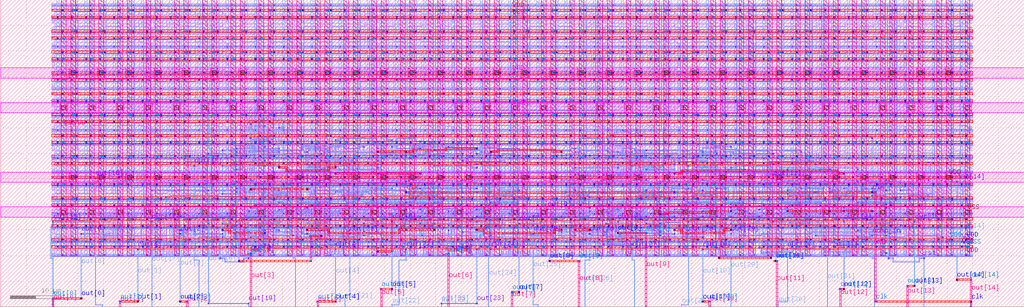
<source format=lef>
VERSION 5.8 ;
BUSBITCHARS "[]" ;
DIVIDERCHAR "/" ;

MACRO DigitalLDOLogic
  CLASS CORE ;
  ORIGIN 0 0 ;
  FOREIGN DigitalLDOLogic 0 0 ;
  SIZE 200 BY 60 ;
  SYMMETRY X Y ;
  SITE unithd ;
  PIN clk
    DIRECTION INPUT ;
    USE CLOCK ;
    PORT
      LAYER li1 ;
        RECT 170.185 22.245 170.515 22.615 ;
        RECT 133.385 22.245 133.715 22.615 ;
        RECT 79.565 22.245 79.895 22.615 ;
        RECT 61.085 22.245 61.415 22.615 ;
      LAYER met1 ;
        RECT 170.15 22.28 170.47 22.54 ;
        RECT 133.365 22.295 133.655 22.525 ;
        RECT 131.51 22.34 133.655 22.48 ;
        RECT 131.51 22.28 131.83 22.54 ;
        RECT 79.545 22.295 79.835 22.525 ;
        RECT 79.07 22.34 79.835 22.48 ;
        RECT 79.07 22.28 79.39 22.54 ;
        RECT 61.22 22.68 79.3 22.82 ;
        RECT 79.16 22.28 79.3 22.82 ;
        RECT 61.145 22.295 61.435 22.525 ;
        RECT 61.22 22.295 61.36 22.82 ;
      LAYER met4 ;
        RECT 170.835 22.205 171.165 22.535 ;
        RECT 170.835 0.855 171.165 1.185 ;
        RECT 170.85 0.855 171.15 22.535 ;
      LAYER met3 ;
        RECT 189.465 0.855 189.795 1.185 ;
        RECT 170.81 0.87 189.795 1.17 ;
        RECT 170.81 0.86 171.19 1.18 ;
        RECT 170.81 22.21 171.19 22.53 ;
        RECT 79.065 22.22 171.19 22.52 ;
        RECT 170.145 22.205 170.475 22.535 ;
        RECT 131.505 22.205 131.835 22.535 ;
        RECT 79.065 22.205 79.395 22.535 ;
      LAYER met2 ;
        RECT 189.49 0.835 189.77 1.205 ;
        RECT 189.56 0 189.7 1.205 ;
        RECT 170.17 22.185 170.45 22.555 ;
        RECT 170.18 22.185 170.44 22.57 ;
        RECT 131.53 22.185 131.81 22.555 ;
        RECT 131.54 22.185 131.8 22.57 ;
        RECT 79.09 22.185 79.37 22.555 ;
        RECT 79.1 22.185 79.36 22.57 ;
      LAYER via3 ;
        RECT 170.9 22.27 171.1 22.47 ;
        RECT 170.9 0.92 171.1 1.12 ;
      LAYER via ;
        RECT 79.155 22.335 79.305 22.485 ;
        RECT 131.595 22.335 131.745 22.485 ;
        RECT 170.235 22.335 170.385 22.485 ;
      LAYER mcon ;
        RECT 61.205 22.325 61.375 22.495 ;
        RECT 79.605 22.325 79.775 22.495 ;
        RECT 133.425 22.325 133.595 22.495 ;
        RECT 170.225 22.325 170.395 22.495 ;
      LAYER via2 ;
        RECT 79.13 22.27 79.33 22.47 ;
        RECT 131.57 22.27 131.77 22.47 ;
        RECT 170.21 22.27 170.41 22.47 ;
        RECT 189.53 0.92 189.73 1.12 ;
    END
  END clk
  PIN comp_in
    DIRECTION INPUT ;
    USE SIGNAL ;
    PORT
      LAYER li1 ;
        RECT 171.885 22.275 172.245 22.855 ;
        RECT 170.405 13.795 170.85 13.995 ;
        RECT 119.965 33.155 120.295 33.405 ;
      LAYER met1 ;
        RECT 172.005 22.635 172.295 22.865 ;
        RECT 170.24 22.68 172.295 22.82 ;
        RECT 170.15 22.96 170.47 23.22 ;
        RECT 170.24 22.68 170.38 23.22 ;
        RECT 170.15 13.795 170.685 14.025 ;
        RECT 170.15 13.78 170.47 14.04 ;
        RECT 170.15 32.82 170.47 33.08 ;
        RECT 120.025 33.22 170.38 33.36 ;
        RECT 170.24 32.82 170.38 33.36 ;
        RECT 120.025 33.175 120.315 33.405 ;
      LAYER met2 ;
        RECT 170.24 9.42 170.84 9.56 ;
        RECT 170.7 0 170.84 9.56 ;
        RECT 170.18 32.79 170.44 33.11 ;
        RECT 170.18 22.93 170.44 23.25 ;
        RECT 170.18 13.75 170.44 14.07 ;
        RECT 170.24 22.93 170.38 33.11 ;
        RECT 169.78 16.56 170.38 16.7 ;
        RECT 170.24 9.42 170.38 16.7 ;
        RECT 169.78 23.02 170.44 23.16 ;
        RECT 169.78 16.56 169.92 23.16 ;
      LAYER via ;
        RECT 170.235 32.875 170.385 33.025 ;
        RECT 170.235 23.015 170.385 23.165 ;
        RECT 170.235 13.835 170.385 13.985 ;
      LAYER mcon ;
        RECT 120.085 33.205 120.255 33.375 ;
        RECT 170.455 13.825 170.625 13.995 ;
        RECT 172.065 22.665 172.235 22.835 ;
    END
  END comp_in
  PIN out[15]
    DIRECTION OUTPUT ;
    USE SIGNAL ;
    PORT
      LAYER li1 ;
        RECT 23.575 15.695 23.745 17.905 ;
        RECT 21.055 17.255 23.745 17.425 ;
        RECT 23.49 16.545 23.745 17.425 ;
        RECT 21.055 16.545 23.745 16.715 ;
        RECT 22.735 17.255 22.905 17.905 ;
        RECT 22.735 15.695 22.905 16.715 ;
        RECT 21.895 17.255 22.065 17.905 ;
        RECT 21.895 15.695 22.065 16.715 ;
        RECT 21.055 17.255 21.225 17.905 ;
        RECT 21.055 15.695 21.225 16.715 ;
      LAYER met1 ;
        RECT 21.125 16.515 21.415 16.745 ;
        RECT 10.07 16.56 21.415 16.7 ;
        RECT 10.07 16.5 10.39 16.76 ;
      LAYER met2 ;
        RECT 10.1 16.47 10.36 16.79 ;
        RECT 10.16 15.54 10.3 16.79 ;
        RECT 9.7 9.42 10.3 9.56 ;
        RECT 10.16 0 10.3 9.56 ;
        RECT 9.7 15.54 10.3 15.68 ;
        RECT 9.7 9.42 9.84 15.68 ;
      LAYER via ;
        RECT 10.155 16.555 10.305 16.705 ;
      LAYER mcon ;
        RECT 21.185 16.545 21.355 16.715 ;
    END
  END out[15]
  PIN out[16]
    DIRECTION OUTPUT ;
    USE SIGNAL ;
    PORT
      LAYER li1 ;
        RECT 25.415 23.855 25.585 26.065 ;
        RECT 22.895 25.045 25.585 25.215 ;
        RECT 25.33 24.335 25.585 25.215 ;
        RECT 22.895 24.335 25.585 24.505 ;
        RECT 24.575 25.045 24.745 26.065 ;
        RECT 24.575 23.855 24.745 24.505 ;
        RECT 23.735 25.045 23.905 26.065 ;
        RECT 23.735 23.855 23.905 24.505 ;
        RECT 22.895 25.045 23.065 26.065 ;
        RECT 22.895 23.855 23.065 24.505 ;
      LAYER met1 ;
        RECT 22.965 25.015 23.255 25.245 ;
        RECT 18.35 25.06 23.255 25.2 ;
        RECT 18.35 25 18.67 25.26 ;
      LAYER met2 ;
        RECT 19.82 0 19.96 0.485 ;
        RECT 18.44 0.34 19.96 0.48 ;
        RECT 18.38 24.97 18.64 25.29 ;
        RECT 18.44 0.34 18.58 25.29 ;
      LAYER via ;
        RECT 18.435 25.055 18.585 25.205 ;
      LAYER mcon ;
        RECT 23.025 25.045 23.195 25.215 ;
    END
  END out[16]
  PIN out[17]
    DIRECTION OUTPUT ;
    USE SIGNAL ;
    PORT
      LAYER li1 ;
        RECT 34.155 15.695 34.325 17.905 ;
        RECT 31.635 17.255 34.325 17.425 ;
        RECT 34.07 16.545 34.325 17.425 ;
        RECT 31.635 16.545 34.325 16.715 ;
        RECT 33.315 17.255 33.485 17.905 ;
        RECT 33.315 15.695 33.485 16.715 ;
        RECT 32.475 17.255 32.645 17.905 ;
        RECT 32.475 15.695 32.645 16.715 ;
        RECT 31.635 17.255 31.805 17.905 ;
        RECT 31.635 15.695 31.805 16.715 ;
      LAYER met1 ;
        RECT 31.705 16.515 31.995 16.745 ;
        RECT 29.39 16.56 31.995 16.7 ;
        RECT 29.39 16.5 29.71 16.76 ;
      LAYER met2 ;
        RECT 29.42 16.47 29.68 16.79 ;
        RECT 29.48 0 29.62 16.79 ;
      LAYER via ;
        RECT 29.475 16.555 29.625 16.705 ;
      LAYER mcon ;
        RECT 31.765 16.545 31.935 16.715 ;
    END
  END out[17]
  PIN out[18]
    DIRECTION OUTPUT ;
    USE SIGNAL ;
    PORT
      LAYER li1 ;
        RECT 38.795 28.135 38.965 28.785 ;
        RECT 36.275 27.425 38.965 27.595 ;
        RECT 38.795 26.575 38.965 27.595 ;
        RECT 36.275 28.135 38.965 28.305 ;
        RECT 37.955 28.135 38.125 28.785 ;
        RECT 37.955 26.575 38.125 27.595 ;
        RECT 37.115 28.135 37.285 28.785 ;
        RECT 37.115 26.575 37.285 27.595 ;
        RECT 36.275 27.425 36.53 28.305 ;
        RECT 36.275 26.575 36.445 28.785 ;
      LAYER met1 ;
        RECT 37.67 27.38 37.99 27.64 ;
      LAYER met2 ;
        RECT 37.76 9.08 38.82 9.22 ;
        RECT 38.68 0 38.82 9.22 ;
        RECT 37.7 27.35 37.96 27.67 ;
        RECT 37.76 9.08 37.9 27.67 ;
      LAYER via ;
        RECT 37.755 27.435 37.905 27.585 ;
      LAYER mcon ;
        RECT 37.745 27.425 37.915 27.595 ;
    END
  END out[18]
  PIN out[19]
    DIRECTION OUTPUT ;
    USE SIGNAL ;
    PORT
      LAYER li1 ;
        RECT 39.255 17.255 39.425 17.905 ;
        RECT 36.735 16.545 39.425 16.715 ;
        RECT 39.255 15.695 39.425 16.715 ;
        RECT 36.735 17.255 39.425 17.425 ;
        RECT 38.415 17.255 38.585 17.905 ;
        RECT 38.415 15.695 38.585 16.715 ;
        RECT 37.575 17.255 37.745 17.905 ;
        RECT 37.575 15.695 37.745 16.715 ;
        RECT 36.735 16.545 36.99 17.425 ;
        RECT 36.735 15.695 36.905 17.905 ;
      LAYER met1 ;
        RECT 48.25 0.52 48.57 0.78 ;
        RECT 40.43 0.58 48.57 0.72 ;
        RECT 40.43 0.52 40.75 0.78 ;
        RECT 40.43 16.16 40.75 16.42 ;
        RECT 39.065 16.56 40.66 16.7 ;
        RECT 40.52 16.16 40.66 16.7 ;
        RECT 39.065 16.515 39.355 16.745 ;
      LAYER met2 ;
        RECT 48.28 0.49 48.54 0.81 ;
        RECT 48.34 0 48.48 0.81 ;
        RECT 40.46 16.13 40.72 16.45 ;
        RECT 40.46 0.49 40.72 0.81 ;
        RECT 40.52 0.49 40.66 16.45 ;
      LAYER via ;
        RECT 40.515 16.215 40.665 16.365 ;
        RECT 40.515 0.575 40.665 0.725 ;
        RECT 48.335 0.575 48.485 0.725 ;
      LAYER mcon ;
        RECT 39.125 16.545 39.295 16.715 ;
    END
  END out[19]
  PIN out[20]
    DIRECTION OUTPUT ;
    USE SIGNAL ;
    PORT
      LAYER li1 ;
        RECT 70.035 23.855 70.205 26.065 ;
        RECT 67.515 25.045 70.205 25.215 ;
        RECT 69.95 24.335 70.205 25.215 ;
        RECT 69.945 24.335 70.205 24.535 ;
        RECT 67.515 24.335 70.205 24.505 ;
        RECT 69.195 25.045 69.365 26.065 ;
        RECT 69.195 23.855 69.365 24.505 ;
        RECT 68.355 25.045 68.525 26.065 ;
        RECT 68.355 23.855 68.525 24.505 ;
        RECT 67.515 25.045 67.685 26.065 ;
        RECT 67.515 23.855 67.685 24.505 ;
      LAYER met1 ;
        RECT 69.885 24.335 70.175 24.565 ;
        RECT 67.66 24.38 70.175 24.52 ;
        RECT 67.66 24.04 67.8 24.52 ;
        RECT 64.44 24.04 67.8 24.18 ;
        RECT 58 24.21 64.58 24.35 ;
        RECT 64.44 24.04 64.58 24.35 ;
        RECT 58 24.04 58.14 24.35 ;
        RECT 56.99 24.04 58.14 24.18 ;
        RECT 56.99 23.98 57.31 24.24 ;
      LAYER met2 ;
        RECT 57.02 24.04 57.68 24.18 ;
        RECT 57.54 12.82 57.68 24.18 ;
        RECT 57.08 9.42 57.68 9.56 ;
        RECT 57.54 0 57.68 9.56 ;
        RECT 57.08 12.82 57.68 12.96 ;
        RECT 57.02 23.95 57.28 24.27 ;
        RECT 57.08 9.42 57.22 12.96 ;
      LAYER via ;
        RECT 57.075 24.035 57.225 24.185 ;
      LAYER mcon ;
        RECT 69.945 24.365 70.115 24.535 ;
    END
  END out[20]
  PIN out[21]
    DIRECTION OUTPUT ;
    USE SIGNAL ;
    PORT
      LAYER li1 ;
        RECT 70.035 12.975 70.205 15.185 ;
        RECT 67.515 14.165 70.205 14.335 ;
        RECT 69.95 13.455 70.205 14.335 ;
        RECT 67.515 13.455 70.205 13.625 ;
        RECT 69.195 14.165 69.365 15.185 ;
        RECT 69.195 12.975 69.365 13.625 ;
        RECT 68.355 14.165 68.525 15.185 ;
        RECT 68.355 12.975 68.525 13.625 ;
        RECT 67.515 14.165 67.685 15.185 ;
        RECT 67.515 12.975 67.685 13.625 ;
      LAYER met1 ;
        RECT 68.03 14.12 68.35 14.38 ;
      LAYER met2 ;
        RECT 68.06 14.09 68.32 14.41 ;
        RECT 68.12 2.28 68.26 14.41 ;
        RECT 67.2 2.28 68.26 2.42 ;
        RECT 67.2 0 67.34 2.42 ;
      LAYER via ;
        RECT 68.115 14.175 68.265 14.325 ;
      LAYER mcon ;
        RECT 68.105 14.165 68.275 14.335 ;
    END
  END out[21]
  PIN out[22]
    DIRECTION OUTPUT ;
    USE SIGNAL ;
    PORT
      LAYER li1 ;
        RECT 78.315 10.255 78.485 12.465 ;
        RECT 75.795 11.815 78.485 11.985 ;
        RECT 78.23 11.105 78.485 11.985 ;
        RECT 75.795 11.105 78.485 11.275 ;
        RECT 77.475 11.815 77.645 12.465 ;
        RECT 77.475 10.255 77.645 11.275 ;
        RECT 76.635 11.815 76.805 12.465 ;
        RECT 76.635 10.255 76.805 11.275 ;
        RECT 75.795 11.815 75.965 12.465 ;
        RECT 75.795 10.255 75.965 11.275 ;
      LAYER met1 ;
        RECT 79.07 11.06 79.39 11.32 ;
        RECT 78.165 11.12 79.39 11.26 ;
        RECT 78.165 11.075 78.455 11.305 ;
      LAYER met2 ;
        RECT 79.1 11.03 79.36 11.35 ;
        RECT 79.16 9.08 79.3 11.35 ;
        RECT 77.78 9.08 79.3 9.22 ;
        RECT 77.78 0.34 77.92 9.22 ;
        RECT 76.4 0.34 77.92 0.48 ;
        RECT 76.4 0 76.54 0.485 ;
      LAYER via ;
        RECT 79.155 11.115 79.305 11.265 ;
      LAYER mcon ;
        RECT 78.225 11.105 78.395 11.275 ;
    END
  END out[22]
  PIN out[23]
    DIRECTION OUTPUT ;
    USE SIGNAL ;
    PORT
      LAYER li1 ;
        RECT 95.795 10.255 95.965 12.465 ;
        RECT 93.275 11.815 95.965 11.985 ;
        RECT 95.71 11.105 95.965 11.985 ;
        RECT 93.275 11.105 95.965 11.275 ;
        RECT 94.955 11.815 95.125 12.465 ;
        RECT 94.955 10.255 95.125 11.275 ;
        RECT 94.115 11.815 94.285 12.465 ;
        RECT 94.115 10.255 94.285 11.275 ;
        RECT 93.275 11.815 93.445 12.465 ;
        RECT 93.275 10.255 93.445 11.275 ;
      LAYER met1 ;
        RECT 93.345 11.075 93.635 11.305 ;
        RECT 92.87 11.12 93.635 11.26 ;
        RECT 92.87 11.06 93.19 11.32 ;
        RECT 92.87 0.52 93.19 0.78 ;
        RECT 85.97 0.58 93.19 0.72 ;
        RECT 85.97 0.52 86.29 0.78 ;
      LAYER met2 ;
        RECT 92.9 11.03 93.16 11.35 ;
        RECT 92.9 0.49 93.16 0.81 ;
        RECT 92.96 0.49 93.1 11.35 ;
        RECT 86 0.49 86.26 0.81 ;
        RECT 86.06 0 86.2 0.81 ;
      LAYER via ;
        RECT 86.055 0.575 86.205 0.725 ;
        RECT 92.955 11.115 93.105 11.265 ;
        RECT 92.955 0.575 93.105 0.725 ;
      LAYER mcon ;
        RECT 93.405 11.105 93.575 11.275 ;
    END
  END out[23]
  PIN out[24]
    DIRECTION OUTPUT ;
    USE SIGNAL ;
    PORT
      LAYER li1 ;
        RECT 101.775 10.255 101.945 12.465 ;
        RECT 99.255 11.815 101.945 11.985 ;
        RECT 101.69 11.105 101.945 11.985 ;
        RECT 99.255 11.105 101.945 11.275 ;
        RECT 100.935 11.815 101.105 12.465 ;
        RECT 100.935 10.255 101.105 11.275 ;
        RECT 100.095 11.815 100.265 12.465 ;
        RECT 100.095 10.255 100.265 11.275 ;
        RECT 99.255 11.815 99.425 12.465 ;
        RECT 99.255 10.255 99.425 11.275 ;
      LAYER met1 ;
        RECT 99.325 11.075 99.615 11.305 ;
        RECT 95.63 11.12 99.615 11.26 ;
        RECT 95.63 11.06 95.95 11.32 ;
      LAYER met2 ;
        RECT 95.66 11.03 95.92 11.35 ;
        RECT 95.26 11.12 95.92 11.26 ;
        RECT 95.26 0 95.4 11.26 ;
      LAYER via ;
        RECT 95.715 11.115 95.865 11.265 ;
      LAYER mcon ;
        RECT 99.385 11.105 99.555 11.275 ;
    END
  END out[24]
  PIN out[25]
    DIRECTION OUTPUT ;
    USE SIGNAL ;
    PORT
      LAYER li1 ;
        RECT 107.755 12.975 107.925 15.185 ;
        RECT 105.235 14.165 107.925 14.335 ;
        RECT 107.67 13.455 107.925 14.335 ;
        RECT 105.235 13.455 107.925 13.625 ;
        RECT 106.915 14.165 107.085 15.185 ;
        RECT 106.915 12.975 107.085 13.625 ;
        RECT 106.075 14.165 106.245 15.185 ;
        RECT 106.075 12.975 106.245 13.625 ;
        RECT 105.235 14.165 105.405 15.185 ;
        RECT 105.235 12.975 105.405 13.625 ;
      LAYER met1 ;
        RECT 105.305 14.135 105.595 14.365 ;
        RECT 103.91 14.18 105.595 14.32 ;
        RECT 103.91 14.12 104.23 14.38 ;
      LAYER met2 ;
        RECT 104.92 0 105.06 0.485 ;
        RECT 104 0.34 105.06 0.48 ;
        RECT 103.94 14.09 104.2 14.41 ;
        RECT 104 0.34 104.14 14.41 ;
      LAYER via ;
        RECT 103.995 14.175 104.145 14.325 ;
      LAYER mcon ;
        RECT 105.365 14.165 105.535 14.335 ;
    END
  END out[25]
  PIN out[26]
    DIRECTION OUTPUT ;
    USE SIGNAL ;
    PORT
      LAYER li1 ;
        RECT 113.775 14.165 113.945 15.185 ;
        RECT 111.255 13.455 113.945 13.625 ;
        RECT 113.775 12.975 113.945 13.625 ;
        RECT 111.255 14.165 113.945 14.335 ;
        RECT 112.935 14.165 113.105 15.185 ;
        RECT 112.935 12.975 113.105 13.625 ;
        RECT 112.095 14.165 112.265 15.185 ;
        RECT 112.095 12.975 112.265 13.625 ;
        RECT 111.255 13.455 111.51 14.335 ;
        RECT 111.255 12.975 111.425 15.185 ;
      LAYER met1 ;
        RECT 114.95 14.12 115.27 14.38 ;
        RECT 113.585 14.18 115.27 14.32 ;
        RECT 113.585 14.135 113.875 14.365 ;
      LAYER met2 ;
        RECT 114.98 14.09 115.24 14.41 ;
        RECT 115.04 9.08 115.18 14.41 ;
        RECT 114.12 9.08 115.18 9.22 ;
        RECT 114.12 0 114.26 9.22 ;
      LAYER via ;
        RECT 115.035 14.175 115.185 14.325 ;
      LAYER mcon ;
        RECT 113.645 14.165 113.815 14.335 ;
    END
  END out[26]
  PIN out[27]
    DIRECTION OUTPUT ;
    USE SIGNAL ;
    PORT
      LAYER li1 ;
        RECT 121.595 11.815 121.765 12.465 ;
        RECT 119.075 11.105 121.765 11.275 ;
        RECT 121.595 10.255 121.765 11.275 ;
        RECT 119.075 11.815 121.765 11.985 ;
        RECT 120.755 11.815 120.925 12.465 ;
        RECT 120.755 10.255 120.925 11.275 ;
        RECT 119.915 11.815 120.085 12.465 ;
        RECT 119.915 10.255 120.085 11.275 ;
        RECT 119.075 11.105 119.33 11.985 ;
        RECT 119.075 10.255 119.245 12.465 ;
      LAYER met1 ;
        RECT 123.23 11.06 123.55 11.32 ;
        RECT 121.405 11.12 123.55 11.26 ;
        RECT 121.405 11.075 121.695 11.305 ;
      LAYER met2 ;
        RECT 123.32 9.08 123.92 9.22 ;
        RECT 123.78 0 123.92 9.22 ;
        RECT 123.26 11.03 123.52 11.35 ;
        RECT 123.32 9.08 123.46 11.35 ;
      LAYER via ;
        RECT 123.315 11.115 123.465 11.265 ;
      LAYER mcon ;
        RECT 121.465 11.105 121.635 11.275 ;
    END
  END out[27]
  PIN out[28]
    DIRECTION OUTPUT ;
    USE SIGNAL ;
    PORT
      LAYER li1 ;
        RECT 137.195 12.975 137.365 15.185 ;
        RECT 134.675 14.165 137.365 14.335 ;
        RECT 137.11 13.455 137.365 14.335 ;
        RECT 134.675 13.455 137.365 13.625 ;
        RECT 136.355 14.165 136.525 15.185 ;
        RECT 136.355 12.975 136.525 13.625 ;
        RECT 135.515 14.165 135.685 15.185 ;
        RECT 135.515 12.975 135.685 13.625 ;
        RECT 134.675 14.165 134.845 15.185 ;
        RECT 134.675 12.975 134.845 13.625 ;
      LAYER met1 ;
        RECT 134.745 14.135 135.035 14.365 ;
        RECT 134.27 14.18 135.035 14.32 ;
        RECT 134.27 14.12 134.59 14.38 ;
      LAYER met2 ;
        RECT 134.3 14.09 134.56 14.41 ;
        RECT 134.36 0.34 134.5 14.41 ;
        RECT 132.98 0.34 134.5 0.48 ;
        RECT 132.98 0 133.12 0.485 ;
      LAYER via ;
        RECT 134.355 14.175 134.505 14.325 ;
      LAYER mcon ;
        RECT 134.805 14.165 134.975 14.335 ;
    END
  END out[28]
  PIN out[29]
    DIRECTION OUTPUT ;
    USE SIGNAL ;
    PORT
      LAYER li1 ;
        RECT 142.755 14.165 142.925 15.185 ;
        RECT 140.235 13.455 142.925 13.625 ;
        RECT 142.755 12.975 142.925 13.625 ;
        RECT 140.235 14.165 142.925 14.335 ;
        RECT 141.915 14.165 142.085 15.185 ;
        RECT 141.915 12.975 142.085 13.625 ;
        RECT 141.075 14.165 141.245 15.185 ;
        RECT 141.075 12.975 141.245 13.625 ;
        RECT 140.235 13.455 140.49 14.335 ;
        RECT 140.235 12.975 140.405 15.185 ;
      LAYER met1 ;
        RECT 142.55 14.12 142.87 14.38 ;
      LAYER met2 ;
        RECT 142.58 14.09 142.84 14.41 ;
        RECT 142.64 0 142.78 14.41 ;
      LAYER via ;
        RECT 142.635 14.175 142.785 14.325 ;
      LAYER mcon ;
        RECT 142.625 14.165 142.795 14.335 ;
    END
  END out[29]
  PIN out[30]
    DIRECTION OUTPUT ;
    USE SIGNAL ;
    PORT
      LAYER li1 ;
        RECT 152.835 10.255 153.005 12.465 ;
        RECT 150.315 11.815 153.005 11.985 ;
        RECT 152.75 11.105 153.005 11.985 ;
        RECT 150.315 11.105 153.005 11.275 ;
        RECT 151.995 11.815 152.165 12.465 ;
        RECT 151.995 10.255 152.165 11.275 ;
        RECT 151.155 11.815 151.325 12.465 ;
        RECT 151.155 10.255 151.325 11.275 ;
        RECT 150.315 11.815 150.485 12.465 ;
        RECT 150.315 10.255 150.485 11.275 ;
      LAYER met1 ;
        RECT 153.59 11.06 153.91 11.32 ;
        RECT 152.685 11.12 153.91 11.26 ;
        RECT 152.685 11.075 152.975 11.305 ;
      LAYER met2 ;
        RECT 153.62 11.03 153.88 11.35 ;
        RECT 153.68 0.92 153.82 11.35 ;
        RECT 151.84 0.92 153.82 1.06 ;
        RECT 151.84 0 151.98 1.06 ;
      LAYER via ;
        RECT 153.675 11.115 153.825 11.265 ;
      LAYER mcon ;
        RECT 152.745 11.105 152.915 11.275 ;
    END
  END out[30]
  PIN out[31]
    DIRECTION OUTPUT ;
    USE SIGNAL ;
    PORT
      LAYER li1 ;
        RECT 167.555 10.255 167.725 12.465 ;
        RECT 165.035 11.815 167.725 11.985 ;
        RECT 167.47 11.105 167.725 11.985 ;
        RECT 165.035 11.105 167.725 11.275 ;
        RECT 166.715 11.815 166.885 12.465 ;
        RECT 166.715 10.255 166.885 11.275 ;
        RECT 165.875 11.815 166.045 12.465 ;
        RECT 165.875 10.255 166.045 11.275 ;
        RECT 165.035 11.815 165.205 12.465 ;
        RECT 165.035 10.255 165.205 11.275 ;
      LAYER met1 ;
        RECT 165.105 11.075 165.395 11.305 ;
        RECT 161.87 11.12 165.395 11.26 ;
        RECT 161.87 11.06 162.19 11.32 ;
      LAYER met2 ;
        RECT 161.9 11.03 162.16 11.35 ;
        RECT 161.96 9.76 162.1 11.35 ;
        RECT 161.5 9.76 162.1 9.9 ;
        RECT 161.5 0 161.64 9.9 ;
      LAYER via ;
        RECT 161.955 11.115 162.105 11.265 ;
      LAYER mcon ;
        RECT 165.165 11.105 165.335 11.275 ;
    END
  END out[31]
  PIN rst
    DIRECTION INPUT ;
    USE SIGNAL ;
    PORT
      LAYER li1 ;
        RECT 173.265 18.905 173.625 19.485 ;
        RECT 171.02 13.795 171.37 14.005 ;
      LAYER met1 ;
        RECT 180.27 9.36 180.59 9.62 ;
        RECT 179.44 9.42 180.59 9.56 ;
        RECT 179.44 8.74 179.58 9.56 ;
        RECT 174.38 8.74 179.58 8.88 ;
        RECT 173.37 9.42 174.52 9.56 ;
        RECT 174.38 8.74 174.52 9.56 ;
        RECT 173.37 9.36 173.69 9.62 ;
        RECT 173.385 19.235 173.675 19.465 ;
        RECT 172.91 19.28 173.675 19.42 ;
        RECT 172.91 19.22 173.23 19.48 ;
        RECT 172.91 13.78 173.23 14.04 ;
        RECT 171.085 13.84 173.23 13.98 ;
        RECT 171.085 13.795 171.375 14.025 ;
      LAYER met2 ;
        RECT 180.3 9.33 180.56 9.65 ;
        RECT 180.36 0 180.5 9.65 ;
        RECT 173.4 9.33 173.66 9.65 ;
        RECT 172.94 19.28 173.6 19.42 ;
        RECT 173.46 9.33 173.6 19.42 ;
        RECT 172.94 13.84 173.6 13.98 ;
        RECT 172.94 19.19 173.2 19.51 ;
        RECT 172.94 13.75 173.2 14.07 ;
      LAYER via ;
        RECT 172.995 19.275 173.145 19.425 ;
        RECT 172.995 13.835 173.145 13.985 ;
        RECT 173.455 9.415 173.605 9.565 ;
        RECT 180.355 9.415 180.505 9.565 ;
      LAYER mcon ;
        RECT 171.145 13.825 171.315 13.995 ;
        RECT 173.445 19.265 173.615 19.435 ;
    END
  END rst
  PIN out[0]
    DIRECTION OUTPUT ;
    USE SIGNAL ;
    PORT
      LAYER li1 ;
        RECT 23.575 12.975 23.745 15.185 ;
        RECT 21.055 14.165 23.745 14.335 ;
        RECT 23.49 13.455 23.745 14.335 ;
        RECT 21.055 13.455 23.745 13.625 ;
        RECT 22.735 14.165 22.905 15.185 ;
        RECT 22.735 12.975 22.905 13.625 ;
        RECT 21.895 14.165 22.065 15.185 ;
        RECT 21.895 12.975 22.065 13.625 ;
        RECT 21.055 14.165 21.225 15.185 ;
        RECT 21.055 12.975 21.225 13.625 ;
      LAYER met1 ;
        RECT 21.125 14.135 21.415 14.365 ;
        RECT 15.59 14.18 21.415 14.32 ;
        RECT 15.59 14.12 15.91 14.38 ;
      LAYER met4 ;
        RECT 10.065 1.465 10.395 1.795 ;
        RECT 10.08 0 10.38 1.795 ;
      LAYER met3 ;
        RECT 15.585 1.465 15.915 1.795 ;
        RECT 10.04 1.48 15.915 1.78 ;
        RECT 10.04 1.47 10.42 1.79 ;
      LAYER met2 ;
        RECT 15.61 1.445 15.89 1.815 ;
        RECT 15.62 14.09 15.88 14.41 ;
        RECT 15.68 1.445 15.82 14.41 ;
      LAYER via3 ;
        RECT 10.13 1.53 10.33 1.73 ;
      LAYER via ;
        RECT 15.675 14.175 15.825 14.325 ;
      LAYER mcon ;
        RECT 21.185 14.165 21.355 14.335 ;
      LAYER via2 ;
        RECT 15.65 1.53 15.85 1.73 ;
    END
  END out[0]
  PIN out[10]
    DIRECTION OUTPUT ;
    USE SIGNAL ;
    PORT
      LAYER li1 ;
        RECT 142.715 10.255 142.885 12.465 ;
        RECT 140.195 11.815 142.885 11.985 ;
        RECT 142.63 11.105 142.885 11.985 ;
        RECT 140.195 11.105 142.885 11.275 ;
        RECT 141.875 11.815 142.045 12.465 ;
        RECT 141.875 10.255 142.045 11.275 ;
        RECT 141.035 11.815 141.205 12.465 ;
        RECT 141.035 10.255 141.205 11.275 ;
        RECT 140.195 11.815 140.365 12.465 ;
        RECT 140.195 10.255 140.365 11.275 ;
      LAYER met1 ;
        RECT 140.265 11.075 140.555 11.305 ;
        RECT 137.03 11.12 140.555 11.26 ;
        RECT 137.03 11.06 137.35 11.32 ;
      LAYER met4 ;
        RECT 138.405 0.855 138.735 1.185 ;
        RECT 138.42 0 138.72 1.185 ;
      LAYER met3 ;
        RECT 138.38 0.86 138.76 1.18 ;
        RECT 137.025 0.87 138.76 1.17 ;
        RECT 137.025 0.855 137.355 1.185 ;
      LAYER met2 ;
        RECT 137.05 0.835 137.33 1.205 ;
        RECT 137.06 11.03 137.32 11.35 ;
        RECT 137.12 0.835 137.26 11.35 ;
      LAYER via3 ;
        RECT 138.47 0.92 138.67 1.12 ;
      LAYER via ;
        RECT 137.115 11.115 137.265 11.265 ;
      LAYER mcon ;
        RECT 140.325 11.105 140.495 11.275 ;
      LAYER via2 ;
        RECT 137.09 0.92 137.29 1.12 ;
    END
  END out[10]
  PIN out[11]
    DIRECTION OUTPUT ;
    USE SIGNAL ;
    PORT
      LAYER li1 ;
        RECT 151.035 25.045 151.205 26.065 ;
        RECT 148.515 24.335 151.205 24.505 ;
        RECT 151.035 23.855 151.205 24.505 ;
        RECT 148.515 25.045 151.205 25.215 ;
        RECT 150.195 25.045 150.365 26.065 ;
        RECT 150.195 23.855 150.365 24.505 ;
        RECT 149.355 25.045 149.525 26.065 ;
        RECT 149.355 23.855 149.525 24.505 ;
        RECT 148.515 24.335 148.77 25.215 ;
        RECT 148.515 23.855 148.685 26.065 ;
      LAYER met1 ;
        RECT 150.83 25 151.15 25.26 ;
      LAYER met4 ;
        RECT 151.515 8.785 151.845 9.115 ;
        RECT 151.53 0 151.83 9.115 ;
      LAYER met3 ;
        RECT 151.285 8.79 151.87 9.11 ;
        RECT 151.285 8.785 151.615 9.115 ;
        RECT 151.07 8.8 151.87 9.1 ;
      LAYER met2 ;
        RECT 151.31 8.765 151.59 9.135 ;
        RECT 150.92 17.24 151.52 17.38 ;
        RECT 151.38 8.765 151.52 17.38 ;
        RECT 150.86 24.97 151.12 25.29 ;
        RECT 150.92 17.24 151.06 25.29 ;
      LAYER via3 ;
        RECT 151.58 8.85 151.78 9.05 ;
      LAYER via ;
        RECT 150.915 25.055 151.065 25.205 ;
      LAYER mcon ;
        RECT 150.905 25.045 151.075 25.215 ;
      LAYER via2 ;
        RECT 151.35 8.85 151.55 9.05 ;
    END
  END out[11]
  PIN out[12]
    DIRECTION OUTPUT ;
    USE SIGNAL ;
    PORT
      LAYER li1 ;
        RECT 166.635 15.695 166.805 17.905 ;
        RECT 164.115 17.255 166.805 17.425 ;
        RECT 166.55 16.545 166.805 17.425 ;
        RECT 164.115 16.545 166.805 16.715 ;
        RECT 165.795 17.255 165.965 17.905 ;
        RECT 165.795 15.695 165.965 16.715 ;
        RECT 164.955 17.255 165.125 17.905 ;
        RECT 164.955 15.695 165.125 16.715 ;
        RECT 164.115 17.255 164.285 17.905 ;
        RECT 164.115 15.695 164.285 16.715 ;
      LAYER met1 ;
        RECT 164.63 16.5 164.95 16.76 ;
      LAYER met4 ;
        RECT 163.935 3.295 164.265 3.625 ;
        RECT 163.95 0 164.25 3.625 ;
      LAYER met3 ;
        RECT 164.625 3.295 164.955 3.625 ;
        RECT 163.91 3.31 164.955 3.61 ;
        RECT 163.91 3.3 164.29 3.62 ;
      LAYER met2 ;
        RECT 164.65 3.275 164.93 3.645 ;
        RECT 164.66 16.47 164.92 16.79 ;
        RECT 164.72 3.275 164.86 16.79 ;
      LAYER via3 ;
        RECT 164 3.36 164.2 3.56 ;
      LAYER via ;
        RECT 164.715 16.555 164.865 16.705 ;
      LAYER mcon ;
        RECT 164.705 16.545 164.875 16.715 ;
      LAYER via2 ;
        RECT 164.69 3.36 164.89 3.56 ;
    END
  END out[12]
  PIN out[13]
    DIRECTION OUTPUT ;
    USE SIGNAL ;
    PORT
      LAYER li1 ;
        RECT 181.355 15.695 181.525 17.905 ;
        RECT 178.835 17.255 181.525 17.425 ;
        RECT 181.27 16.545 181.525 17.425 ;
        RECT 178.835 16.545 181.525 16.715 ;
        RECT 180.515 17.255 180.685 17.905 ;
        RECT 180.515 15.695 180.685 16.715 ;
        RECT 179.675 17.255 179.845 17.905 ;
        RECT 179.675 15.695 179.845 16.715 ;
        RECT 178.835 17.255 179.005 17.905 ;
        RECT 178.835 15.695 179.005 16.715 ;
      LAYER met1 ;
        RECT 178.905 16.515 179.195 16.745 ;
        RECT 178.43 16.56 179.195 16.7 ;
        RECT 178.43 16.5 178.75 16.76 ;
      LAYER met4 ;
        RECT 177.045 3.905 177.375 4.235 ;
        RECT 177.06 0 177.36 4.235 ;
      LAYER met3 ;
        RECT 178.425 3.905 178.755 4.235 ;
        RECT 177.02 3.92 178.755 4.22 ;
        RECT 177.02 3.91 177.4 4.23 ;
      LAYER met2 ;
        RECT 178.45 3.885 178.73 4.255 ;
        RECT 178.46 16.47 178.72 16.79 ;
        RECT 178.52 3.885 178.66 16.79 ;
      LAYER via3 ;
        RECT 177.11 3.97 177.31 4.17 ;
      LAYER via ;
        RECT 178.515 16.555 178.665 16.705 ;
      LAYER mcon ;
        RECT 178.965 16.545 179.135 16.715 ;
      LAYER via2 ;
        RECT 178.49 3.97 178.69 4.17 ;
    END
  END out[13]
  PIN out[14]
    DIRECTION OUTPUT ;
    USE SIGNAL ;
    PORT
      LAYER li1 ;
        RECT 184.575 23.855 184.745 26.065 ;
        RECT 182.055 25.045 184.745 25.215 ;
        RECT 184.49 24.335 184.745 25.215 ;
        RECT 184.485 24.335 184.745 24.535 ;
        RECT 182.055 24.335 184.745 24.505 ;
        RECT 183.735 25.045 183.905 26.065 ;
        RECT 183.735 23.855 183.905 24.505 ;
        RECT 182.895 25.045 183.065 26.065 ;
        RECT 182.895 23.855 183.065 24.505 ;
        RECT 182.055 25.045 182.225 26.065 ;
        RECT 182.055 23.855 182.225 24.505 ;
      LAYER met1 ;
        RECT 186.71 24.32 187.03 24.58 ;
        RECT 184.425 24.38 187.03 24.52 ;
        RECT 184.425 24.335 184.715 24.565 ;
      LAYER met4 ;
        RECT 189.465 5.125 189.795 5.455 ;
        RECT 189.48 0 189.78 5.455 ;
      LAYER met3 ;
        RECT 189.44 5.13 189.82 5.45 ;
        RECT 186.705 5.14 189.82 5.44 ;
        RECT 186.705 5.125 187.035 5.455 ;
      LAYER met2 ;
        RECT 186.73 5.105 187.01 5.475 ;
        RECT 186.74 24.29 187 24.61 ;
        RECT 186.8 5.105 186.94 24.61 ;
      LAYER via3 ;
        RECT 189.53 5.19 189.73 5.39 ;
      LAYER via ;
        RECT 186.795 24.375 186.945 24.525 ;
      LAYER mcon ;
        RECT 184.485 24.365 184.655 24.535 ;
      LAYER via2 ;
        RECT 186.77 5.19 186.97 5.39 ;
    END
  END out[14]
  PIN out[1]
    DIRECTION OUTPUT ;
    USE SIGNAL ;
    PORT
      LAYER li1 ;
        RECT 34.155 10.255 34.325 12.465 ;
        RECT 31.635 11.815 34.325 11.985 ;
        RECT 34.07 11.105 34.325 11.985 ;
        RECT 31.635 11.105 34.325 11.275 ;
        RECT 33.315 11.815 33.485 12.465 ;
        RECT 33.315 10.255 33.485 11.275 ;
        RECT 32.475 11.815 32.645 12.465 ;
        RECT 32.475 10.255 32.645 11.275 ;
        RECT 31.635 11.815 31.805 12.465 ;
        RECT 31.635 10.255 31.805 11.275 ;
      LAYER met1 ;
        RECT 31.705 11.075 31.995 11.305 ;
        RECT 26.63 11.12 31.995 11.26 ;
        RECT 26.63 11.06 26.95 11.32 ;
      LAYER met4 ;
        RECT 23.175 0.855 23.505 1.185 ;
        RECT 23.19 0 23.49 1.185 ;
      LAYER met3 ;
        RECT 26.625 0.855 26.955 1.185 ;
        RECT 23.15 0.87 26.955 1.17 ;
        RECT 23.15 0.86 23.53 1.18 ;
      LAYER met2 ;
        RECT 26.65 0.835 26.93 1.205 ;
        RECT 26.66 11.03 26.92 11.35 ;
        RECT 26.72 0.835 26.86 11.35 ;
      LAYER via3 ;
        RECT 23.24 0.92 23.44 1.12 ;
      LAYER via ;
        RECT 26.715 11.115 26.865 11.265 ;
      LAYER mcon ;
        RECT 31.765 11.105 31.935 11.275 ;
      LAYER via2 ;
        RECT 26.69 0.92 26.89 1.12 ;
    END
  END out[1]
  PIN out[2]
    DIRECTION OUTPUT ;
    USE SIGNAL ;
    PORT
      LAYER li1 ;
        RECT 36.035 14.165 36.205 15.185 ;
        RECT 33.515 13.455 36.205 13.625 ;
        RECT 36.035 12.975 36.205 13.625 ;
        RECT 33.515 14.165 36.205 14.335 ;
        RECT 35.195 14.165 35.365 15.185 ;
        RECT 35.195 12.975 35.365 13.625 ;
        RECT 34.355 14.165 34.525 15.185 ;
        RECT 34.355 12.975 34.525 13.625 ;
        RECT 33.515 13.455 33.77 14.335 ;
        RECT 33.515 12.975 33.685 15.185 ;
      LAYER met1 ;
        RECT 34.91 14.12 35.23 14.38 ;
      LAYER met4 ;
        RECT 36.285 0.855 36.615 1.185 ;
        RECT 36.3 0 36.6 1.185 ;
      LAYER met3 ;
        RECT 36.26 0.86 36.64 1.18 ;
        RECT 34.905 0.87 36.64 1.17 ;
        RECT 34.905 0.855 35.235 1.185 ;
      LAYER met2 ;
        RECT 34.93 0.835 35.21 1.205 ;
        RECT 34.94 14.09 35.2 14.41 ;
        RECT 35 0.835 35.14 14.41 ;
      LAYER via3 ;
        RECT 36.35 0.92 36.55 1.12 ;
      LAYER via ;
        RECT 34.995 14.175 35.145 14.325 ;
      LAYER mcon ;
        RECT 34.985 14.165 35.155 14.335 ;
      LAYER via2 ;
        RECT 34.97 0.92 35.17 1.12 ;
    END
  END out[2]
  PIN out[3]
    DIRECTION OUTPUT ;
    USE SIGNAL ;
    PORT
      LAYER li1 ;
        RECT 52.095 10.255 52.265 12.465 ;
        RECT 49.575 11.815 52.265 11.985 ;
        RECT 52.01 11.105 52.265 11.985 ;
        RECT 49.575 11.105 52.265 11.275 ;
        RECT 51.255 11.815 51.425 12.465 ;
        RECT 51.255 10.255 51.425 11.275 ;
        RECT 50.415 11.815 50.585 12.465 ;
        RECT 50.415 10.255 50.585 11.275 ;
        RECT 49.575 11.815 49.745 12.465 ;
        RECT 49.575 10.255 49.745 11.275 ;
      LAYER met1 ;
        RECT 49.57 11.075 49.86 11.305 ;
        RECT 49.645 10.44 49.785 11.305 ;
        RECT 48.71 10.44 49.785 10.58 ;
        RECT 48.71 10.38 49.03 10.64 ;
      LAYER met4 ;
        RECT 48.705 10.005 49.035 10.335 ;
        RECT 48.72 0 49.02 10.335 ;
      LAYER met3 ;
        RECT 48.68 10.01 49.06 10.33 ;
        RECT 48.705 10.005 49.035 10.335 ;
        RECT 48.26 10.02 49.06 10.32 ;
      LAYER met2 ;
        RECT 48.73 9.985 49.01 10.355 ;
        RECT 48.74 9.985 49 10.67 ;
      LAYER via3 ;
        RECT 48.77 10.07 48.97 10.27 ;
      LAYER via ;
        RECT 48.795 10.435 48.945 10.585 ;
      LAYER mcon ;
        RECT 49.63 11.105 49.8 11.275 ;
      LAYER via2 ;
        RECT 48.77 10.07 48.97 10.27 ;
    END
  END out[3]
  PIN out[4]
    DIRECTION OUTPUT ;
    USE SIGNAL ;
    PORT
      LAYER li1 ;
        RECT 66.815 10.255 66.985 12.465 ;
        RECT 64.295 11.815 66.985 11.985 ;
        RECT 66.73 11.105 66.985 11.985 ;
        RECT 64.295 11.105 66.985 11.275 ;
        RECT 65.975 11.815 66.145 12.465 ;
        RECT 65.975 10.255 66.145 11.275 ;
        RECT 65.135 11.815 65.305 12.465 ;
        RECT 65.135 10.255 65.305 11.275 ;
        RECT 64.295 11.815 64.465 12.465 ;
        RECT 64.295 10.255 64.465 11.275 ;
      LAYER met1 ;
        RECT 65.27 11.06 65.59 11.32 ;
      LAYER met4 ;
        RECT 61.815 0.855 62.145 1.185 ;
        RECT 61.83 0 62.13 1.185 ;
      LAYER met3 ;
        RECT 65.265 0.855 65.595 1.185 ;
        RECT 61.79 0.87 65.595 1.17 ;
        RECT 61.79 0.86 62.17 1.18 ;
      LAYER met2 ;
        RECT 65.29 0.835 65.57 1.205 ;
        RECT 65.3 11.03 65.56 11.35 ;
        RECT 65.36 0.835 65.5 11.35 ;
      LAYER via3 ;
        RECT 61.88 0.92 62.08 1.12 ;
      LAYER via ;
        RECT 65.355 11.115 65.505 11.265 ;
      LAYER mcon ;
        RECT 65.345 11.105 65.515 11.275 ;
      LAYER via2 ;
        RECT 65.33 0.92 65.53 1.12 ;
    END
  END out[4]
  PIN out[5]
    DIRECTION OUTPUT ;
    USE SIGNAL ;
    PORT
      LAYER li1 ;
        RECT 78.315 15.695 78.485 17.905 ;
        RECT 75.795 17.255 78.485 17.425 ;
        RECT 78.23 16.545 78.485 17.425 ;
        RECT 75.795 16.545 78.485 16.715 ;
        RECT 77.475 17.255 77.645 17.905 ;
        RECT 77.475 15.695 77.645 16.715 ;
        RECT 76.635 17.255 76.805 17.905 ;
        RECT 76.635 15.695 76.805 16.715 ;
        RECT 75.795 17.255 75.965 17.905 ;
        RECT 75.795 15.695 75.965 16.715 ;
      LAYER met1 ;
        RECT 76.31 16.5 76.63 16.76 ;
      LAYER met4 ;
        RECT 74.235 3.295 74.565 3.625 ;
        RECT 74.25 0 74.55 3.625 ;
      LAYER met3 ;
        RECT 76.305 3.295 76.635 3.625 ;
        RECT 74.21 3.31 76.635 3.61 ;
        RECT 74.21 3.3 74.59 3.62 ;
      LAYER met2 ;
        RECT 76.33 3.275 76.61 3.645 ;
        RECT 76.34 16.47 76.6 16.79 ;
        RECT 76.4 3.275 76.54 16.79 ;
      LAYER via3 ;
        RECT 74.3 3.36 74.5 3.56 ;
      LAYER via ;
        RECT 76.395 16.555 76.545 16.705 ;
      LAYER mcon ;
        RECT 76.385 16.545 76.555 16.715 ;
      LAYER via2 ;
        RECT 76.37 3.36 76.57 3.56 ;
    END
  END out[5]
  PIN out[6]
    DIRECTION OUTPUT ;
    USE SIGNAL ;
    PORT
      LAYER li1 ;
        RECT 87.055 10.255 87.225 12.465 ;
        RECT 84.535 11.815 87.225 11.985 ;
        RECT 86.97 11.105 87.225 11.985 ;
        RECT 84.535 11.105 87.225 11.275 ;
        RECT 86.215 11.815 86.385 12.465 ;
        RECT 86.215 10.255 86.385 11.275 ;
        RECT 85.375 11.815 85.545 12.465 ;
        RECT 85.375 10.255 85.545 11.275 ;
        RECT 84.535 11.815 84.705 12.465 ;
        RECT 84.535 10.255 84.705 11.275 ;
      LAYER met1 ;
        RECT 87.35 10.38 87.67 10.64 ;
        RECT 86.905 11.12 87.58 11.26 ;
        RECT 87.44 10.38 87.58 11.26 ;
        RECT 86.905 11.075 87.195 11.305 ;
      LAYER met4 ;
        RECT 87.345 10.005 87.675 10.335 ;
        RECT 87.36 0 87.66 10.335 ;
      LAYER met3 ;
        RECT 87.32 10.01 87.7 10.33 ;
        RECT 87.345 10.005 87.675 10.335 ;
        RECT 86.9 10.02 87.7 10.32 ;
      LAYER met2 ;
        RECT 87.37 9.985 87.65 10.355 ;
        RECT 87.38 9.985 87.64 10.67 ;
      LAYER via3 ;
        RECT 87.41 10.07 87.61 10.27 ;
      LAYER via ;
        RECT 87.435 10.435 87.585 10.585 ;
      LAYER mcon ;
        RECT 86.965 11.105 87.135 11.275 ;
      LAYER via2 ;
        RECT 87.41 10.07 87.61 10.27 ;
    END
  END out[6]
  PIN out[7]
    DIRECTION OUTPUT ;
    USE SIGNAL ;
    PORT
      LAYER li1 ;
        RECT 107.755 15.695 107.925 17.905 ;
        RECT 105.235 17.255 107.925 17.425 ;
        RECT 107.67 16.545 107.925 17.425 ;
        RECT 105.235 16.545 107.925 16.715 ;
        RECT 106.915 17.255 107.085 17.905 ;
        RECT 106.915 15.695 107.085 16.715 ;
        RECT 106.075 17.255 106.245 17.905 ;
        RECT 106.075 15.695 106.245 16.715 ;
        RECT 105.235 17.255 105.405 17.905 ;
        RECT 105.235 15.695 105.405 16.715 ;
      LAYER met1 ;
        RECT 105.305 16.515 105.595 16.745 ;
        RECT 105.38 16.22 105.52 16.745 ;
        RECT 101.15 16.22 105.52 16.36 ;
        RECT 101.15 16.16 101.47 16.42 ;
      LAYER met4 ;
        RECT 99.765 2.685 100.095 3.015 ;
        RECT 99.78 0 100.08 3.015 ;
      LAYER met3 ;
        RECT 101.145 2.685 101.475 3.015 ;
        RECT 99.74 2.7 101.475 3 ;
        RECT 99.74 2.69 100.12 3.01 ;
      LAYER met2 ;
        RECT 101.17 2.665 101.45 3.035 ;
        RECT 101.18 16.13 101.44 16.45 ;
        RECT 101.24 2.665 101.38 16.45 ;
      LAYER via3 ;
        RECT 99.83 2.75 100.03 2.95 ;
      LAYER via ;
        RECT 101.235 16.215 101.385 16.365 ;
      LAYER mcon ;
        RECT 105.365 16.545 105.535 16.715 ;
      LAYER via2 ;
        RECT 101.21 2.75 101.41 2.95 ;
    END
  END out[7]
  PIN out[8]
    DIRECTION OUTPUT ;
    USE SIGNAL ;
    PORT
      LAYER li1 ;
        RECT 112.855 19.605 113.025 20.625 ;
        RECT 110.335 18.895 113.025 19.065 ;
        RECT 112.855 18.415 113.025 19.065 ;
        RECT 110.335 19.605 113.025 19.775 ;
        RECT 112.015 19.605 112.185 20.625 ;
        RECT 112.015 18.415 112.185 19.065 ;
        RECT 111.175 19.605 111.345 20.625 ;
        RECT 111.175 18.415 111.345 19.065 ;
        RECT 110.335 18.895 110.595 19.095 ;
        RECT 110.335 18.895 110.59 19.775 ;
        RECT 110.335 18.415 110.505 20.625 ;
      LAYER met1 ;
        RECT 110.365 18.895 110.655 19.125 ;
        RECT 106.67 18.94 110.655 19.08 ;
        RECT 106.67 18.88 106.99 19.14 ;
      LAYER met4 ;
        RECT 112.875 8.785 113.205 9.115 ;
        RECT 112.89 0 113.19 9.115 ;
      LAYER met3 ;
        RECT 112.85 8.79 113.23 9.11 ;
        RECT 107.125 8.8 113.23 9.1 ;
        RECT 107.125 8.785 107.455 9.115 ;
      LAYER met2 ;
        RECT 107.15 8.765 107.43 9.135 ;
        RECT 106.76 9.76 107.36 9.9 ;
        RECT 107.22 8.765 107.36 9.9 ;
        RECT 106.7 18.85 106.96 19.17 ;
        RECT 106.76 9.76 106.9 19.17 ;
      LAYER via3 ;
        RECT 112.94 8.85 113.14 9.05 ;
      LAYER via ;
        RECT 106.755 18.935 106.905 19.085 ;
      LAYER mcon ;
        RECT 110.425 18.925 110.595 19.095 ;
      LAYER via2 ;
        RECT 107.19 8.85 107.39 9.05 ;
    END
  END out[8]
  PIN out[9]
    DIRECTION OUTPUT ;
    USE SIGNAL ;
    PORT
      LAYER li1 ;
        RECT 121.595 17.255 121.765 17.905 ;
        RECT 119.075 16.545 121.765 16.715 ;
        RECT 121.595 15.695 121.765 16.715 ;
        RECT 119.075 17.255 121.765 17.425 ;
        RECT 120.755 17.255 120.925 17.905 ;
        RECT 120.755 15.695 120.925 16.715 ;
        RECT 119.915 17.255 120.085 17.905 ;
        RECT 119.915 15.695 120.085 16.715 ;
        RECT 119.075 16.545 119.33 17.425 ;
        RECT 119.075 15.695 119.245 17.905 ;
      LAYER met1 ;
        RECT 120.47 16.5 120.79 16.76 ;
      LAYER met4 ;
        RECT 125.985 14.275 126.315 14.605 ;
        RECT 126 0 126.3 14.605 ;
      LAYER met3 ;
        RECT 125.96 14.28 126.34 14.6 ;
        RECT 120.465 14.29 126.34 14.59 ;
        RECT 120.465 14.275 120.795 14.605 ;
      LAYER met2 ;
        RECT 120.49 14.255 120.77 14.625 ;
        RECT 120.5 16.47 120.76 16.79 ;
        RECT 120.56 14.255 120.7 16.79 ;
      LAYER via3 ;
        RECT 126.05 14.34 126.25 14.54 ;
      LAYER via ;
        RECT 120.555 16.555 120.705 16.705 ;
      LAYER mcon ;
        RECT 120.545 16.545 120.715 16.715 ;
      LAYER via2 ;
        RECT 120.53 14.34 120.73 14.54 ;
    END
  END out[9]
  PIN VDD
    DIRECTION INOUT ;
    USE POWER ;
    SHAPE ABUTMENT ;
    PORT
      LAYER met5 ;
        RECT 0 24.3 200 26.3 ;
        RECT 0 44.7 200 46.7 ;
      LAYER li1 ;
        RECT 56.985 30.065 58.675 32.935 ;
        RECT 55.165 30.585 58.675 31.845 ;
        RECT 55.185 30.585 55.355 32.855 ;
        RECT 49.645 30.585 54.99 31.845 ;
        RECT 52.395 30.065 54.99 31.845 ;
        RECT 54.13 30.065 54.445 32.345 ;
        RECT 52.25 30.585 52.42 32.645 ;
        RECT 50.08 30.585 50.345 32.305 ;
        RECT 49.155 31.675 49.485 32.345 ;
        RECT 48.7 30.915 49.03 31.845 ;
        RECT 48.035 31.675 48.555 33.475 ;
        RECT 47.755 31.255 48.11 32.935 ;
        RECT 47.345 31.675 48.555 32.935 ;
        RECT 45.965 31.675 47.175 33.455 ;
        RECT 44.585 31.675 47.175 32.935 ;
        RECT 44.585 30.585 45.795 32.935 ;
        RECT 45.275 30.045 45.795 32.935 ;
        RECT 44.125 30.51 44.415 33.01 ;
        RECT 43.435 30.045 43.955 33.475 ;
        RECT 42.745 30.585 43.955 32.935 ;
        RECT 41.825 30.065 42.575 33.455 ;
        RECT 40.905 30.585 42.575 32.935 ;
        RECT 38.135 30.065 40.73 33.455 ;
        RECT 35.385 30.585 40.73 32.935 ;
        RECT 32.615 30.065 35.21 33.455 ;
        RECT 29.865 30.585 35.21 32.935 ;
        RECT 29.405 30.51 29.695 33.01 ;
        RECT 28.715 30.045 29.235 33.475 ;
        RECT 28.025 30.585 29.235 32.935 ;
        RECT 27.105 30.065 27.855 33.455 ;
        RECT 26.185 30.585 27.855 32.935 ;
        RECT 23.415 30.065 26.01 33.455 ;
        RECT 20.665 30.585 26.01 32.935 ;
        RECT 17.895 30.065 20.49 33.455 ;
        RECT 15.145 30.585 20.49 32.935 ;
        RECT 14.685 30.51 14.975 33.01 ;
        RECT 13.995 30.045 14.515 33.475 ;
        RECT 13.305 30.585 14.515 32.935 ;
        RECT 11.925 30.065 13.135 33.455 ;
        RECT 10.545 30.585 13.135 32.935 ;
        RECT 10 37.115 189.86 37.285 ;
        RECT 189.025 35.95 189.315 38.45 ;
        RECT 187.645 35.505 188.855 38.895 ;
        RECT 186.265 36.025 188.855 38.375 ;
        RECT 184.405 35.505 186.095 38.895 ;
        RECT 182.585 36.025 186.095 38.375 ;
        RECT 179.815 35.505 182.41 38.895 ;
        RECT 177.065 36.025 182.41 38.375 ;
        RECT 176.605 35.95 176.895 38.45 ;
        RECT 175.915 35.485 176.435 38.915 ;
        RECT 175.225 36.025 176.435 38.375 ;
        RECT 174.305 35.505 175.055 38.895 ;
        RECT 173.385 36.025 175.055 38.375 ;
        RECT 170.615 35.505 173.21 38.895 ;
        RECT 167.865 36.025 173.21 38.375 ;
        RECT 165.095 35.505 167.69 38.895 ;
        RECT 162.345 36.025 167.69 38.375 ;
        RECT 161.885 35.95 162.175 38.45 ;
        RECT 161.195 35.485 161.715 38.915 ;
        RECT 160.505 36.025 161.715 38.375 ;
        RECT 159.585 35.505 160.335 38.895 ;
        RECT 158.665 36.025 160.335 38.375 ;
        RECT 155.895 35.505 158.49 38.895 ;
        RECT 153.145 36.025 158.49 38.375 ;
        RECT 150.375 35.505 152.97 38.895 ;
        RECT 147.625 36.025 152.97 38.375 ;
        RECT 147.165 35.95 147.455 38.45 ;
        RECT 146.475 35.485 146.995 38.915 ;
        RECT 145.785 36.025 146.995 38.375 ;
        RECT 144.865 35.505 145.615 38.895 ;
        RECT 143.945 36.025 145.615 38.375 ;
        RECT 141.175 35.505 143.77 38.895 ;
        RECT 138.425 36.025 143.77 38.375 ;
        RECT 135.655 35.505 138.25 38.895 ;
        RECT 132.905 36.025 138.25 38.375 ;
        RECT 132.445 35.95 132.735 38.45 ;
        RECT 131.755 35.485 132.275 38.915 ;
        RECT 131.065 36.025 132.275 38.375 ;
        RECT 130.145 35.505 130.895 38.895 ;
        RECT 129.225 36.025 130.895 38.375 ;
        RECT 126.455 35.505 129.05 38.895 ;
        RECT 123.705 36.025 129.05 38.375 ;
        RECT 120.935 35.505 123.53 38.895 ;
        RECT 118.185 36.025 123.53 38.375 ;
        RECT 117.725 35.95 118.015 38.45 ;
        RECT 117.035 35.485 117.555 38.915 ;
        RECT 116.345 36.025 117.555 38.375 ;
        RECT 115.425 35.505 116.175 38.895 ;
        RECT 114.505 36.025 116.175 38.375 ;
        RECT 111.735 35.505 114.33 38.895 ;
        RECT 108.985 36.025 114.33 38.375 ;
        RECT 106.215 35.505 108.81 38.895 ;
        RECT 103.465 36.025 108.81 38.375 ;
        RECT 103.005 35.95 103.295 38.45 ;
        RECT 102.315 35.485 102.835 38.915 ;
        RECT 101.625 36.025 102.835 38.375 ;
        RECT 100.705 35.505 101.455 38.895 ;
        RECT 99.785 36.025 101.455 38.375 ;
        RECT 97.015 35.505 99.61 38.895 ;
        RECT 94.265 36.025 99.61 38.375 ;
        RECT 91.495 35.505 94.09 38.895 ;
        RECT 88.745 36.025 94.09 38.375 ;
        RECT 88.285 35.95 88.575 38.45 ;
        RECT 87.595 35.485 88.115 38.915 ;
        RECT 86.905 36.025 88.115 38.375 ;
        RECT 85.985 35.505 86.735 38.895 ;
        RECT 85.065 36.025 86.735 38.375 ;
        RECT 82.295 35.505 84.89 38.895 ;
        RECT 79.545 36.025 84.89 38.375 ;
        RECT 76.775 35.505 79.37 38.895 ;
        RECT 74.025 36.025 79.37 38.375 ;
        RECT 73.565 35.95 73.855 38.45 ;
        RECT 72.875 35.485 73.395 38.915 ;
        RECT 72.185 36.025 73.395 38.375 ;
        RECT 71.265 35.505 72.015 38.895 ;
        RECT 70.345 36.025 72.015 38.375 ;
        RECT 67.575 35.505 70.17 38.895 ;
        RECT 64.825 36.025 70.17 38.375 ;
        RECT 62.055 35.505 64.65 38.895 ;
        RECT 59.305 36.025 64.65 38.375 ;
        RECT 58.845 35.95 59.135 38.45 ;
        RECT 58.155 35.485 58.675 38.915 ;
        RECT 57.465 36.025 58.675 38.375 ;
        RECT 56.545 35.505 57.295 38.895 ;
        RECT 55.625 36.025 57.295 38.375 ;
        RECT 52.855 37.115 55.45 38.895 ;
        RECT 54.725 36.105 54.895 38.895 ;
        RECT 53.67 36.615 53.985 38.895 ;
        RECT 50.105 37.115 55.45 38.375 ;
        RECT 51.79 36.315 51.96 38.375 ;
        RECT 47.335 37.115 49.93 38.895 ;
        RECT 49.62 36.655 49.885 38.895 ;
        RECT 48.695 36.615 49.025 38.895 ;
        RECT 44.585 36.025 48.095 38.375 ;
        RECT 46.405 35.505 48.095 38.375 ;
        RECT 44.125 35.95 44.415 38.45 ;
        RECT 43.435 35.485 43.955 38.915 ;
        RECT 42.745 36.025 43.955 38.375 ;
        RECT 41.825 35.505 42.575 38.895 ;
        RECT 40.905 36.025 42.575 38.375 ;
        RECT 38.135 35.505 40.73 38.895 ;
        RECT 35.385 36.025 40.73 38.375 ;
        RECT 32.615 35.505 35.21 38.895 ;
        RECT 29.865 36.025 35.21 38.375 ;
        RECT 29.405 35.95 29.695 38.45 ;
        RECT 28.715 35.485 29.235 38.915 ;
        RECT 28.025 36.025 29.235 38.375 ;
        RECT 27.105 35.505 27.855 38.895 ;
        RECT 26.185 36.025 27.855 38.375 ;
        RECT 23.415 35.505 26.01 38.895 ;
        RECT 20.665 36.025 26.01 38.375 ;
        RECT 17.895 35.505 20.49 38.895 ;
        RECT 15.145 36.025 20.49 38.375 ;
        RECT 14.685 35.95 14.975 38.45 ;
        RECT 13.995 35.485 14.515 38.915 ;
        RECT 13.305 36.025 14.515 38.375 ;
        RECT 11.925 35.505 13.135 38.895 ;
        RECT 10.545 36.025 13.135 38.375 ;
        RECT 10 42.555 189.86 42.725 ;
        RECT 189.025 41.39 189.315 43.89 ;
        RECT 187.645 40.945 188.855 44.335 ;
        RECT 186.265 41.465 188.855 43.815 ;
        RECT 184.405 40.945 186.095 44.335 ;
        RECT 182.585 41.465 186.095 43.815 ;
        RECT 179.815 40.945 182.41 44.335 ;
        RECT 177.065 41.465 182.41 43.815 ;
        RECT 176.605 41.39 176.895 43.89 ;
        RECT 175.915 40.925 176.435 44.355 ;
        RECT 175.225 41.465 176.435 43.815 ;
        RECT 174.305 40.945 175.055 44.335 ;
        RECT 173.385 41.465 175.055 43.815 ;
        RECT 170.615 40.945 173.21 44.335 ;
        RECT 167.865 41.465 173.21 43.815 ;
        RECT 165.095 40.945 167.69 44.335 ;
        RECT 162.345 41.465 167.69 43.815 ;
        RECT 161.885 41.39 162.175 43.89 ;
        RECT 161.195 40.925 161.715 44.355 ;
        RECT 160.505 41.465 161.715 43.815 ;
        RECT 159.585 40.945 160.335 44.335 ;
        RECT 158.665 41.465 160.335 43.815 ;
        RECT 155.895 40.945 158.49 44.335 ;
        RECT 153.145 41.465 158.49 43.815 ;
        RECT 150.375 40.945 152.97 44.335 ;
        RECT 147.625 41.465 152.97 43.815 ;
        RECT 147.165 41.39 147.455 43.89 ;
        RECT 146.475 40.925 146.995 44.355 ;
        RECT 145.785 41.465 146.995 43.815 ;
        RECT 144.865 40.945 145.615 44.335 ;
        RECT 143.945 41.465 145.615 43.815 ;
        RECT 141.175 40.945 143.77 44.335 ;
        RECT 138.425 41.465 143.77 43.815 ;
        RECT 135.655 40.945 138.25 44.335 ;
        RECT 132.905 41.465 138.25 43.815 ;
        RECT 132.445 41.39 132.735 43.89 ;
        RECT 131.755 40.925 132.275 44.355 ;
        RECT 131.065 41.465 132.275 43.815 ;
        RECT 130.145 40.945 130.895 44.335 ;
        RECT 129.225 41.465 130.895 43.815 ;
        RECT 126.455 40.945 129.05 44.335 ;
        RECT 123.705 41.465 129.05 43.815 ;
        RECT 120.935 40.945 123.53 44.335 ;
        RECT 118.185 41.465 123.53 43.815 ;
        RECT 117.725 41.39 118.015 43.89 ;
        RECT 117.035 40.925 117.555 44.355 ;
        RECT 116.345 41.465 117.555 43.815 ;
        RECT 115.425 40.945 116.175 44.335 ;
        RECT 114.505 41.465 116.175 43.815 ;
        RECT 111.735 40.945 114.33 44.335 ;
        RECT 108.985 41.465 114.33 43.815 ;
        RECT 106.215 40.945 108.81 44.335 ;
        RECT 103.465 41.465 108.81 43.815 ;
        RECT 103.005 41.39 103.295 43.89 ;
        RECT 102.315 40.925 102.835 44.355 ;
        RECT 101.625 41.465 102.835 43.815 ;
        RECT 100.705 40.945 101.455 44.335 ;
        RECT 99.785 41.465 101.455 43.815 ;
        RECT 97.015 40.945 99.61 44.335 ;
        RECT 94.265 41.465 99.61 43.815 ;
        RECT 91.495 40.945 94.09 44.335 ;
        RECT 88.745 41.465 94.09 43.815 ;
        RECT 88.285 41.39 88.575 43.89 ;
        RECT 87.595 40.925 88.115 44.355 ;
        RECT 86.905 41.465 88.115 43.815 ;
        RECT 85.985 40.945 86.735 44.335 ;
        RECT 85.065 41.465 86.735 43.815 ;
        RECT 82.295 40.945 84.89 44.335 ;
        RECT 79.545 41.465 84.89 43.815 ;
        RECT 76.775 40.945 79.37 44.335 ;
        RECT 74.025 41.465 79.37 43.815 ;
        RECT 73.565 41.39 73.855 43.89 ;
        RECT 72.875 40.925 73.395 44.355 ;
        RECT 72.185 41.465 73.395 43.815 ;
        RECT 71.265 40.945 72.015 44.335 ;
        RECT 70.345 41.465 72.015 43.815 ;
        RECT 67.575 40.945 70.17 44.335 ;
        RECT 64.825 41.465 70.17 43.815 ;
        RECT 62.055 40.945 64.65 44.335 ;
        RECT 59.305 41.465 64.65 43.815 ;
        RECT 58.845 41.39 59.135 43.89 ;
        RECT 58.155 40.925 58.675 44.355 ;
        RECT 57.465 41.465 58.675 43.815 ;
        RECT 56.545 40.945 57.295 44.335 ;
        RECT 55.625 41.465 57.295 43.815 ;
        RECT 52.855 40.945 55.45 44.335 ;
        RECT 50.105 41.465 55.45 43.815 ;
        RECT 47.335 40.945 49.93 44.335 ;
        RECT 44.585 41.465 49.93 43.815 ;
        RECT 44.125 41.39 44.415 43.89 ;
        RECT 43.435 40.925 43.955 44.355 ;
        RECT 42.745 41.465 43.955 43.815 ;
        RECT 41.825 40.945 42.575 44.335 ;
        RECT 40.905 41.465 42.575 43.815 ;
        RECT 38.135 40.945 40.73 44.335 ;
        RECT 35.385 41.465 40.73 43.815 ;
        RECT 32.615 40.945 35.21 44.335 ;
        RECT 29.865 41.465 35.21 43.815 ;
        RECT 29.405 41.39 29.695 43.89 ;
        RECT 28.715 40.925 29.235 44.355 ;
        RECT 28.025 41.465 29.235 43.815 ;
        RECT 27.105 40.945 27.855 44.335 ;
        RECT 26.185 41.465 27.855 43.815 ;
        RECT 23.415 40.945 26.01 44.335 ;
        RECT 20.665 41.465 26.01 43.815 ;
        RECT 17.895 40.945 20.49 44.335 ;
        RECT 15.145 41.465 20.49 43.815 ;
        RECT 14.685 41.39 14.975 43.89 ;
        RECT 13.995 40.925 14.515 44.355 ;
        RECT 13.305 41.465 14.515 43.815 ;
        RECT 11.925 40.945 13.135 44.335 ;
        RECT 10.545 41.465 13.135 43.815 ;
        RECT 10 47.995 189.86 48.165 ;
        RECT 189.025 46.83 189.315 49.33 ;
        RECT 187.645 46.385 188.855 49.775 ;
        RECT 186.265 46.905 188.855 49.255 ;
        RECT 184.405 46.385 186.095 49.775 ;
        RECT 182.585 46.905 186.095 49.255 ;
        RECT 179.815 46.385 182.41 49.775 ;
        RECT 177.065 46.905 182.41 49.255 ;
        RECT 176.605 46.83 176.895 49.33 ;
        RECT 175.915 46.365 176.435 49.795 ;
        RECT 175.225 46.905 176.435 49.255 ;
        RECT 174.305 46.385 175.055 49.775 ;
        RECT 173.385 46.905 175.055 49.255 ;
        RECT 170.615 46.385 173.21 49.775 ;
        RECT 167.865 46.905 173.21 49.255 ;
        RECT 165.095 46.385 167.69 49.775 ;
        RECT 162.345 46.905 167.69 49.255 ;
        RECT 161.885 46.83 162.175 49.33 ;
        RECT 161.195 46.365 161.715 49.795 ;
        RECT 160.505 46.905 161.715 49.255 ;
        RECT 159.585 46.385 160.335 49.775 ;
        RECT 158.665 46.905 160.335 49.255 ;
        RECT 155.895 46.385 158.49 49.775 ;
        RECT 153.145 46.905 158.49 49.255 ;
        RECT 150.375 46.385 152.97 49.775 ;
        RECT 147.625 46.905 152.97 49.255 ;
        RECT 147.165 46.83 147.455 49.33 ;
        RECT 146.475 46.365 146.995 49.795 ;
        RECT 145.785 46.905 146.995 49.255 ;
        RECT 144.865 46.385 145.615 49.775 ;
        RECT 143.945 46.905 145.615 49.255 ;
        RECT 141.175 46.385 143.77 49.775 ;
        RECT 138.425 46.905 143.77 49.255 ;
        RECT 135.655 46.385 138.25 49.775 ;
        RECT 132.905 46.905 138.25 49.255 ;
        RECT 132.445 46.83 132.735 49.33 ;
        RECT 131.755 46.365 132.275 49.795 ;
        RECT 131.065 46.905 132.275 49.255 ;
        RECT 130.145 46.385 130.895 49.775 ;
        RECT 129.225 46.905 130.895 49.255 ;
        RECT 126.455 46.385 129.05 49.775 ;
        RECT 123.705 46.905 129.05 49.255 ;
        RECT 120.935 46.385 123.53 49.775 ;
        RECT 118.185 46.905 123.53 49.255 ;
        RECT 117.725 46.83 118.015 49.33 ;
        RECT 117.035 46.365 117.555 49.795 ;
        RECT 116.345 46.905 117.555 49.255 ;
        RECT 115.425 46.385 116.175 49.775 ;
        RECT 114.505 46.905 116.175 49.255 ;
        RECT 111.735 46.385 114.33 49.775 ;
        RECT 108.985 46.905 114.33 49.255 ;
        RECT 106.215 46.385 108.81 49.775 ;
        RECT 103.465 46.905 108.81 49.255 ;
        RECT 103.005 46.83 103.295 49.33 ;
        RECT 102.315 46.365 102.835 49.795 ;
        RECT 101.625 46.905 102.835 49.255 ;
        RECT 100.705 46.385 101.455 49.775 ;
        RECT 99.785 46.905 101.455 49.255 ;
        RECT 97.015 46.385 99.61 49.775 ;
        RECT 94.265 46.905 99.61 49.255 ;
        RECT 91.495 46.385 94.09 49.775 ;
        RECT 88.745 46.905 94.09 49.255 ;
        RECT 88.285 46.83 88.575 49.33 ;
        RECT 87.595 46.365 88.115 49.795 ;
        RECT 86.905 46.905 88.115 49.255 ;
        RECT 85.985 46.385 86.735 49.775 ;
        RECT 85.065 46.905 86.735 49.255 ;
        RECT 82.295 46.385 84.89 49.775 ;
        RECT 79.545 46.905 84.89 49.255 ;
        RECT 76.775 46.385 79.37 49.775 ;
        RECT 74.025 46.905 79.37 49.255 ;
        RECT 73.565 46.83 73.855 49.33 ;
        RECT 72.875 46.365 73.395 49.795 ;
        RECT 72.185 46.905 73.395 49.255 ;
        RECT 71.265 46.385 72.015 49.775 ;
        RECT 70.345 46.905 72.015 49.255 ;
        RECT 67.575 46.385 70.17 49.775 ;
        RECT 64.825 46.905 70.17 49.255 ;
        RECT 62.055 46.385 64.65 49.775 ;
        RECT 59.305 46.905 64.65 49.255 ;
        RECT 58.845 46.83 59.135 49.33 ;
        RECT 58.155 46.365 58.675 49.795 ;
        RECT 57.465 46.905 58.675 49.255 ;
        RECT 56.545 46.385 57.295 49.775 ;
        RECT 55.625 46.905 57.295 49.255 ;
        RECT 52.855 46.385 55.45 49.775 ;
        RECT 50.105 46.905 55.45 49.255 ;
        RECT 47.335 46.385 49.93 49.775 ;
        RECT 44.585 46.905 49.93 49.255 ;
        RECT 44.125 46.83 44.415 49.33 ;
        RECT 43.435 46.365 43.955 49.795 ;
        RECT 42.745 46.905 43.955 49.255 ;
        RECT 41.825 46.385 42.575 49.775 ;
        RECT 40.905 46.905 42.575 49.255 ;
        RECT 38.135 46.385 40.73 49.775 ;
        RECT 35.385 46.905 40.73 49.255 ;
        RECT 32.615 46.385 35.21 49.775 ;
        RECT 29.865 46.905 35.21 49.255 ;
        RECT 29.405 46.83 29.695 49.33 ;
        RECT 28.715 46.365 29.235 49.795 ;
        RECT 28.025 46.905 29.235 49.255 ;
        RECT 27.105 46.385 27.855 49.775 ;
        RECT 26.185 46.905 27.855 49.255 ;
        RECT 23.415 46.385 26.01 49.775 ;
        RECT 20.665 46.905 26.01 49.255 ;
        RECT 17.895 46.385 20.49 49.775 ;
        RECT 15.145 46.905 20.49 49.255 ;
        RECT 14.685 46.83 14.975 49.33 ;
        RECT 13.995 46.365 14.515 49.795 ;
        RECT 13.305 46.905 14.515 49.255 ;
        RECT 11.925 46.385 13.135 49.775 ;
        RECT 10.545 46.905 13.135 49.255 ;
        RECT 10 53.435 189.86 53.605 ;
        RECT 189.025 52.27 189.315 54.77 ;
        RECT 187.645 51.825 188.855 55.215 ;
        RECT 186.265 52.345 188.855 54.695 ;
        RECT 184.405 51.825 186.095 55.215 ;
        RECT 182.585 52.345 186.095 54.695 ;
        RECT 179.815 51.825 182.41 55.215 ;
        RECT 177.065 52.345 182.41 54.695 ;
        RECT 176.605 52.27 176.895 54.77 ;
        RECT 175.915 51.805 176.435 55.235 ;
        RECT 175.225 52.345 176.435 54.695 ;
        RECT 174.305 51.825 175.055 55.215 ;
        RECT 173.385 52.345 175.055 54.695 ;
        RECT 170.615 51.825 173.21 55.215 ;
        RECT 167.865 52.345 173.21 54.695 ;
        RECT 165.095 51.825 167.69 55.215 ;
        RECT 162.345 52.345 167.69 54.695 ;
        RECT 161.885 52.27 162.175 54.77 ;
        RECT 161.195 51.805 161.715 55.235 ;
        RECT 160.505 52.345 161.715 54.695 ;
        RECT 159.585 51.825 160.335 55.215 ;
        RECT 158.665 52.345 160.335 54.695 ;
        RECT 155.895 51.825 158.49 55.215 ;
        RECT 153.145 52.345 158.49 54.695 ;
        RECT 150.375 51.825 152.97 55.215 ;
        RECT 147.625 52.345 152.97 54.695 ;
        RECT 147.165 52.27 147.455 54.77 ;
        RECT 146.475 51.805 146.995 55.235 ;
        RECT 145.785 52.345 146.995 54.695 ;
        RECT 144.865 51.825 145.615 55.215 ;
        RECT 143.945 52.345 145.615 54.695 ;
        RECT 141.175 51.825 143.77 55.215 ;
        RECT 138.425 52.345 143.77 54.695 ;
        RECT 135.655 51.825 138.25 55.215 ;
        RECT 132.905 52.345 138.25 54.695 ;
        RECT 132.445 52.27 132.735 54.77 ;
        RECT 131.755 51.805 132.275 55.235 ;
        RECT 131.065 52.345 132.275 54.695 ;
        RECT 130.145 51.825 130.895 55.215 ;
        RECT 129.225 52.345 130.895 54.695 ;
        RECT 126.455 51.825 129.05 55.215 ;
        RECT 123.705 52.345 129.05 54.695 ;
        RECT 120.935 51.825 123.53 55.215 ;
        RECT 118.185 52.345 123.53 54.695 ;
        RECT 117.725 52.27 118.015 54.77 ;
        RECT 117.035 51.805 117.555 55.235 ;
        RECT 116.345 52.345 117.555 54.695 ;
        RECT 115.425 51.825 116.175 55.215 ;
        RECT 114.505 52.345 116.175 54.695 ;
        RECT 111.735 51.825 114.33 55.215 ;
        RECT 108.985 52.345 114.33 54.695 ;
        RECT 106.215 51.825 108.81 55.215 ;
        RECT 103.465 52.345 108.81 54.695 ;
        RECT 103.005 52.27 103.295 54.77 ;
        RECT 102.315 51.805 102.835 55.235 ;
        RECT 101.625 52.345 102.835 54.695 ;
        RECT 100.705 51.825 101.455 55.215 ;
        RECT 99.785 52.345 101.455 54.695 ;
        RECT 97.015 51.825 99.61 55.215 ;
        RECT 94.265 52.345 99.61 54.695 ;
        RECT 91.495 51.825 94.09 55.215 ;
        RECT 88.745 52.345 94.09 54.695 ;
        RECT 88.285 52.27 88.575 54.77 ;
        RECT 87.595 51.805 88.115 55.235 ;
        RECT 86.905 52.345 88.115 54.695 ;
        RECT 85.985 51.825 86.735 55.215 ;
        RECT 85.065 52.345 86.735 54.695 ;
        RECT 82.295 51.825 84.89 55.215 ;
        RECT 79.545 52.345 84.89 54.695 ;
        RECT 76.775 51.825 79.37 55.215 ;
        RECT 74.025 52.345 79.37 54.695 ;
        RECT 73.565 52.27 73.855 54.77 ;
        RECT 72.875 51.805 73.395 55.235 ;
        RECT 72.185 52.345 73.395 54.695 ;
        RECT 71.265 51.825 72.015 55.215 ;
        RECT 70.345 52.345 72.015 54.695 ;
        RECT 67.575 51.825 70.17 55.215 ;
        RECT 64.825 52.345 70.17 54.695 ;
        RECT 62.055 51.825 64.65 55.215 ;
        RECT 59.305 52.345 64.65 54.695 ;
        RECT 58.845 52.27 59.135 54.77 ;
        RECT 58.155 51.805 58.675 55.235 ;
        RECT 57.465 52.345 58.675 54.695 ;
        RECT 56.545 51.825 57.295 55.215 ;
        RECT 55.625 52.345 57.295 54.695 ;
        RECT 52.855 51.825 55.45 55.215 ;
        RECT 50.105 52.345 55.45 54.695 ;
        RECT 47.335 51.825 49.93 55.215 ;
        RECT 44.585 52.345 49.93 54.695 ;
        RECT 44.125 52.27 44.415 54.77 ;
        RECT 43.435 51.805 43.955 55.235 ;
        RECT 42.745 52.345 43.955 54.695 ;
        RECT 41.825 51.825 42.575 55.215 ;
        RECT 40.905 52.345 42.575 54.695 ;
        RECT 38.135 51.825 40.73 55.215 ;
        RECT 35.385 52.345 40.73 54.695 ;
        RECT 32.615 51.825 35.21 55.215 ;
        RECT 29.865 52.345 35.21 54.695 ;
        RECT 29.405 52.27 29.695 54.77 ;
        RECT 28.715 51.805 29.235 55.235 ;
        RECT 28.025 52.345 29.235 54.695 ;
        RECT 27.105 51.825 27.855 55.215 ;
        RECT 26.185 52.345 27.855 54.695 ;
        RECT 23.415 51.825 26.01 55.215 ;
        RECT 20.665 52.345 26.01 54.695 ;
        RECT 17.895 51.825 20.49 55.215 ;
        RECT 15.145 52.345 20.49 54.695 ;
        RECT 14.685 52.27 14.975 54.77 ;
        RECT 13.995 51.805 14.515 55.235 ;
        RECT 13.305 52.345 14.515 54.695 ;
        RECT 11.925 51.825 13.135 55.215 ;
        RECT 10.545 52.345 13.135 54.695 ;
        RECT 10 58.875 189.86 59.045 ;
        RECT 189.025 57.71 189.315 59.045 ;
        RECT 186.265 57.785 188.855 59.045 ;
        RECT 187.645 57.265 188.855 59.045 ;
        RECT 182.585 57.785 186.095 59.045 ;
        RECT 184.405 57.265 186.095 59.045 ;
        RECT 177.065 57.785 182.41 59.045 ;
        RECT 179.815 57.265 182.41 59.045 ;
        RECT 176.605 57.71 176.895 59.045 ;
        RECT 175.225 57.785 176.435 59.045 ;
        RECT 175.915 57.245 176.435 59.045 ;
        RECT 173.385 57.785 175.055 59.045 ;
        RECT 174.305 57.265 175.055 59.045 ;
        RECT 167.865 57.785 173.21 59.045 ;
        RECT 170.615 57.265 173.21 59.045 ;
        RECT 162.345 57.785 167.69 59.045 ;
        RECT 165.095 57.265 167.69 59.045 ;
        RECT 161.885 57.71 162.175 59.045 ;
        RECT 160.505 57.785 161.715 59.045 ;
        RECT 161.195 57.245 161.715 59.045 ;
        RECT 158.665 57.785 160.335 59.045 ;
        RECT 159.585 57.265 160.335 59.045 ;
        RECT 153.145 57.785 158.49 59.045 ;
        RECT 155.895 57.265 158.49 59.045 ;
        RECT 147.625 57.785 152.97 59.045 ;
        RECT 150.375 57.265 152.97 59.045 ;
        RECT 147.165 57.71 147.455 59.045 ;
        RECT 145.785 57.785 146.995 59.045 ;
        RECT 146.475 57.245 146.995 59.045 ;
        RECT 143.945 57.785 145.615 59.045 ;
        RECT 144.865 57.265 145.615 59.045 ;
        RECT 138.425 57.785 143.77 59.045 ;
        RECT 141.175 57.265 143.77 59.045 ;
        RECT 132.905 57.785 138.25 59.045 ;
        RECT 135.655 57.265 138.25 59.045 ;
        RECT 132.445 57.71 132.735 59.045 ;
        RECT 131.065 57.785 132.275 59.045 ;
        RECT 131.755 57.245 132.275 59.045 ;
        RECT 129.225 57.785 130.895 59.045 ;
        RECT 130.145 57.265 130.895 59.045 ;
        RECT 123.705 57.785 129.05 59.045 ;
        RECT 126.455 57.265 129.05 59.045 ;
        RECT 118.185 57.785 123.53 59.045 ;
        RECT 120.935 57.265 123.53 59.045 ;
        RECT 117.725 57.71 118.015 59.045 ;
        RECT 116.345 57.785 117.555 59.045 ;
        RECT 117.035 57.245 117.555 59.045 ;
        RECT 114.505 57.785 116.175 59.045 ;
        RECT 115.425 57.265 116.175 59.045 ;
        RECT 108.985 57.785 114.33 59.045 ;
        RECT 111.735 57.265 114.33 59.045 ;
        RECT 103.465 57.785 108.81 59.045 ;
        RECT 106.215 57.265 108.81 59.045 ;
        RECT 103.005 57.71 103.295 59.045 ;
        RECT 101.625 57.785 102.835 59.045 ;
        RECT 102.315 57.245 102.835 59.045 ;
        RECT 99.785 57.785 101.455 59.045 ;
        RECT 100.705 57.265 101.455 59.045 ;
        RECT 94.265 57.785 99.61 59.045 ;
        RECT 97.015 57.265 99.61 59.045 ;
        RECT 88.745 57.785 94.09 59.045 ;
        RECT 91.495 57.265 94.09 59.045 ;
        RECT 88.285 57.71 88.575 59.045 ;
        RECT 86.905 57.785 88.115 59.045 ;
        RECT 87.595 57.245 88.115 59.045 ;
        RECT 85.065 57.785 86.735 59.045 ;
        RECT 85.985 57.265 86.735 59.045 ;
        RECT 79.545 57.785 84.89 59.045 ;
        RECT 82.295 57.265 84.89 59.045 ;
        RECT 74.025 57.785 79.37 59.045 ;
        RECT 76.775 57.265 79.37 59.045 ;
        RECT 73.565 57.71 73.855 59.045 ;
        RECT 72.185 57.785 73.395 59.045 ;
        RECT 72.875 57.245 73.395 59.045 ;
        RECT 70.345 57.785 72.015 59.045 ;
        RECT 71.265 57.265 72.015 59.045 ;
        RECT 64.825 57.785 70.17 59.045 ;
        RECT 67.575 57.265 70.17 59.045 ;
        RECT 59.305 57.785 64.65 59.045 ;
        RECT 62.055 57.265 64.65 59.045 ;
        RECT 58.845 57.71 59.135 59.045 ;
        RECT 57.465 57.785 58.675 59.045 ;
        RECT 58.155 57.245 58.675 59.045 ;
        RECT 55.625 57.785 57.295 59.045 ;
        RECT 56.545 57.265 57.295 59.045 ;
        RECT 50.105 57.785 55.45 59.045 ;
        RECT 52.855 57.265 55.45 59.045 ;
        RECT 44.585 57.785 49.93 59.045 ;
        RECT 47.335 57.265 49.93 59.045 ;
        RECT 44.125 57.71 44.415 59.045 ;
        RECT 42.745 57.785 43.955 59.045 ;
        RECT 43.435 57.245 43.955 59.045 ;
        RECT 40.905 57.785 42.575 59.045 ;
        RECT 41.825 57.265 42.575 59.045 ;
        RECT 35.385 57.785 40.73 59.045 ;
        RECT 38.135 57.265 40.73 59.045 ;
        RECT 29.865 57.785 35.21 59.045 ;
        RECT 32.615 57.265 35.21 59.045 ;
        RECT 29.405 57.71 29.695 59.045 ;
        RECT 28.025 57.785 29.235 59.045 ;
        RECT 28.715 57.245 29.235 59.045 ;
        RECT 26.185 57.785 27.855 59.045 ;
        RECT 27.105 57.265 27.855 59.045 ;
        RECT 20.665 57.785 26.01 59.045 ;
        RECT 23.415 57.265 26.01 59.045 ;
        RECT 15.145 57.785 20.49 59.045 ;
        RECT 17.895 57.265 20.49 59.045 ;
        RECT 14.685 57.71 14.975 59.045 ;
        RECT 13.305 57.785 14.515 59.045 ;
        RECT 13.995 57.245 14.515 59.045 ;
        RECT 10.545 57.785 13.135 59.045 ;
        RECT 11.925 57.265 13.135 59.045 ;
        RECT 10 9.915 189.86 10.085 ;
        RECT 189.025 9.915 189.315 11.25 ;
        RECT 187.645 9.915 188.855 11.695 ;
        RECT 186.265 9.915 188.855 11.175 ;
        RECT 184.405 9.915 186.095 11.695 ;
        RECT 182.585 9.915 186.095 11.175 ;
        RECT 179.815 9.915 182.41 11.695 ;
        RECT 177.065 9.915 182.41 11.175 ;
        RECT 176.605 9.915 176.895 11.25 ;
        RECT 175.915 9.915 176.435 11.715 ;
        RECT 175.225 9.915 176.435 11.175 ;
        RECT 173.845 9.915 175.055 11.695 ;
        RECT 172.465 9.915 175.055 11.175 ;
        RECT 170.605 9.915 172.295 11.695 ;
        RECT 168.785 9.915 172.295 11.175 ;
        RECT 167.895 9.915 168.225 11.235 ;
        RECT 167.055 9.915 167.385 10.885 ;
        RECT 166.215 9.915 166.545 10.885 ;
        RECT 165.375 9.915 165.705 10.885 ;
        RECT 164.615 9.915 164.785 10.885 ;
        RECT 163.775 9.915 163.945 10.885 ;
        RECT 161.885 9.915 162.175 11.25 ;
        RECT 161.195 9.915 161.715 11.715 ;
        RECT 160.505 9.915 161.715 11.175 ;
        RECT 159.125 9.915 160.335 11.695 ;
        RECT 157.745 9.915 160.335 11.175 ;
        RECT 155.885 9.915 157.575 11.695 ;
        RECT 154.065 9.915 157.575 11.175 ;
        RECT 153.175 9.915 153.505 11.235 ;
        RECT 152.335 9.915 152.665 10.885 ;
        RECT 151.495 9.915 151.825 10.885 ;
        RECT 150.655 9.915 150.985 10.885 ;
        RECT 149.895 9.915 150.065 10.885 ;
        RECT 149.055 9.915 149.225 10.885 ;
        RECT 147.165 9.915 147.455 11.25 ;
        RECT 146.475 9.915 146.995 11.715 ;
        RECT 145.785 9.915 146.995 11.175 ;
        RECT 144.865 9.915 145.615 11.695 ;
        RECT 143.945 9.915 145.615 11.175 ;
        RECT 143.055 9.915 143.385 11.235 ;
        RECT 142.215 9.915 142.545 10.885 ;
        RECT 141.375 9.915 141.705 10.885 ;
        RECT 140.535 9.915 140.865 10.885 ;
        RECT 139.775 9.915 139.945 10.885 ;
        RECT 138.935 9.915 139.105 10.885 ;
        RECT 135.655 9.915 138.25 11.695 ;
        RECT 132.905 9.915 138.25 11.175 ;
        RECT 132.445 9.915 132.735 11.25 ;
        RECT 131.755 9.915 132.275 11.715 ;
        RECT 131.065 9.915 132.275 11.175 ;
        RECT 130.145 9.915 130.895 11.695 ;
        RECT 129.225 9.915 130.895 11.175 ;
        RECT 126.455 9.915 129.05 11.695 ;
        RECT 123.705 9.915 129.05 11.175 ;
        RECT 122.855 9.915 123.025 10.885 ;
        RECT 122.015 9.915 122.185 10.885 ;
        RECT 121.095 9.915 121.425 10.885 ;
        RECT 120.255 9.915 120.585 10.885 ;
        RECT 119.415 9.915 119.745 10.885 ;
        RECT 118.575 9.915 118.905 11.235 ;
        RECT 117.725 9.915 118.015 11.25 ;
        RECT 117.035 9.915 117.555 11.715 ;
        RECT 116.345 9.915 117.555 11.175 ;
        RECT 115.425 9.915 116.175 11.695 ;
        RECT 114.505 9.915 116.175 11.175 ;
        RECT 111.735 9.915 114.33 11.695 ;
        RECT 108.985 9.915 114.33 11.175 ;
        RECT 106.215 9.915 108.81 11.695 ;
        RECT 103.465 9.915 108.81 11.175 ;
        RECT 103.005 9.915 103.295 11.25 ;
        RECT 102.115 9.915 102.445 11.235 ;
        RECT 101.275 9.915 101.605 10.885 ;
        RECT 100.435 9.915 100.765 10.885 ;
        RECT 99.595 9.915 99.925 10.885 ;
        RECT 98.835 9.915 99.005 10.885 ;
        RECT 97.995 9.915 98.165 10.885 ;
        RECT 96.135 9.915 96.465 11.235 ;
        RECT 95.295 9.915 95.625 10.885 ;
        RECT 94.455 9.915 94.785 10.885 ;
        RECT 93.615 9.915 93.945 10.885 ;
        RECT 92.855 9.915 93.025 10.885 ;
        RECT 92.015 9.915 92.185 10.885 ;
        RECT 90.125 9.915 91.335 11.695 ;
        RECT 88.745 9.915 91.335 11.175 ;
        RECT 88.285 9.915 88.575 11.25 ;
        RECT 87.395 9.915 87.725 11.235 ;
        RECT 86.555 9.915 86.885 10.885 ;
        RECT 85.715 9.915 86.045 10.885 ;
        RECT 84.875 9.915 85.205 10.885 ;
        RECT 84.115 9.915 84.285 10.885 ;
        RECT 83.275 9.915 83.445 10.885 ;
        RECT 82.075 9.915 82.595 11.715 ;
        RECT 81.385 9.915 82.595 11.175 ;
        RECT 80.465 9.915 81.215 11.695 ;
        RECT 79.545 9.915 81.215 11.175 ;
        RECT 78.655 9.915 78.985 11.235 ;
        RECT 77.815 9.915 78.145 10.885 ;
        RECT 76.975 9.915 77.305 10.885 ;
        RECT 76.135 9.915 76.465 10.885 ;
        RECT 75.375 9.915 75.545 10.885 ;
        RECT 74.535 9.915 74.705 10.885 ;
        RECT 73.565 9.915 73.855 11.25 ;
        RECT 70.795 9.915 73.39 11.695 ;
        RECT 68.045 9.915 73.39 11.175 ;
        RECT 67.155 9.915 67.485 11.235 ;
        RECT 66.315 9.915 66.645 10.885 ;
        RECT 65.475 9.915 65.805 10.885 ;
        RECT 64.635 9.915 64.965 10.885 ;
        RECT 63.875 9.915 64.045 10.885 ;
        RECT 63.035 9.915 63.205 10.885 ;
        RECT 61.835 9.915 62.355 11.715 ;
        RECT 61.145 9.915 62.355 11.175 ;
        RECT 60.225 9.915 60.975 11.695 ;
        RECT 59.305 9.915 60.975 11.175 ;
        RECT 58.845 9.915 59.135 11.25 ;
        RECT 56.075 9.915 58.67 11.695 ;
        RECT 53.325 9.915 58.67 11.175 ;
        RECT 52.435 9.915 52.765 11.235 ;
        RECT 51.595 9.915 51.925 10.885 ;
        RECT 50.755 9.915 51.085 10.885 ;
        RECT 49.915 9.915 50.245 10.885 ;
        RECT 49.155 9.915 49.325 10.885 ;
        RECT 48.315 9.915 48.485 10.885 ;
        RECT 47.115 9.915 47.635 11.715 ;
        RECT 46.425 9.915 47.635 11.175 ;
        RECT 45.505 9.915 46.255 11.695 ;
        RECT 44.585 9.915 46.255 11.175 ;
        RECT 44.125 9.915 44.415 11.25 ;
        RECT 43.435 9.915 43.955 11.715 ;
        RECT 42.745 9.915 43.955 11.175 ;
        RECT 41.825 9.915 42.575 11.695 ;
        RECT 40.905 9.915 42.575 11.175 ;
        RECT 38.135 9.915 40.73 11.695 ;
        RECT 35.385 9.915 40.73 11.175 ;
        RECT 34.495 9.915 34.825 11.235 ;
        RECT 33.655 9.915 33.985 10.885 ;
        RECT 32.815 9.915 33.145 10.885 ;
        RECT 31.975 9.915 32.305 10.885 ;
        RECT 31.215 9.915 31.385 10.885 ;
        RECT 30.375 9.915 30.545 10.885 ;
        RECT 29.405 9.915 29.695 11.25 ;
        RECT 28.715 9.915 29.235 11.715 ;
        RECT 28.025 9.915 29.235 11.175 ;
        RECT 27.105 9.915 27.855 11.695 ;
        RECT 26.185 9.915 27.855 11.175 ;
        RECT 23.415 9.915 26.01 11.695 ;
        RECT 20.665 9.915 26.01 11.175 ;
        RECT 17.895 9.915 20.49 11.695 ;
        RECT 15.145 9.915 20.49 11.175 ;
        RECT 14.685 9.915 14.975 11.25 ;
        RECT 13.995 9.915 14.515 11.715 ;
        RECT 13.305 9.915 14.515 11.175 ;
        RECT 11.925 9.915 13.135 11.695 ;
        RECT 10.545 9.915 13.135 11.175 ;
        RECT 10 15.355 189.86 15.525 ;
        RECT 189.025 14.19 189.315 16.69 ;
        RECT 187.645 13.745 188.855 17.135 ;
        RECT 186.265 14.265 188.855 16.615 ;
        RECT 184.405 13.745 186.095 17.135 ;
        RECT 182.585 14.265 186.095 16.615 ;
        RECT 177.065 14.265 182.41 15.525 ;
        RECT 179.815 13.745 182.41 15.525 ;
        RECT 181.695 13.745 182.025 16.675 ;
        RECT 180.855 13.745 181.185 16.325 ;
        RECT 180.015 13.745 180.345 16.325 ;
        RECT 179.175 14.265 179.505 16.325 ;
        RECT 178.415 14.265 178.585 16.325 ;
        RECT 177.575 14.265 177.745 16.325 ;
        RECT 176.605 14.19 176.895 16.69 ;
        RECT 175.225 14.265 176.435 15.525 ;
        RECT 175.915 13.725 176.435 15.525 ;
        RECT 175.705 14.265 175.875 16.535 ;
        RECT 171.545 14.265 175.055 15.525 ;
        RECT 173.365 13.745 175.055 15.525 ;
        RECT 174.65 13.745 174.965 16.025 ;
        RECT 172.77 14.265 172.94 16.325 ;
        RECT 170.6 15.355 170.865 15.985 ;
        RECT 169.675 15.355 170.005 16.025 ;
        RECT 169.23 14.935 169.585 15.525 ;
        RECT 168.555 15.355 169.075 17.155 ;
        RECT 168.31 14.595 168.64 16.615 ;
        RECT 167.865 15.355 169.075 16.615 ;
        RECT 162.345 14.265 167.69 15.525 ;
        RECT 165.095 13.745 167.69 15.525 ;
        RECT 166.975 13.745 167.305 16.675 ;
        RECT 166.135 13.745 166.465 16.325 ;
        RECT 165.295 13.745 165.625 16.325 ;
        RECT 164.455 14.265 164.785 16.325 ;
        RECT 163.695 14.265 163.865 16.325 ;
        RECT 162.855 14.265 163.025 16.325 ;
        RECT 161.885 14.19 162.175 16.69 ;
        RECT 160.505 14.265 161.715 15.525 ;
        RECT 161.195 13.725 161.715 15.525 ;
        RECT 158.665 14.265 160.335 15.525 ;
        RECT 159.585 13.745 160.335 15.525 ;
        RECT 160.065 13.745 160.235 16.535 ;
        RECT 159.01 14.265 159.325 16.025 ;
        RECT 153.145 14.265 158.49 15.525 ;
        RECT 155.895 13.745 158.49 15.525 ;
        RECT 157.13 13.745 157.3 16.325 ;
        RECT 154.96 14.265 155.225 15.985 ;
        RECT 154.035 14.265 154.365 16.025 ;
        RECT 152.915 15.355 153.435 17.155 ;
        RECT 147.625 14.265 152.97 15.525 ;
        RECT 152.225 15.355 153.435 16.615 ;
        RECT 150.375 13.745 152.97 15.525 ;
        RECT 151.305 13.745 152.055 17.135 ;
        RECT 150.385 13.745 152.055 16.615 ;
        RECT 149.005 14.265 150.215 17.135 ;
        RECT 147.625 14.265 150.215 16.615 ;
        RECT 147.165 14.19 147.455 16.69 ;
        RECT 144.865 14.265 146.075 15.525 ;
        RECT 145.555 13.725 146.075 15.525 ;
        RECT 145.3 14.265 145.63 16.285 ;
        RECT 144.355 15.355 144.71 15.945 ;
        RECT 144.015 14.555 144.185 15.525 ;
        RECT 143.175 14.555 143.345 15.525 ;
        RECT 142.255 14.555 142.585 15.525 ;
        RECT 141.875 15.355 142.395 17.155 ;
        RECT 141.185 15.355 142.395 16.615 ;
        RECT 141.415 14.555 141.745 16.615 ;
        RECT 139.805 15.355 141.015 17.135 ;
        RECT 140.575 14.555 140.905 17.135 ;
        RECT 139.735 14.205 140.065 16.615 ;
        RECT 138.425 15.355 141.015 16.615 ;
        RECT 137.535 14.205 137.865 15.525 ;
        RECT 137.48 15.355 137.81 16.285 ;
        RECT 136.695 14.555 137.025 15.525 ;
        RECT 136.535 15.355 136.89 15.945 ;
        RECT 135.855 14.555 136.185 15.525 ;
        RECT 135.015 14.555 135.345 15.525 ;
        RECT 133.825 15.355 134.575 17.135 ;
        RECT 134.255 14.555 134.425 17.135 ;
        RECT 132.905 15.355 134.575 16.615 ;
        RECT 133.415 14.555 133.585 16.615 ;
        RECT 132.445 14.19 132.735 16.69 ;
        RECT 131.755 13.725 132.275 17.155 ;
        RECT 131.065 14.265 132.275 16.615 ;
        RECT 130.145 13.745 130.895 17.135 ;
        RECT 129.225 13.745 130.895 16.615 ;
        RECT 127.385 14.265 130.895 15.525 ;
        RECT 129.205 13.745 130.895 15.525 ;
        RECT 128.28 14.265 128.61 16.285 ;
        RECT 127.335 15.355 127.69 15.945 ;
        RECT 121.865 14.265 127.21 15.525 ;
        RECT 124.615 13.745 127.21 15.525 ;
        RECT 124.625 13.745 125.375 17.135 ;
        RECT 123.705 14.265 125.375 16.615 ;
        RECT 122.855 14.265 123.025 16.325 ;
        RECT 122.015 14.265 122.185 16.325 ;
        RECT 121.095 15.355 121.425 16.325 ;
        RECT 120.92 14.595 121.25 15.525 ;
        RECT 120.255 15.355 120.585 16.325 ;
        RECT 119.975 14.935 120.33 15.525 ;
        RECT 119.415 15.355 119.745 16.325 ;
        RECT 118.575 15.355 118.905 16.675 ;
        RECT 117.725 14.19 118.015 16.69 ;
        RECT 116.345 14.265 117.555 17.135 ;
        RECT 116.805 13.745 117.555 17.135 ;
        RECT 114.965 15.355 117.555 16.615 ;
        RECT 115.885 14.265 117.555 16.615 ;
        RECT 115.035 14.555 115.205 16.615 ;
        RECT 114.195 14.555 114.365 15.525 ;
        RECT 114.02 15.355 114.35 16.285 ;
        RECT 113.275 14.555 113.605 15.525 ;
        RECT 113.075 15.355 113.43 15.945 ;
        RECT 112.435 14.555 112.765 15.525 ;
        RECT 111.595 14.555 111.925 15.525 ;
        RECT 110.755 14.205 111.085 15.525 ;
        RECT 109.675 13.725 110.195 17.155 ;
        RECT 108.985 14.265 110.195 16.615 ;
        RECT 108.095 14.205 108.425 16.675 ;
        RECT 107.255 14.555 107.585 16.325 ;
        RECT 106.415 14.555 106.745 16.325 ;
        RECT 105.575 14.555 105.905 16.325 ;
        RECT 104.815 14.555 104.985 16.325 ;
        RECT 103.975 14.555 104.145 16.325 ;
        RECT 103.005 14.19 103.295 16.69 ;
        RECT 102.085 13.745 102.835 17.135 ;
        RECT 101.165 14.265 102.835 16.615 ;
        RECT 101.625 13.745 102.835 16.615 ;
        RECT 100.245 14.265 102.835 15.525 ;
        RECT 99.785 15.355 100.995 17.135 ;
        RECT 96.565 14.265 100.075 15.525 ;
        RECT 98.405 15.355 100.995 16.615 ;
        RECT 98.385 13.745 100.075 15.525 ;
        RECT 96.09 15.355 96.445 15.945 ;
        RECT 95.62 14.595 95.95 15.525 ;
        RECT 95.17 15.355 95.5 16.285 ;
        RECT 94.675 14.935 95.03 15.525 ;
        RECT 94.035 15.355 94.555 17.155 ;
        RECT 93.345 15.355 94.555 16.615 ;
        RECT 92.425 15.355 93.175 17.135 ;
        RECT 91.505 14.265 92.715 16.615 ;
        RECT 92.195 13.725 92.715 16.615 ;
        RECT 90.125 13.745 91.335 17.135 ;
        RECT 88.745 14.265 91.335 16.615 ;
        RECT 88.285 14.19 88.575 16.69 ;
        RECT 87.595 13.725 88.115 17.155 ;
        RECT 86.905 14.265 88.115 16.615 ;
        RECT 85.985 13.745 86.735 17.135 ;
        RECT 85.065 14.265 86.735 16.615 ;
        RECT 79.545 14.265 84.89 15.525 ;
        RECT 82.295 13.745 84.89 15.525 ;
        RECT 82.75 13.745 83.105 15.945 ;
        RECT 81.83 14.265 82.16 16.285 ;
        RECT 80.465 14.265 81.215 17.135 ;
        RECT 79.545 14.265 81.215 16.615 ;
        RECT 74.025 14.265 79.37 15.525 ;
        RECT 76.775 13.745 79.37 15.525 ;
        RECT 78.655 13.745 78.985 16.675 ;
        RECT 77.815 13.745 78.145 16.325 ;
        RECT 76.975 13.745 77.305 16.325 ;
        RECT 76.135 14.265 76.465 16.325 ;
        RECT 75.375 14.265 75.545 16.325 ;
        RECT 74.535 14.265 74.705 16.325 ;
        RECT 73.565 14.19 73.855 16.69 ;
        RECT 72.875 15.355 73.395 17.155 ;
        RECT 72.185 15.355 73.395 16.615 ;
        RECT 71.265 14.265 72.475 15.525 ;
        RECT 71.955 13.725 72.475 15.525 ;
        RECT 70.375 14.205 70.705 15.525 ;
        RECT 69.87 15.355 70.225 15.945 ;
        RECT 69.535 14.555 69.865 15.525 ;
        RECT 68.95 15.355 69.28 16.285 ;
        RECT 68.695 14.555 69.025 15.525 ;
        RECT 67.585 15.355 68.335 17.135 ;
        RECT 67.855 14.555 68.185 17.135 ;
        RECT 66.665 15.355 68.335 16.615 ;
        RECT 67.095 14.555 67.265 16.615 ;
        RECT 66.255 14.555 66.425 15.525 ;
        RECT 65.765 15.355 65.935 16.535 ;
        RECT 64.365 14.265 65.575 15.525 ;
        RECT 65.055 13.725 65.575 15.525 ;
        RECT 64.71 14.265 65.025 16.025 ;
        RECT 62.83 15.355 63 16.325 ;
        RECT 62.05 14.935 62.405 15.525 ;
        RECT 61.13 14.595 61.46 15.525 ;
        RECT 60.66 15.355 60.925 15.985 ;
        RECT 59.305 14.265 60.515 15.525 ;
        RECT 59.995 13.725 60.515 15.525 ;
        RECT 59.735 14.265 60.065 16.025 ;
        RECT 58.845 14.19 59.135 16.69 ;
        RECT 58.155 13.745 58.675 17.155 ;
        RECT 57.465 14.265 58.675 16.615 ;
        RECT 57.925 13.745 58.675 16.615 ;
        RECT 57.005 14.265 58.675 15.525 ;
        RECT 54.245 14.265 56.835 15.525 ;
        RECT 55.625 13.745 56.835 15.525 ;
        RECT 56.565 13.745 56.735 16.535 ;
        RECT 55.51 14.265 55.825 16.025 ;
        RECT 53.63 15.355 53.8 16.325 ;
        RECT 53.3 14.595 53.63 15.525 ;
        RECT 52.355 14.935 52.71 15.525 ;
        RECT 51.46 15.355 51.725 15.985 ;
        RECT 50.535 15.355 50.865 16.025 ;
        RECT 47.805 14.265 50.395 15.525 ;
        RECT 49.185 13.745 50.395 15.525 ;
        RECT 49.185 13.745 49.935 17.135 ;
        RECT 48.265 14.265 49.935 16.615 ;
        RECT 47.32 15.355 47.65 16.285 ;
        RECT 46.865 14.555 47.145 15.525 ;
        RECT 46.375 15.355 46.73 15.945 ;
        RECT 44.125 14.19 44.415 16.69 ;
        RECT 42.745 14.265 43.955 17.135 ;
        RECT 43.435 13.725 43.955 17.135 ;
        RECT 41.365 15.355 43.955 16.615 ;
        RECT 40.905 14.265 42.575 15.525 ;
        RECT 41.825 13.745 42.575 16.615 ;
        RECT 38.145 14.265 40.735 15.525 ;
        RECT 39.525 13.745 40.735 15.525 ;
        RECT 40.515 13.745 40.685 16.325 ;
        RECT 39.675 13.745 39.845 16.325 ;
        RECT 38.755 14.265 39.085 16.325 ;
        RECT 37.915 15.355 38.245 16.325 ;
        RECT 37.295 14.555 37.465 15.525 ;
        RECT 37.075 15.355 37.405 16.325 ;
        RECT 36.455 14.555 36.625 15.525 ;
        RECT 36.235 15.355 36.565 16.675 ;
        RECT 35.535 14.555 35.865 15.525 ;
        RECT 34.695 14.555 35.025 15.525 ;
        RECT 34.495 15.355 34.825 16.675 ;
        RECT 33.855 14.555 34.185 15.525 ;
        RECT 33.655 15.355 33.985 16.325 ;
        RECT 33.015 14.205 33.345 15.525 ;
        RECT 32.815 15.355 33.145 16.325 ;
        RECT 29.865 14.265 32.455 15.525 ;
        RECT 31.245 13.745 32.455 15.525 ;
        RECT 31.975 13.745 32.305 16.325 ;
        RECT 31.215 14.265 31.385 16.325 ;
        RECT 30.375 14.265 30.545 16.325 ;
        RECT 29.405 14.19 29.695 16.69 ;
        RECT 28.485 13.745 29.235 17.135 ;
        RECT 27.565 14.265 29.235 16.615 ;
        RECT 26.185 13.745 27.395 17.135 ;
        RECT 24.805 14.265 27.395 16.615 ;
        RECT 23.915 14.205 24.245 16.675 ;
        RECT 23.075 14.555 23.405 16.325 ;
        RECT 22.235 14.555 22.565 16.325 ;
        RECT 21.395 14.555 21.725 16.325 ;
        RECT 20.635 14.555 20.805 16.325 ;
        RECT 19.795 14.555 19.965 16.325 ;
        RECT 18.595 13.725 19.115 17.155 ;
        RECT 17.905 14.265 19.115 16.615 ;
        RECT 16.525 13.745 17.735 17.135 ;
        RECT 15.145 14.265 17.735 16.615 ;
        RECT 14.685 14.19 14.975 16.69 ;
        RECT 13.995 13.725 14.515 17.155 ;
        RECT 13.305 14.265 14.515 16.615 ;
        RECT 11.925 13.745 13.135 17.135 ;
        RECT 10.545 14.265 13.135 16.615 ;
        RECT 10 20.795 189.86 20.965 ;
        RECT 189.025 19.63 189.315 22.13 ;
        RECT 188.105 19.185 188.855 22.575 ;
        RECT 187.185 19.705 188.855 22.055 ;
        RECT 187.645 19.185 188.855 22.055 ;
        RECT 186.265 19.705 188.855 20.965 ;
        RECT 185.805 20.795 187.015 22.575 ;
        RECT 182.585 19.705 186.095 20.965 ;
        RECT 184.425 20.795 187.015 22.055 ;
        RECT 184.405 19.185 186.095 20.965 ;
        RECT 183.525 19.705 183.695 21.975 ;
        RECT 182.47 20.795 182.785 21.465 ;
        RECT 177.065 19.705 182.41 20.965 ;
        RECT 179.815 19.185 182.41 20.965 ;
        RECT 180.59 19.185 180.76 21.765 ;
        RECT 178.42 19.705 178.685 21.425 ;
        RECT 177.495 19.705 177.825 21.465 ;
        RECT 176.605 19.63 176.895 22.13 ;
        RECT 175.915 19.185 176.435 22.595 ;
        RECT 175.225 19.705 176.435 22.055 ;
        RECT 175.685 19.185 176.435 22.055 ;
        RECT 174.765 19.705 176.435 20.965 ;
        RECT 174.305 20.795 175.055 22.575 ;
        RECT 174.255 20.37 174.59 22.055 ;
        RECT 173.385 20.795 175.055 22.055 ;
        RECT 173.365 20.015 173.695 20.965 ;
        RECT 172.875 20.795 173.21 21.39 ;
        RECT 171.985 20.795 172.315 21.745 ;
        RECT 172.025 19.785 172.195 21.745 ;
        RECT 170.97 20.295 171.285 20.965 ;
        RECT 170.605 20.795 170.935 21.725 ;
        RECT 169.09 19.995 169.26 20.965 ;
        RECT 168.805 20.795 168.975 21.975 ;
        RECT 167.75 20.795 168.065 21.465 ;
        RECT 166.92 20.335 167.185 20.965 ;
        RECT 165.995 20.295 166.325 20.965 ;
        RECT 165.87 20.795 166.04 21.765 ;
        RECT 164.335 20.335 164.66 20.965 ;
        RECT 163.7 20.795 163.965 21.425 ;
        RECT 162.915 20.335 163.185 20.965 ;
        RECT 162.775 20.795 163.105 21.465 ;
        RECT 161.885 19.63 162.175 22.13 ;
        RECT 160.505 19.705 161.715 20.965 ;
        RECT 161.195 19.165 161.715 20.965 ;
        RECT 160.065 20.795 160.235 21.975 ;
        RECT 159.605 19.785 159.775 20.965 ;
        RECT 159.01 20.795 159.325 21.465 ;
        RECT 158.55 20.295 158.865 20.965 ;
        RECT 157.13 20.795 157.3 21.765 ;
        RECT 156.67 19.995 156.84 20.965 ;
        RECT 154.96 20.795 155.225 21.425 ;
        RECT 154.5 20.335 154.765 20.965 ;
        RECT 154.035 20.795 154.365 21.465 ;
        RECT 153.575 20.295 153.905 20.965 ;
        RECT 152.915 20.795 153.435 22.595 ;
        RECT 147.625 19.705 152.97 20.965 ;
        RECT 152.225 20.795 153.435 22.055 ;
        RECT 150.375 19.185 152.97 20.965 ;
        RECT 151.305 19.185 152.055 22.575 ;
        RECT 150.385 19.185 152.055 22.055 ;
        RECT 149.005 19.705 150.215 22.575 ;
        RECT 147.625 19.705 150.215 22.055 ;
        RECT 147.165 19.63 147.455 22.13 ;
        RECT 146.475 20.795 146.995 22.595 ;
        RECT 145.785 20.795 146.995 22.055 ;
        RECT 145.3 20.035 145.63 20.965 ;
        RECT 143.925 20.795 145.615 22.575 ;
        RECT 144.355 20.375 144.71 22.575 ;
        RECT 142.105 20.795 145.615 22.055 ;
        RECT 140.265 19.705 141.475 20.965 ;
        RECT 140.955 19.165 141.475 20.965 ;
        RECT 141.205 19.165 141.375 21.975 ;
        RECT 140.15 20.795 140.465 21.465 ;
        RECT 139.365 19.785 139.535 20.965 ;
        RECT 138.31 20.295 138.625 20.965 ;
        RECT 138.27 20.795 138.44 21.765 ;
        RECT 136.43 19.995 136.6 20.965 ;
        RECT 136.1 20.795 136.365 21.425 ;
        RECT 135.175 20.795 135.505 21.465 ;
        RECT 134.26 20.335 134.525 20.965 ;
        RECT 133.805 20.795 134.135 21.725 ;
        RECT 133.335 20.295 133.665 20.965 ;
        RECT 132.445 19.63 132.735 22.13 ;
        RECT 131.065 19.705 132.275 20.965 ;
        RECT 131.755 19.165 132.275 20.965 ;
        RECT 131.085 19.705 131.255 21.975 ;
        RECT 125.545 19.705 130.89 20.965 ;
        RECT 128.295 19.185 130.89 20.965 ;
        RECT 130.03 19.185 130.345 21.465 ;
        RECT 128.15 19.705 128.32 21.765 ;
        RECT 125.98 19.705 126.245 21.425 ;
        RECT 125.055 20.795 125.385 21.465 ;
        RECT 124.645 19.785 124.815 20.965 ;
        RECT 123.245 20.795 124.455 22.575 ;
        RECT 123.59 20.295 123.905 22.575 ;
        RECT 121.865 20.795 124.455 22.055 ;
        RECT 121.71 19.995 121.88 20.965 ;
        RECT 120.005 20.795 121.695 22.575 ;
        RECT 118.185 20.795 121.695 22.055 ;
        RECT 119.54 20.335 119.805 22.055 ;
        RECT 118.615 20.295 118.945 22.055 ;
        RECT 117.725 19.63 118.015 22.13 ;
        RECT 114.965 19.705 117.555 20.965 ;
        RECT 116.345 19.185 117.555 20.965 ;
        RECT 116.825 19.185 116.995 21.975 ;
        RECT 115.77 19.705 116.085 21.465 ;
        RECT 114.115 19.995 114.285 20.965 ;
        RECT 113.89 20.795 114.06 21.765 ;
        RECT 113.275 19.995 113.445 20.965 ;
        RECT 112.355 19.995 112.685 20.965 ;
        RECT 111.72 20.795 111.985 21.425 ;
        RECT 111.515 19.995 111.845 20.965 ;
        RECT 110.795 20.795 111.125 21.465 ;
        RECT 110.675 19.995 111.005 20.965 ;
        RECT 109.675 20.795 110.195 22.595 ;
        RECT 109.835 19.645 110.165 22.595 ;
        RECT 108.985 20.795 110.195 22.055 ;
        RECT 108.065 19.705 109.275 20.965 ;
        RECT 108.755 19.165 109.275 20.965 ;
        RECT 106.215 20.795 108.81 22.575 ;
        RECT 106.225 19.705 107.895 22.575 ;
        RECT 107.145 19.185 107.895 22.575 ;
        RECT 103.465 20.795 108.81 22.055 ;
        RECT 103.465 19.705 106.055 22.055 ;
        RECT 104.845 19.185 106.055 22.055 ;
        RECT 103.005 19.63 103.295 22.13 ;
        RECT 101.165 19.705 102.835 20.965 ;
        RECT 102.085 19.185 102.835 20.965 ;
        RECT 102.105 19.185 102.275 21.975 ;
        RECT 101.05 20.795 101.365 21.465 ;
        RECT 100.265 19.785 100.435 20.965 ;
        RECT 99.21 20.295 99.525 20.965 ;
        RECT 99.17 20.795 99.34 21.765 ;
        RECT 97.33 19.995 97.5 20.965 ;
        RECT 97 20.795 97.265 21.425 ;
        RECT 96.075 20.795 96.405 21.465 ;
        RECT 94.955 20.795 95.475 22.595 ;
        RECT 95.16 20.335 95.425 22.595 ;
        RECT 94.265 20.795 95.475 22.055 ;
        RECT 94.235 20.295 94.565 20.965 ;
        RECT 91.495 20.795 94.09 22.575 ;
        RECT 92.425 19.705 93.635 22.575 ;
        RECT 93.115 19.165 93.635 22.575 ;
        RECT 88.745 19.705 92.255 22.055 ;
        RECT 90.565 19.185 92.255 22.055 ;
        RECT 88.285 19.63 88.575 22.13 ;
        RECT 86.445 19.705 88.115 20.965 ;
        RECT 87.365 19.185 88.115 20.965 ;
        RECT 87.385 19.185 87.555 21.975 ;
        RECT 86.33 20.795 86.645 21.465 ;
        RECT 85.5 20.035 85.83 20.965 ;
        RECT 84.555 20.375 84.91 20.965 ;
        RECT 84.45 20.795 84.62 21.765 ;
        RECT 82.28 20.795 82.545 21.425 ;
        RECT 81.865 19.785 82.035 20.965 ;
        RECT 81.355 20.795 81.685 21.465 ;
        RECT 80.81 20.295 81.125 20.965 ;
        RECT 79.985 20.795 80.315 21.725 ;
        RECT 76.775 20.795 79.37 22.575 ;
        RECT 78.93 19.995 79.1 22.575 ;
        RECT 76.76 20.335 77.025 22.055 ;
        RECT 74.025 20.795 79.37 22.055 ;
        RECT 75.835 20.295 76.165 22.055 ;
        RECT 74.025 19.705 75.235 22.055 ;
        RECT 74.715 19.165 75.235 22.055 ;
        RECT 73.565 19.63 73.855 22.13 ;
        RECT 72.185 19.705 73.395 20.965 ;
        RECT 72.875 19.165 73.395 20.965 ;
        RECT 72.665 19.705 72.835 21.975 ;
        RECT 71.61 20.795 71.925 21.465 ;
        RECT 69.87 20.375 70.225 20.965 ;
        RECT 69.73 20.795 69.9 21.765 ;
        RECT 68.95 20.035 69.28 20.965 ;
        RECT 66.665 19.705 68.335 20.965 ;
        RECT 67.585 19.185 68.335 20.965 ;
        RECT 67.56 19.705 67.825 21.425 ;
        RECT 66.635 20.795 66.965 21.465 ;
        RECT 65.285 20.795 66.035 22.575 ;
        RECT 65.765 19.785 65.935 22.575 ;
        RECT 64.365 20.795 66.035 22.055 ;
        RECT 64.71 20.295 65.025 22.055 ;
        RECT 62.985 20.795 64.195 22.575 ;
        RECT 62.83 19.995 63 22.055 ;
        RECT 61.605 20.795 64.195 22.055 ;
        RECT 60.665 20.795 60.995 21.725 ;
        RECT 60.66 20.335 60.925 20.965 ;
        RECT 59.735 20.295 60.065 20.965 ;
        RECT 58.845 19.63 59.135 22.13 ;
        RECT 57.005 19.705 58.675 20.965 ;
        RECT 57.925 19.185 58.675 20.965 ;
        RECT 57.945 19.185 58.115 21.975 ;
        RECT 56.89 20.795 57.205 21.465 ;
        RECT 56.105 19.785 56.275 20.965 ;
        RECT 55.05 20.295 55.365 20.965 ;
        RECT 55.01 20.795 55.18 21.765 ;
        RECT 53.17 19.995 53.34 20.965 ;
        RECT 52.84 20.795 53.105 21.425 ;
        RECT 51.915 20.795 52.245 21.465 ;
        RECT 50.565 20.795 51.315 22.575 ;
        RECT 51 20.335 51.265 22.575 ;
        RECT 49.645 20.795 51.315 22.055 ;
        RECT 50.075 20.295 50.405 22.055 ;
        RECT 48.265 19.705 49.475 20.965 ;
        RECT 48.955 19.165 49.475 20.965 ;
        RECT 48.7 19.705 49.03 21.725 ;
        RECT 47.755 20.795 48.11 21.385 ;
        RECT 44.585 19.705 48.095 20.965 ;
        RECT 46.405 19.185 48.095 20.965 ;
        RECT 45.275 19.705 45.795 22.595 ;
        RECT 44.585 19.705 45.795 22.055 ;
        RECT 44.125 19.63 44.415 22.13 ;
        RECT 43.435 19.165 43.955 22.595 ;
        RECT 42.745 19.705 43.955 22.055 ;
        RECT 41.825 19.185 42.575 22.575 ;
        RECT 40.905 19.705 42.575 22.055 ;
        RECT 38.135 19.185 40.73 22.575 ;
        RECT 35.385 19.705 40.73 22.055 ;
        RECT 32.615 19.185 35.21 22.575 ;
        RECT 29.865 19.705 35.21 22.055 ;
        RECT 29.405 19.63 29.695 22.13 ;
        RECT 28.715 19.165 29.235 22.595 ;
        RECT 28.025 19.705 29.235 22.055 ;
        RECT 27.105 19.185 27.855 22.575 ;
        RECT 26.185 19.705 27.855 22.055 ;
        RECT 23.415 19.185 26.01 22.575 ;
        RECT 20.665 19.705 26.01 22.055 ;
        RECT 17.895 19.185 20.49 22.575 ;
        RECT 15.145 19.705 20.49 22.055 ;
        RECT 14.685 19.63 14.975 22.13 ;
        RECT 13.995 19.165 14.515 22.595 ;
        RECT 13.305 19.705 14.515 22.055 ;
        RECT 11.925 19.185 13.135 22.575 ;
        RECT 10.545 19.705 13.135 22.055 ;
        RECT 10 26.235 189.86 26.405 ;
        RECT 189.025 25.07 189.315 27.57 ;
        RECT 187.645 25.145 188.855 28.015 ;
        RECT 188.335 24.605 188.855 28.015 ;
        RECT 186.265 26.235 188.855 27.495 ;
        RECT 185.805 25.145 187.475 26.405 ;
        RECT 186.725 24.625 187.475 27.495 ;
        RECT 184.405 26.235 186.095 28.015 ;
        RECT 184.915 25.085 185.245 28.015 ;
        RECT 184.075 25.435 184.405 27.495 ;
        RECT 182.585 26.235 186.095 27.495 ;
        RECT 183.235 25.435 183.565 27.495 ;
        RECT 182.395 25.435 182.725 26.405 ;
        RECT 179.815 26.235 182.41 28.015 ;
        RECT 181.635 25.435 181.805 28.015 ;
        RECT 180.795 25.435 180.965 28.015 ;
        RECT 178.905 25.145 180.115 27.495 ;
        RECT 179.595 24.605 180.115 27.495 ;
        RECT 177.065 26.235 182.41 27.495 ;
        RECT 177.065 25.145 178.735 27.495 ;
        RECT 177.985 24.625 178.735 27.495 ;
        RECT 176.605 25.07 176.895 27.57 ;
        RECT 175.915 24.625 176.435 28.035 ;
        RECT 175.225 25.145 176.435 27.495 ;
        RECT 175.685 24.625 176.435 27.495 ;
        RECT 174.765 25.145 176.435 26.405 ;
        RECT 174.305 26.235 175.055 28.015 ;
        RECT 172.005 25.145 174.595 26.405 ;
        RECT 173.385 24.625 174.595 27.495 ;
        RECT 170.615 26.235 173.21 28.015 ;
        RECT 171.055 25.525 171.385 28.015 ;
        RECT 167.865 26.235 173.21 27.495 ;
        RECT 169.685 25.505 170.025 27.495 ;
        RECT 167.865 25.145 169.075 27.495 ;
        RECT 168.555 24.605 169.075 27.495 ;
        RECT 165.095 24.625 167.69 28.015 ;
        RECT 162.345 25.145 167.69 27.495 ;
        RECT 161.885 25.07 162.175 27.57 ;
        RECT 161.195 24.605 161.715 28.035 ;
        RECT 160.505 25.145 161.715 27.495 ;
        RECT 158.665 25.145 160.335 26.405 ;
        RECT 159.585 24.625 160.335 26.405 ;
        RECT 159.56 25.145 159.89 27.165 ;
        RECT 158.615 26.235 158.97 26.825 ;
        RECT 156.35 25.815 156.705 26.405 ;
        RECT 154.965 26.235 156.655 28.015 ;
        RECT 155.43 25.475 155.76 28.015 ;
        RECT 153.145 26.235 156.655 27.495 ;
        RECT 153.145 25.145 154.815 27.495 ;
        RECT 154.065 24.625 154.815 27.495 ;
        RECT 150.375 26.235 152.97 28.015 ;
        RECT 152.295 25.435 152.465 28.015 ;
        RECT 151.455 25.435 151.625 28.015 ;
        RECT 150.535 25.435 150.865 28.015 ;
        RECT 147.625 26.235 152.97 27.495 ;
        RECT 149.695 25.435 150.025 27.495 ;
        RECT 148.855 25.435 149.185 27.495 ;
        RECT 148.015 25.085 148.345 27.495 ;
        RECT 147.165 25.07 147.455 27.57 ;
        RECT 146.245 26.235 146.995 28.015 ;
        RECT 141.645 25.145 146.99 26.405 ;
        RECT 145.325 26.235 146.995 27.495 ;
        RECT 144.395 24.625 146.99 26.405 ;
        RECT 143.945 25.145 145.155 28.015 ;
        RECT 142.565 25.145 145.155 27.495 ;
        RECT 141.665 25.145 141.835 27.415 ;
        RECT 140.61 26.235 140.925 26.905 ;
        RECT 139.33 25.815 139.685 26.405 ;
        RECT 138.73 26.235 138.9 27.205 ;
        RECT 138.41 25.475 138.74 26.405 ;
        RECT 136.585 25.145 137.795 26.405 ;
        RECT 137.275 24.605 137.795 26.405 ;
        RECT 136.56 26.235 136.825 26.865 ;
        RECT 132.905 25.145 136.415 26.405 ;
        RECT 134.725 24.625 136.415 26.405 ;
        RECT 135.635 24.625 135.965 26.905 ;
        RECT 133.595 25.145 134.115 28.035 ;
        RECT 132.905 25.145 134.115 27.495 ;
        RECT 132.445 25.07 132.735 27.57 ;
        RECT 131.065 25.145 132.275 26.405 ;
        RECT 131.755 24.605 132.275 26.405 ;
        RECT 131.085 25.145 131.255 27.415 ;
        RECT 125.545 25.145 130.89 26.405 ;
        RECT 128.295 24.625 130.89 26.405 ;
        RECT 130.03 24.625 130.345 26.905 ;
        RECT 128.15 25.145 128.32 27.205 ;
        RECT 125.98 25.145 126.245 26.865 ;
        RECT 125.055 26.235 125.385 26.905 ;
        RECT 124.645 25.225 124.815 26.405 ;
        RECT 123.935 26.235 124.455 28.035 ;
        RECT 123.245 26.235 124.455 27.495 ;
        RECT 123.59 25.735 123.905 27.495 ;
        RECT 122.3 26.235 122.63 27.165 ;
        RECT 121.71 25.435 121.88 26.405 ;
        RECT 121.355 26.235 121.71 26.825 ;
        RECT 119.54 25.775 119.805 26.405 ;
        RECT 118.875 26.235 119.395 28.035 ;
        RECT 118.615 25.735 118.945 27.495 ;
        RECT 118.185 26.235 119.395 27.495 ;
        RECT 117.725 25.07 118.015 27.57 ;
        RECT 117.035 24.605 117.555 28.035 ;
        RECT 116.345 25.145 117.555 27.495 ;
        RECT 115.425 26.235 116.175 28.015 ;
        RECT 115.4 25.475 115.73 27.495 ;
        RECT 114.505 26.235 116.175 27.495 ;
        RECT 114.455 25.815 114.81 26.405 ;
        RECT 111.735 26.235 114.33 28.015 ;
        RECT 108.985 25.145 112.495 27.495 ;
        RECT 110.805 24.625 112.495 27.495 ;
        RECT 106.215 24.625 108.81 28.015 ;
        RECT 103.465 25.145 108.81 27.495 ;
        RECT 103.005 25.07 103.295 27.57 ;
        RECT 102.315 24.625 102.835 28.035 ;
        RECT 101.625 25.145 102.835 27.495 ;
        RECT 102.085 24.625 102.835 27.495 ;
        RECT 101.165 25.145 102.835 26.405 ;
        RECT 100.705 26.235 101.455 28.015 ;
        RECT 98.405 25.145 100.995 26.405 ;
        RECT 99.785 24.625 100.995 27.495 ;
        RECT 97.015 26.235 99.61 28.015 ;
        RECT 97.505 25.225 97.675 28.015 ;
        RECT 94.265 26.235 99.61 27.495 ;
        RECT 96.45 25.735 96.765 27.495 ;
        RECT 94.57 25.435 94.74 27.495 ;
        RECT 91.495 26.235 94.09 28.015 ;
        RECT 92.4 25.775 92.665 28.015 ;
        RECT 91.475 25.735 91.805 27.495 ;
        RECT 88.745 26.235 94.09 27.495 ;
        RECT 88.745 25.145 89.955 27.495 ;
        RECT 89.435 24.605 89.955 27.495 ;
        RECT 88.285 25.07 88.575 27.57 ;
        RECT 87.595 24.625 88.115 28.035 ;
        RECT 86.905 24.625 88.115 27.495 ;
        RECT 84.605 25.145 88.115 26.405 ;
        RECT 86.425 24.625 88.115 26.405 ;
        RECT 85.985 25.145 86.735 28.015 ;
        RECT 85.065 25.145 86.735 27.495 ;
        RECT 82.295 26.235 84.89 28.015 ;
        RECT 83.705 25.225 83.875 28.015 ;
        RECT 82.65 25.735 82.965 28.015 ;
        RECT 79.545 26.235 84.89 27.495 ;
        RECT 80.77 25.435 80.94 27.495 ;
        RECT 76.775 26.235 79.37 28.015 ;
        RECT 78.6 25.775 78.865 28.015 ;
        RECT 77.675 25.735 78.005 28.015 ;
        RECT 75.865 25.145 77.075 27.495 ;
        RECT 76.555 24.605 77.075 27.495 ;
        RECT 74.025 26.235 79.37 27.495 ;
        RECT 74.025 25.145 75.695 27.495 ;
        RECT 74.945 24.625 75.695 27.495 ;
        RECT 73.565 25.07 73.855 27.57 ;
        RECT 72.875 26.235 73.395 28.035 ;
        RECT 72.185 26.235 73.395 27.495 ;
        RECT 71.265 25.145 72.475 26.405 ;
        RECT 71.955 24.605 72.475 26.405 ;
        RECT 70.375 25.085 70.705 26.405 ;
        RECT 69.87 26.235 70.225 26.825 ;
        RECT 69.535 25.435 69.865 26.405 ;
        RECT 68.95 26.235 69.28 27.165 ;
        RECT 68.695 25.435 69.025 26.405 ;
        RECT 67.585 26.235 68.335 28.015 ;
        RECT 67.855 25.435 68.185 28.015 ;
        RECT 66.665 26.235 68.335 27.495 ;
        RECT 67.095 25.435 67.265 27.495 ;
        RECT 66.255 25.435 66.425 26.405 ;
        RECT 65.765 26.235 65.935 27.415 ;
        RECT 62.985 25.145 65.575 26.405 ;
        RECT 64.365 24.625 65.575 26.405 ;
        RECT 64.71 24.625 65.025 26.905 ;
        RECT 62.83 26.235 63 27.205 ;
        RECT 59.305 25.145 62.815 26.405 ;
        RECT 61.125 24.625 62.815 26.405 ;
        RECT 60.66 25.145 60.925 26.865 ;
        RECT 59.735 25.145 60.065 26.905 ;
        RECT 58.845 25.07 59.135 27.57 ;
        RECT 56.985 26.235 58.675 28.015 ;
        RECT 57.925 24.625 58.675 28.015 ;
        RECT 57.005 25.145 58.675 28.015 ;
        RECT 55.165 26.235 58.675 27.495 ;
        RECT 56.105 25.225 56.275 27.495 ;
        RECT 55.05 25.735 55.365 26.405 ;
        RECT 52.395 26.235 54.99 28.015 ;
        RECT 53.17 25.435 53.34 28.015 ;
        RECT 49.645 26.235 54.99 27.495 ;
        RECT 51 25.775 51.265 27.495 ;
        RECT 50.075 25.735 50.405 27.495 ;
        RECT 48.265 25.145 49.475 26.405 ;
        RECT 48.955 24.605 49.475 26.405 ;
        RECT 48.7 25.145 49.03 27.165 ;
        RECT 47.755 26.235 48.11 26.825 ;
        RECT 44.585 25.145 48.095 26.405 ;
        RECT 46.405 24.625 48.095 26.405 ;
        RECT 45.275 25.145 45.795 28.035 ;
        RECT 44.585 25.145 45.795 27.495 ;
        RECT 44.125 25.07 44.415 27.57 ;
        RECT 43.435 24.605 43.955 28.035 ;
        RECT 42.745 25.145 43.955 27.495 ;
        RECT 41.825 24.625 42.575 28.015 ;
        RECT 40.905 25.145 42.575 27.495 ;
        RECT 35.385 25.145 40.73 26.405 ;
        RECT 38.135 24.625 40.73 26.405 ;
        RECT 40.055 24.625 40.225 27.205 ;
        RECT 39.215 24.625 39.385 27.205 ;
        RECT 38.295 24.625 38.625 27.205 ;
        RECT 37.455 25.145 37.785 27.205 ;
        RECT 36.615 25.145 36.945 27.205 ;
        RECT 35.775 25.145 36.105 27.555 ;
        RECT 32.615 24.625 35.21 28.015 ;
        RECT 29.865 25.145 35.21 27.495 ;
        RECT 29.405 25.07 29.695 27.57 ;
        RECT 28.715 24.625 29.235 28.035 ;
        RECT 28.025 24.625 29.235 27.495 ;
        RECT 26.645 25.145 29.235 26.405 ;
        RECT 27.105 25.145 27.855 28.015 ;
        RECT 26.185 26.235 27.855 27.495 ;
        RECT 25.755 25.085 26.085 26.405 ;
        RECT 23.415 26.235 26.01 28.015 ;
        RECT 24.915 25.435 25.245 28.015 ;
        RECT 24.075 25.435 24.405 28.015 ;
        RECT 23.235 25.435 23.565 27.495 ;
        RECT 20.665 26.235 26.01 27.495 ;
        RECT 22.475 25.435 22.645 27.495 ;
        RECT 21.635 25.435 21.805 27.495 ;
        RECT 19.745 25.145 20.955 26.405 ;
        RECT 20.435 24.605 20.955 26.405 ;
        RECT 17.895 26.235 20.49 28.015 ;
        RECT 17.905 25.145 19.575 28.015 ;
        RECT 18.825 24.625 19.575 28.015 ;
        RECT 15.145 26.235 20.49 27.495 ;
        RECT 15.145 25.145 17.735 27.495 ;
        RECT 16.525 24.625 17.735 27.495 ;
        RECT 14.685 25.07 14.975 27.57 ;
        RECT 13.995 24.605 14.515 28.035 ;
        RECT 13.305 25.145 14.515 27.495 ;
        RECT 11.925 24.625 13.135 28.015 ;
        RECT 10.545 25.145 13.135 27.495 ;
        RECT 10 31.675 189.86 31.845 ;
        RECT 189.025 30.51 189.315 33.01 ;
        RECT 187.645 30.065 188.855 33.455 ;
        RECT 186.265 30.585 188.855 32.935 ;
        RECT 184.405 30.065 186.095 33.455 ;
        RECT 182.585 30.585 186.095 32.935 ;
        RECT 179.815 30.065 182.41 33.455 ;
        RECT 177.065 30.585 182.41 32.935 ;
        RECT 176.605 30.51 176.895 33.01 ;
        RECT 175.915 30.045 176.435 33.475 ;
        RECT 175.225 30.585 176.435 32.935 ;
        RECT 174.305 30.065 175.055 33.455 ;
        RECT 173.385 30.585 175.055 32.935 ;
        RECT 170.615 30.065 173.21 33.455 ;
        RECT 167.865 30.585 173.21 32.935 ;
        RECT 165.095 30.065 167.69 33.455 ;
        RECT 162.345 30.585 167.69 32.935 ;
        RECT 161.885 30.51 162.175 33.01 ;
        RECT 161.195 30.045 161.715 33.475 ;
        RECT 160.505 30.585 161.715 32.935 ;
        RECT 159.585 30.065 160.335 33.455 ;
        RECT 158.665 30.585 160.335 32.935 ;
        RECT 155.895 30.065 158.49 33.455 ;
        RECT 153.145 30.585 158.49 32.935 ;
        RECT 150.375 30.065 152.97 33.455 ;
        RECT 147.625 30.585 152.97 32.935 ;
        RECT 147.165 30.51 147.455 33.01 ;
        RECT 146.475 31.675 146.995 33.475 ;
        RECT 141.645 30.585 146.99 31.845 ;
        RECT 145.785 31.675 146.995 32.935 ;
        RECT 144.395 30.065 146.99 31.845 ;
        RECT 144.865 30.065 145.615 33.455 ;
        RECT 143.945 30.585 145.615 32.935 ;
        RECT 141.175 31.675 143.77 33.455 ;
        RECT 138.425 31.675 143.77 32.935 ;
        RECT 139.33 31.255 139.685 32.935 ;
        RECT 138.41 30.915 138.74 31.845 ;
        RECT 135.655 31.675 138.25 33.455 ;
        RECT 136.585 30.585 137.795 33.455 ;
        RECT 137.275 30.045 137.795 33.455 ;
        RECT 132.905 30.585 136.415 32.935 ;
        RECT 134.725 30.065 136.415 32.935 ;
        RECT 132.445 30.51 132.735 33.01 ;
        RECT 131.065 30.065 132.275 33.455 ;
        RECT 129.685 30.585 132.275 32.935 ;
        RECT 130.585 30.065 132.275 32.935 ;
        RECT 128.765 30.585 132.275 31.845 ;
        RECT 127.825 31.675 129.515 33.455 ;
        RECT 123.245 30.585 128.59 31.845 ;
        RECT 126.005 31.675 129.515 32.935 ;
        RECT 125.995 30.065 128.59 31.845 ;
        RECT 123.235 31.675 125.83 33.455 ;
        RECT 120.485 31.675 125.83 32.935 ;
        RECT 122.3 30.915 122.63 32.935 ;
        RECT 121.355 31.255 121.71 32.935 ;
        RECT 120.045 31.675 120.275 32.985 ;
        RECT 118.185 30.585 119.395 31.845 ;
        RECT 118.875 30.045 119.395 31.845 ;
        RECT 119.165 30.045 119.375 32.985 ;
        RECT 117.725 30.51 118.015 33.01 ;
        RECT 117.035 30.045 117.555 33.475 ;
        RECT 116.345 30.585 117.555 32.935 ;
        RECT 115.425 30.065 116.175 33.455 ;
        RECT 114.505 30.585 116.175 32.935 ;
        RECT 111.735 30.065 114.33 33.455 ;
        RECT 108.985 30.585 114.33 32.935 ;
        RECT 106.215 30.065 108.81 33.455 ;
        RECT 103.465 30.585 108.81 32.935 ;
        RECT 103.005 30.51 103.295 33.01 ;
        RECT 102.315 31.675 102.835 33.475 ;
        RECT 97.485 30.585 102.83 31.845 ;
        RECT 101.625 31.675 102.835 32.935 ;
        RECT 100.235 30.065 102.83 31.845 ;
        RECT 100.705 30.065 101.455 33.455 ;
        RECT 99.785 30.585 101.455 32.935 ;
        RECT 97.015 31.675 99.61 33.455 ;
        RECT 94.265 31.675 99.61 32.935 ;
        RECT 96.54 30.915 96.87 32.935 ;
        RECT 95.595 31.255 95.95 32.935 ;
        RECT 91.495 31.675 94.09 33.455 ;
        RECT 92.425 30.585 93.635 33.455 ;
        RECT 93.115 30.045 93.635 33.455 ;
        RECT 88.745 30.585 92.255 32.935 ;
        RECT 90.565 30.065 92.255 32.935 ;
        RECT 88.285 30.51 88.575 33.01 ;
        RECT 87.595 30.045 88.115 33.475 ;
        RECT 86.905 30.585 88.115 32.935 ;
        RECT 85.985 30.065 86.735 33.455 ;
        RECT 85.065 30.585 86.735 32.935 ;
        RECT 85.525 30.065 86.735 32.935 ;
        RECT 84.145 30.585 86.735 31.845 ;
        RECT 82.295 31.675 84.89 33.455 ;
        RECT 83.2 30.915 83.53 33.455 ;
        RECT 82.255 31.255 82.61 32.935 ;
        RECT 79.545 31.675 84.89 32.935 ;
        RECT 77.705 30.585 80.295 31.845 ;
        RECT 79.085 30.065 80.295 31.845 ;
        RECT 76.775 31.675 79.37 33.455 ;
        RECT 76.76 30.915 77.09 32.935 ;
        RECT 74.025 31.675 79.37 32.935 ;
        RECT 75.815 31.255 76.17 32.935 ;
        RECT 73.565 30.51 73.855 33.01 ;
        RECT 72.875 30.045 73.395 33.475 ;
        RECT 72.185 30.585 73.395 32.935 ;
        RECT 71.265 31.675 72.015 33.455 ;
        RECT 66.665 30.585 72.01 31.845 ;
        RECT 70.345 31.675 72.015 32.935 ;
        RECT 69.415 30.065 72.01 31.845 ;
        RECT 67.575 30.585 70.17 33.455 ;
        RECT 64.825 31.675 70.17 32.935 ;
        RECT 65.765 30.665 65.935 32.935 ;
        RECT 64.71 31.175 65.025 31.845 ;
        RECT 62.055 31.675 64.65 33.455 ;
        RECT 62.83 30.875 63 33.455 ;
        RECT 59.305 31.675 64.65 32.935 ;
        RECT 60.66 31.215 60.925 32.935 ;
        RECT 59.735 31.175 60.065 32.935 ;
        RECT 58.845 30.51 59.135 33.01 ;
        RECT 57.465 30.065 58.675 33.455 ;
        RECT 56.085 30.585 58.675 32.935 ;
      LAYER met1 ;
        RECT 10 9.76 190 10.24 ;
        RECT 10 15.2 190 15.68 ;
        RECT 10 20.64 190 21.12 ;
        RECT 10 26.08 190 26.56 ;
        RECT 10 31.52 190 32 ;
        RECT 10 36.96 190 37.44 ;
        RECT 10 42.4 190 42.88 ;
        RECT 10 47.84 190 48.32 ;
        RECT 10 53.28 190 53.76 ;
        RECT 10 58.72 190 59.2 ;
      LAYER met4 ;
        RECT 184.55 44.7 185.97 46.7 ;
        RECT 184.55 24.3 185.97 26.3 ;
        RECT 184.79 10 185.73 60 ;
        RECT 179.03 44.7 180.45 46.7 ;
        RECT 179.03 24.3 180.45 26.3 ;
        RECT 179.27 10 180.21 60 ;
        RECT 173.51 44.7 174.93 46.7 ;
        RECT 173.51 24.3 174.93 26.3 ;
        RECT 173.75 10 174.69 60 ;
        RECT 167.99 44.7 169.41 46.7 ;
        RECT 167.99 24.3 169.41 26.3 ;
        RECT 168.23 10 169.17 60 ;
        RECT 162.47 44.7 163.89 46.7 ;
        RECT 162.47 24.3 163.89 26.3 ;
        RECT 162.71 10 163.65 60 ;
        RECT 156.95 44.7 158.37 46.7 ;
        RECT 156.95 24.3 158.37 26.3 ;
        RECT 157.19 10 158.13 60 ;
        RECT 151.43 44.7 152.85 46.7 ;
        RECT 151.43 24.3 152.85 26.3 ;
        RECT 151.67 10 152.61 60 ;
        RECT 145.91 44.7 147.33 46.7 ;
        RECT 145.91 24.3 147.33 26.3 ;
        RECT 146.15 10 147.09 60 ;
        RECT 140.39 44.7 141.81 46.7 ;
        RECT 140.39 24.3 141.81 26.3 ;
        RECT 140.63 10 141.57 60 ;
        RECT 134.87 44.7 136.29 46.7 ;
        RECT 134.87 24.3 136.29 26.3 ;
        RECT 135.11 10 136.05 60 ;
        RECT 129.35 44.7 130.77 46.7 ;
        RECT 129.35 24.3 130.77 26.3 ;
        RECT 129.59 10 130.53 60 ;
        RECT 123.83 44.7 125.25 46.7 ;
        RECT 123.83 24.3 125.25 26.3 ;
        RECT 124.07 10 125.01 60 ;
        RECT 118.31 44.7 119.73 46.7 ;
        RECT 118.31 24.3 119.73 26.3 ;
        RECT 118.55 10 119.49 60 ;
        RECT 112.79 44.7 114.21 46.7 ;
        RECT 112.79 24.3 114.21 26.3 ;
        RECT 113.03 10 113.97 60 ;
        RECT 107.27 44.7 108.69 46.7 ;
        RECT 107.27 24.3 108.69 26.3 ;
        RECT 107.51 10 108.45 60 ;
        RECT 101.75 44.7 103.17 46.7 ;
        RECT 101.75 24.3 103.17 26.3 ;
        RECT 101.99 10 102.93 60 ;
        RECT 96.23 44.7 97.65 46.7 ;
        RECT 96.23 24.3 97.65 26.3 ;
        RECT 96.47 10 97.41 60 ;
        RECT 90.71 44.7 92.13 46.7 ;
        RECT 90.71 24.3 92.13 26.3 ;
        RECT 90.95 10 91.89 60 ;
        RECT 85.19 44.7 86.61 46.7 ;
        RECT 85.19 24.3 86.61 26.3 ;
        RECT 85.43 10 86.37 60 ;
        RECT 79.67 44.7 81.09 46.7 ;
        RECT 79.67 24.3 81.09 26.3 ;
        RECT 79.91 10 80.85 60 ;
        RECT 74.15 44.7 75.57 46.7 ;
        RECT 74.15 24.3 75.57 26.3 ;
        RECT 74.39 10 75.33 60 ;
        RECT 68.63 44.7 70.05 46.7 ;
        RECT 68.63 24.3 70.05 26.3 ;
        RECT 68.87 10 69.81 60 ;
        RECT 63.11 44.7 64.53 46.7 ;
        RECT 63.11 24.3 64.53 26.3 ;
        RECT 63.35 10 64.29 60 ;
        RECT 57.59 44.7 59.01 46.7 ;
        RECT 57.59 24.3 59.01 26.3 ;
        RECT 57.83 10 58.77 60 ;
        RECT 52.07 44.7 53.49 46.7 ;
        RECT 52.07 24.3 53.49 26.3 ;
        RECT 52.31 10 53.25 60 ;
        RECT 46.55 44.7 47.97 46.7 ;
        RECT 46.55 24.3 47.97 26.3 ;
        RECT 46.79 10 47.73 60 ;
        RECT 41.03 44.7 42.45 46.7 ;
        RECT 41.03 24.3 42.45 26.3 ;
        RECT 41.27 10 42.21 60 ;
        RECT 35.51 44.7 36.93 46.7 ;
        RECT 35.51 24.3 36.93 26.3 ;
        RECT 35.75 10 36.69 60 ;
        RECT 29.99 44.7 31.41 46.7 ;
        RECT 29.99 24.3 31.41 26.3 ;
        RECT 30.23 10 31.17 60 ;
        RECT 24.47 44.7 25.89 46.7 ;
        RECT 24.47 24.3 25.89 26.3 ;
        RECT 24.71 10 25.65 60 ;
        RECT 18.95 44.7 20.37 46.7 ;
        RECT 18.95 24.3 20.37 26.3 ;
        RECT 19.19 10 20.13 60 ;
        RECT 13.43 44.7 14.85 46.7 ;
        RECT 13.43 24.3 14.85 26.3 ;
        RECT 13.67 10 14.61 60 ;
      LAYER met3 ;
        RECT 10 12.83 190 13.29 ;
        RECT 10 16.91 190 17.37 ;
        RECT 10 20.99 190 21.45 ;
        RECT 10 25.07 190 25.53 ;
        RECT 10 29.15 190 29.61 ;
        RECT 10 33.23 190 33.69 ;
        RECT 10 37.31 190 37.77 ;
        RECT 10 41.39 190 41.85 ;
        RECT 10 45.47 190 45.93 ;
        RECT 10 49.55 190 50.01 ;
        RECT 10 53.63 190 54.09 ;
        RECT 10 57.71 190 58.17 ;
      LAYER met2 ;
        RECT 188.46 9.98 188.96 60 ;
        RECT 185.7 9.98 186.2 60 ;
        RECT 182.94 9.98 183.44 60 ;
        RECT 180.18 9.98 180.68 60 ;
        RECT 177.42 9.98 177.92 60 ;
        RECT 174.66 9.98 175.16 60 ;
        RECT 171.9 9.98 172.4 60 ;
        RECT 169.14 9.98 169.64 60 ;
        RECT 166.38 9.98 166.88 60 ;
        RECT 163.62 9.98 164.12 60 ;
        RECT 160.86 9.98 161.36 60 ;
        RECT 158.1 9.98 158.6 60 ;
        RECT 155.34 9.98 155.84 60 ;
        RECT 152.58 9.98 153.08 60 ;
        RECT 149.82 9.98 150.32 60 ;
        RECT 147.06 9.98 147.56 60 ;
        RECT 144.3 9.98 144.8 60 ;
        RECT 141.54 9.98 142.04 60 ;
        RECT 138.78 9.98 139.28 60 ;
        RECT 136.02 9.98 136.52 60 ;
        RECT 133.26 9.98 133.76 60 ;
        RECT 130.5 9.98 131 60 ;
        RECT 127.74 9.98 128.24 60 ;
        RECT 124.98 9.98 125.48 60 ;
        RECT 122.22 9.98 122.72 60 ;
        RECT 119.46 9.98 119.96 60 ;
        RECT 116.7 9.98 117.2 60 ;
        RECT 113.94 9.98 114.44 60 ;
        RECT 111.18 9.98 111.68 60 ;
        RECT 108.42 9.98 108.92 60 ;
        RECT 105.66 9.98 106.16 60 ;
        RECT 102.9 9.98 103.4 60 ;
        RECT 100.14 9.98 100.64 60 ;
        RECT 97.38 9.98 97.88 60 ;
        RECT 94.62 9.98 95.12 60 ;
        RECT 91.86 9.98 92.36 60 ;
        RECT 89.1 9.98 89.6 60 ;
        RECT 86.34 9.98 86.84 60 ;
        RECT 83.58 9.98 84.08 60 ;
        RECT 80.82 9.98 81.32 60 ;
        RECT 78.06 9.98 78.56 60 ;
        RECT 75.3 9.98 75.8 60 ;
        RECT 72.54 9.98 73.04 60 ;
        RECT 69.78 9.98 70.28 60 ;
        RECT 67.02 9.98 67.52 60 ;
        RECT 64.26 9.98 64.76 60 ;
        RECT 61.5 9.98 62 60 ;
        RECT 58.74 9.98 59.24 60 ;
        RECT 55.98 9.98 56.48 60 ;
        RECT 53.22 9.98 53.72 60 ;
        RECT 50.46 9.98 50.96 60 ;
        RECT 47.7 9.98 48.2 60 ;
        RECT 44.94 9.98 45.44 60 ;
        RECT 42.18 9.98 42.68 60 ;
        RECT 39.42 9.98 39.92 60 ;
        RECT 36.66 9.98 37.16 60 ;
        RECT 33.9 9.98 34.4 60 ;
        RECT 31.14 9.98 31.64 60 ;
        RECT 28.38 9.98 28.88 60 ;
        RECT 25.62 9.98 26.12 60 ;
        RECT 22.86 9.98 23.36 60 ;
        RECT 20.1 9.98 20.6 60 ;
        RECT 17.34 9.98 17.84 60 ;
        RECT 14.58 9.98 15.08 60 ;
        RECT 11.82 9.98 12.32 60 ;
      LAYER via3 ;
        RECT 13.84 57.84 14.04 58.04 ;
        RECT 13.84 53.76 14.04 53.96 ;
        RECT 13.84 49.68 14.04 49.88 ;
        RECT 13.84 45.6 14.04 45.8 ;
        RECT 13.84 41.52 14.04 41.72 ;
        RECT 13.84 37.44 14.04 37.64 ;
        RECT 13.84 33.36 14.04 33.56 ;
        RECT 13.84 29.28 14.04 29.48 ;
        RECT 13.84 25.2 14.04 25.4 ;
        RECT 13.84 21.12 14.04 21.32 ;
        RECT 13.84 17.04 14.04 17.24 ;
        RECT 13.84 12.96 14.04 13.16 ;
        RECT 14.24 57.84 14.44 58.04 ;
        RECT 14.24 53.76 14.44 53.96 ;
        RECT 14.24 49.68 14.44 49.88 ;
        RECT 14.24 45.6 14.44 45.8 ;
        RECT 14.24 41.52 14.44 41.72 ;
        RECT 14.24 37.44 14.44 37.64 ;
        RECT 14.24 33.36 14.44 33.56 ;
        RECT 14.24 29.28 14.44 29.48 ;
        RECT 14.24 25.2 14.44 25.4 ;
        RECT 14.24 21.12 14.44 21.32 ;
        RECT 14.24 17.04 14.44 17.24 ;
        RECT 14.24 12.96 14.44 13.16 ;
        RECT 19.36 57.84 19.56 58.04 ;
        RECT 19.36 53.76 19.56 53.96 ;
        RECT 19.36 49.68 19.56 49.88 ;
        RECT 19.36 45.6 19.56 45.8 ;
        RECT 19.36 41.52 19.56 41.72 ;
        RECT 19.36 37.44 19.56 37.64 ;
        RECT 19.36 33.36 19.56 33.56 ;
        RECT 19.36 29.28 19.56 29.48 ;
        RECT 19.36 25.2 19.56 25.4 ;
        RECT 19.36 21.12 19.56 21.32 ;
        RECT 19.36 17.04 19.56 17.24 ;
        RECT 19.36 12.96 19.56 13.16 ;
        RECT 19.76 57.84 19.96 58.04 ;
        RECT 19.76 53.76 19.96 53.96 ;
        RECT 19.76 49.68 19.96 49.88 ;
        RECT 19.76 45.6 19.96 45.8 ;
        RECT 19.76 41.52 19.96 41.72 ;
        RECT 19.76 37.44 19.96 37.64 ;
        RECT 19.76 33.36 19.96 33.56 ;
        RECT 19.76 29.28 19.96 29.48 ;
        RECT 19.76 25.2 19.96 25.4 ;
        RECT 19.76 21.12 19.96 21.32 ;
        RECT 19.76 17.04 19.96 17.24 ;
        RECT 19.76 12.96 19.96 13.16 ;
        RECT 24.88 57.84 25.08 58.04 ;
        RECT 24.88 53.76 25.08 53.96 ;
        RECT 24.88 49.68 25.08 49.88 ;
        RECT 24.88 45.6 25.08 45.8 ;
        RECT 24.88 41.52 25.08 41.72 ;
        RECT 24.88 37.44 25.08 37.64 ;
        RECT 24.88 33.36 25.08 33.56 ;
        RECT 24.88 29.28 25.08 29.48 ;
        RECT 24.88 25.2 25.08 25.4 ;
        RECT 24.88 21.12 25.08 21.32 ;
        RECT 24.88 17.04 25.08 17.24 ;
        RECT 24.88 12.96 25.08 13.16 ;
        RECT 25.28 57.84 25.48 58.04 ;
        RECT 25.28 53.76 25.48 53.96 ;
        RECT 25.28 49.68 25.48 49.88 ;
        RECT 25.28 45.6 25.48 45.8 ;
        RECT 25.28 41.52 25.48 41.72 ;
        RECT 25.28 37.44 25.48 37.64 ;
        RECT 25.28 33.36 25.48 33.56 ;
        RECT 25.28 29.28 25.48 29.48 ;
        RECT 25.28 25.2 25.48 25.4 ;
        RECT 25.28 21.12 25.48 21.32 ;
        RECT 25.28 17.04 25.48 17.24 ;
        RECT 25.28 12.96 25.48 13.16 ;
        RECT 30.4 57.84 30.6 58.04 ;
        RECT 30.4 53.76 30.6 53.96 ;
        RECT 30.4 49.68 30.6 49.88 ;
        RECT 30.4 45.6 30.6 45.8 ;
        RECT 30.4 41.52 30.6 41.72 ;
        RECT 30.4 37.44 30.6 37.64 ;
        RECT 30.4 33.36 30.6 33.56 ;
        RECT 30.4 29.28 30.6 29.48 ;
        RECT 30.4 25.2 30.6 25.4 ;
        RECT 30.4 21.12 30.6 21.32 ;
        RECT 30.4 17.04 30.6 17.24 ;
        RECT 30.4 12.96 30.6 13.16 ;
        RECT 30.8 57.84 31 58.04 ;
        RECT 30.8 53.76 31 53.96 ;
        RECT 30.8 49.68 31 49.88 ;
        RECT 30.8 45.6 31 45.8 ;
        RECT 30.8 41.52 31 41.72 ;
        RECT 30.8 37.44 31 37.64 ;
        RECT 30.8 33.36 31 33.56 ;
        RECT 30.8 29.28 31 29.48 ;
        RECT 30.8 25.2 31 25.4 ;
        RECT 30.8 21.12 31 21.32 ;
        RECT 30.8 17.04 31 17.24 ;
        RECT 30.8 12.96 31 13.16 ;
        RECT 35.92 57.84 36.12 58.04 ;
        RECT 35.92 53.76 36.12 53.96 ;
        RECT 35.92 49.68 36.12 49.88 ;
        RECT 35.92 45.6 36.12 45.8 ;
        RECT 35.92 41.52 36.12 41.72 ;
        RECT 35.92 37.44 36.12 37.64 ;
        RECT 35.92 33.36 36.12 33.56 ;
        RECT 35.92 29.28 36.12 29.48 ;
        RECT 35.92 25.2 36.12 25.4 ;
        RECT 35.92 21.12 36.12 21.32 ;
        RECT 35.92 17.04 36.12 17.24 ;
        RECT 35.92 12.96 36.12 13.16 ;
        RECT 36.32 57.84 36.52 58.04 ;
        RECT 36.32 53.76 36.52 53.96 ;
        RECT 36.32 49.68 36.52 49.88 ;
        RECT 36.32 45.6 36.52 45.8 ;
        RECT 36.32 41.52 36.52 41.72 ;
        RECT 36.32 37.44 36.52 37.64 ;
        RECT 36.32 33.36 36.52 33.56 ;
        RECT 36.32 29.28 36.52 29.48 ;
        RECT 36.32 25.2 36.52 25.4 ;
        RECT 36.32 21.12 36.52 21.32 ;
        RECT 36.32 17.04 36.52 17.24 ;
        RECT 36.32 12.96 36.52 13.16 ;
        RECT 41.44 57.84 41.64 58.04 ;
        RECT 41.44 53.76 41.64 53.96 ;
        RECT 41.44 49.68 41.64 49.88 ;
        RECT 41.44 45.6 41.64 45.8 ;
        RECT 41.44 41.52 41.64 41.72 ;
        RECT 41.44 37.44 41.64 37.64 ;
        RECT 41.44 33.36 41.64 33.56 ;
        RECT 41.44 29.28 41.64 29.48 ;
        RECT 41.44 25.2 41.64 25.4 ;
        RECT 41.44 21.12 41.64 21.32 ;
        RECT 41.44 17.04 41.64 17.24 ;
        RECT 41.44 12.96 41.64 13.16 ;
        RECT 41.84 57.84 42.04 58.04 ;
        RECT 41.84 53.76 42.04 53.96 ;
        RECT 41.84 49.68 42.04 49.88 ;
        RECT 41.84 45.6 42.04 45.8 ;
        RECT 41.84 41.52 42.04 41.72 ;
        RECT 41.84 37.44 42.04 37.64 ;
        RECT 41.84 33.36 42.04 33.56 ;
        RECT 41.84 29.28 42.04 29.48 ;
        RECT 41.84 25.2 42.04 25.4 ;
        RECT 41.84 21.12 42.04 21.32 ;
        RECT 41.84 17.04 42.04 17.24 ;
        RECT 41.84 12.96 42.04 13.16 ;
        RECT 46.96 57.84 47.16 58.04 ;
        RECT 46.96 53.76 47.16 53.96 ;
        RECT 46.96 49.68 47.16 49.88 ;
        RECT 46.96 45.6 47.16 45.8 ;
        RECT 46.96 41.52 47.16 41.72 ;
        RECT 46.96 37.44 47.16 37.64 ;
        RECT 46.96 33.36 47.16 33.56 ;
        RECT 46.96 29.28 47.16 29.48 ;
        RECT 46.96 25.2 47.16 25.4 ;
        RECT 46.96 21.12 47.16 21.32 ;
        RECT 46.96 17.04 47.16 17.24 ;
        RECT 46.96 12.96 47.16 13.16 ;
        RECT 47.36 57.84 47.56 58.04 ;
        RECT 47.36 53.76 47.56 53.96 ;
        RECT 47.36 49.68 47.56 49.88 ;
        RECT 47.36 45.6 47.56 45.8 ;
        RECT 47.36 41.52 47.56 41.72 ;
        RECT 47.36 37.44 47.56 37.64 ;
        RECT 47.36 33.36 47.56 33.56 ;
        RECT 47.36 29.28 47.56 29.48 ;
        RECT 47.36 25.2 47.56 25.4 ;
        RECT 47.36 21.12 47.56 21.32 ;
        RECT 47.36 17.04 47.56 17.24 ;
        RECT 47.36 12.96 47.56 13.16 ;
        RECT 52.48 57.84 52.68 58.04 ;
        RECT 52.48 53.76 52.68 53.96 ;
        RECT 52.48 49.68 52.68 49.88 ;
        RECT 52.48 45.6 52.68 45.8 ;
        RECT 52.48 41.52 52.68 41.72 ;
        RECT 52.48 37.44 52.68 37.64 ;
        RECT 52.48 33.36 52.68 33.56 ;
        RECT 52.48 29.28 52.68 29.48 ;
        RECT 52.48 25.2 52.68 25.4 ;
        RECT 52.48 21.12 52.68 21.32 ;
        RECT 52.48 17.04 52.68 17.24 ;
        RECT 52.48 12.96 52.68 13.16 ;
        RECT 52.88 57.84 53.08 58.04 ;
        RECT 52.88 53.76 53.08 53.96 ;
        RECT 52.88 49.68 53.08 49.88 ;
        RECT 52.88 45.6 53.08 45.8 ;
        RECT 52.88 41.52 53.08 41.72 ;
        RECT 52.88 37.44 53.08 37.64 ;
        RECT 52.88 33.36 53.08 33.56 ;
        RECT 52.88 29.28 53.08 29.48 ;
        RECT 52.88 25.2 53.08 25.4 ;
        RECT 52.88 21.12 53.08 21.32 ;
        RECT 52.88 17.04 53.08 17.24 ;
        RECT 52.88 12.96 53.08 13.16 ;
        RECT 58 57.84 58.2 58.04 ;
        RECT 58 53.76 58.2 53.96 ;
        RECT 58 49.68 58.2 49.88 ;
        RECT 58 45.6 58.2 45.8 ;
        RECT 58 41.52 58.2 41.72 ;
        RECT 58 37.44 58.2 37.64 ;
        RECT 58 33.36 58.2 33.56 ;
        RECT 58 29.28 58.2 29.48 ;
        RECT 58 25.2 58.2 25.4 ;
        RECT 58 21.12 58.2 21.32 ;
        RECT 58 17.04 58.2 17.24 ;
        RECT 58 12.96 58.2 13.16 ;
        RECT 58.4 57.84 58.6 58.04 ;
        RECT 58.4 53.76 58.6 53.96 ;
        RECT 58.4 49.68 58.6 49.88 ;
        RECT 58.4 45.6 58.6 45.8 ;
        RECT 58.4 41.52 58.6 41.72 ;
        RECT 58.4 37.44 58.6 37.64 ;
        RECT 58.4 33.36 58.6 33.56 ;
        RECT 58.4 29.28 58.6 29.48 ;
        RECT 58.4 25.2 58.6 25.4 ;
        RECT 58.4 21.12 58.6 21.32 ;
        RECT 58.4 17.04 58.6 17.24 ;
        RECT 58.4 12.96 58.6 13.16 ;
        RECT 63.52 57.84 63.72 58.04 ;
        RECT 63.52 53.76 63.72 53.96 ;
        RECT 63.52 49.68 63.72 49.88 ;
        RECT 63.52 45.6 63.72 45.8 ;
        RECT 63.52 41.52 63.72 41.72 ;
        RECT 63.52 37.44 63.72 37.64 ;
        RECT 63.52 33.36 63.72 33.56 ;
        RECT 63.52 29.28 63.72 29.48 ;
        RECT 63.52 25.2 63.72 25.4 ;
        RECT 63.52 21.12 63.72 21.32 ;
        RECT 63.52 17.04 63.72 17.24 ;
        RECT 63.52 12.96 63.72 13.16 ;
        RECT 63.92 57.84 64.12 58.04 ;
        RECT 63.92 53.76 64.12 53.96 ;
        RECT 63.92 49.68 64.12 49.88 ;
        RECT 63.92 45.6 64.12 45.8 ;
        RECT 63.92 41.52 64.12 41.72 ;
        RECT 63.92 37.44 64.12 37.64 ;
        RECT 63.92 33.36 64.12 33.56 ;
        RECT 63.92 29.28 64.12 29.48 ;
        RECT 63.92 25.2 64.12 25.4 ;
        RECT 63.92 21.12 64.12 21.32 ;
        RECT 63.92 17.04 64.12 17.24 ;
        RECT 63.92 12.96 64.12 13.16 ;
        RECT 69.04 57.84 69.24 58.04 ;
        RECT 69.04 53.76 69.24 53.96 ;
        RECT 69.04 49.68 69.24 49.88 ;
        RECT 69.04 45.6 69.24 45.8 ;
        RECT 69.04 41.52 69.24 41.72 ;
        RECT 69.04 37.44 69.24 37.64 ;
        RECT 69.04 33.36 69.24 33.56 ;
        RECT 69.04 29.28 69.24 29.48 ;
        RECT 69.04 25.2 69.24 25.4 ;
        RECT 69.04 21.12 69.24 21.32 ;
        RECT 69.04 17.04 69.24 17.24 ;
        RECT 69.04 12.96 69.24 13.16 ;
        RECT 69.44 57.84 69.64 58.04 ;
        RECT 69.44 53.76 69.64 53.96 ;
        RECT 69.44 49.68 69.64 49.88 ;
        RECT 69.44 45.6 69.64 45.8 ;
        RECT 69.44 41.52 69.64 41.72 ;
        RECT 69.44 37.44 69.64 37.64 ;
        RECT 69.44 33.36 69.64 33.56 ;
        RECT 69.44 29.28 69.64 29.48 ;
        RECT 69.44 25.2 69.64 25.4 ;
        RECT 69.44 21.12 69.64 21.32 ;
        RECT 69.44 17.04 69.64 17.24 ;
        RECT 69.44 12.96 69.64 13.16 ;
        RECT 74.56 57.84 74.76 58.04 ;
        RECT 74.56 53.76 74.76 53.96 ;
        RECT 74.56 49.68 74.76 49.88 ;
        RECT 74.56 45.6 74.76 45.8 ;
        RECT 74.56 41.52 74.76 41.72 ;
        RECT 74.56 37.44 74.76 37.64 ;
        RECT 74.56 33.36 74.76 33.56 ;
        RECT 74.56 29.28 74.76 29.48 ;
        RECT 74.56 25.2 74.76 25.4 ;
        RECT 74.56 21.12 74.76 21.32 ;
        RECT 74.56 17.04 74.76 17.24 ;
        RECT 74.56 12.96 74.76 13.16 ;
        RECT 74.96 57.84 75.16 58.04 ;
        RECT 74.96 53.76 75.16 53.96 ;
        RECT 74.96 49.68 75.16 49.88 ;
        RECT 74.96 45.6 75.16 45.8 ;
        RECT 74.96 41.52 75.16 41.72 ;
        RECT 74.96 37.44 75.16 37.64 ;
        RECT 74.96 33.36 75.16 33.56 ;
        RECT 74.96 29.28 75.16 29.48 ;
        RECT 74.96 25.2 75.16 25.4 ;
        RECT 74.96 21.12 75.16 21.32 ;
        RECT 74.96 17.04 75.16 17.24 ;
        RECT 74.96 12.96 75.16 13.16 ;
        RECT 80.08 57.84 80.28 58.04 ;
        RECT 80.08 53.76 80.28 53.96 ;
        RECT 80.08 49.68 80.28 49.88 ;
        RECT 80.08 45.6 80.28 45.8 ;
        RECT 80.08 41.52 80.28 41.72 ;
        RECT 80.08 37.44 80.28 37.64 ;
        RECT 80.08 33.36 80.28 33.56 ;
        RECT 80.08 29.28 80.28 29.48 ;
        RECT 80.08 25.2 80.28 25.4 ;
        RECT 80.08 21.12 80.28 21.32 ;
        RECT 80.08 17.04 80.28 17.24 ;
        RECT 80.08 12.96 80.28 13.16 ;
        RECT 80.48 57.84 80.68 58.04 ;
        RECT 80.48 53.76 80.68 53.96 ;
        RECT 80.48 49.68 80.68 49.88 ;
        RECT 80.48 45.6 80.68 45.8 ;
        RECT 80.48 41.52 80.68 41.72 ;
        RECT 80.48 37.44 80.68 37.64 ;
        RECT 80.48 33.36 80.68 33.56 ;
        RECT 80.48 29.28 80.68 29.48 ;
        RECT 80.48 25.2 80.68 25.4 ;
        RECT 80.48 21.12 80.68 21.32 ;
        RECT 80.48 17.04 80.68 17.24 ;
        RECT 80.48 12.96 80.68 13.16 ;
        RECT 85.6 57.84 85.8 58.04 ;
        RECT 85.6 53.76 85.8 53.96 ;
        RECT 85.6 49.68 85.8 49.88 ;
        RECT 85.6 45.6 85.8 45.8 ;
        RECT 85.6 41.52 85.8 41.72 ;
        RECT 85.6 37.44 85.8 37.64 ;
        RECT 85.6 33.36 85.8 33.56 ;
        RECT 85.6 29.28 85.8 29.48 ;
        RECT 85.6 25.2 85.8 25.4 ;
        RECT 85.6 21.12 85.8 21.32 ;
        RECT 85.6 17.04 85.8 17.24 ;
        RECT 85.6 12.96 85.8 13.16 ;
        RECT 86 57.84 86.2 58.04 ;
        RECT 86 53.76 86.2 53.96 ;
        RECT 86 49.68 86.2 49.88 ;
        RECT 86 45.6 86.2 45.8 ;
        RECT 86 41.52 86.2 41.72 ;
        RECT 86 37.44 86.2 37.64 ;
        RECT 86 33.36 86.2 33.56 ;
        RECT 86 29.28 86.2 29.48 ;
        RECT 86 25.2 86.2 25.4 ;
        RECT 86 21.12 86.2 21.32 ;
        RECT 86 17.04 86.2 17.24 ;
        RECT 86 12.96 86.2 13.16 ;
        RECT 91.12 57.84 91.32 58.04 ;
        RECT 91.12 53.76 91.32 53.96 ;
        RECT 91.12 49.68 91.32 49.88 ;
        RECT 91.12 45.6 91.32 45.8 ;
        RECT 91.12 41.52 91.32 41.72 ;
        RECT 91.12 37.44 91.32 37.64 ;
        RECT 91.12 33.36 91.32 33.56 ;
        RECT 91.12 29.28 91.32 29.48 ;
        RECT 91.12 25.2 91.32 25.4 ;
        RECT 91.12 21.12 91.32 21.32 ;
        RECT 91.12 17.04 91.32 17.24 ;
        RECT 91.12 12.96 91.32 13.16 ;
        RECT 91.52 57.84 91.72 58.04 ;
        RECT 91.52 53.76 91.72 53.96 ;
        RECT 91.52 49.68 91.72 49.88 ;
        RECT 91.52 45.6 91.72 45.8 ;
        RECT 91.52 41.52 91.72 41.72 ;
        RECT 91.52 37.44 91.72 37.64 ;
        RECT 91.52 33.36 91.72 33.56 ;
        RECT 91.52 29.28 91.72 29.48 ;
        RECT 91.52 25.2 91.72 25.4 ;
        RECT 91.52 21.12 91.72 21.32 ;
        RECT 91.52 17.04 91.72 17.24 ;
        RECT 91.52 12.96 91.72 13.16 ;
        RECT 96.64 57.84 96.84 58.04 ;
        RECT 96.64 53.76 96.84 53.96 ;
        RECT 96.64 49.68 96.84 49.88 ;
        RECT 96.64 45.6 96.84 45.8 ;
        RECT 96.64 41.52 96.84 41.72 ;
        RECT 96.64 37.44 96.84 37.64 ;
        RECT 96.64 33.36 96.84 33.56 ;
        RECT 96.64 29.28 96.84 29.48 ;
        RECT 96.64 25.2 96.84 25.4 ;
        RECT 96.64 21.12 96.84 21.32 ;
        RECT 96.64 17.04 96.84 17.24 ;
        RECT 96.64 12.96 96.84 13.16 ;
        RECT 97.04 57.84 97.24 58.04 ;
        RECT 97.04 53.76 97.24 53.96 ;
        RECT 97.04 49.68 97.24 49.88 ;
        RECT 97.04 45.6 97.24 45.8 ;
        RECT 97.04 41.52 97.24 41.72 ;
        RECT 97.04 37.44 97.24 37.64 ;
        RECT 97.04 33.36 97.24 33.56 ;
        RECT 97.04 29.28 97.24 29.48 ;
        RECT 97.04 25.2 97.24 25.4 ;
        RECT 97.04 21.12 97.24 21.32 ;
        RECT 97.04 17.04 97.24 17.24 ;
        RECT 97.04 12.96 97.24 13.16 ;
        RECT 102.16 57.84 102.36 58.04 ;
        RECT 102.16 53.76 102.36 53.96 ;
        RECT 102.16 49.68 102.36 49.88 ;
        RECT 102.16 45.6 102.36 45.8 ;
        RECT 102.16 41.52 102.36 41.72 ;
        RECT 102.16 37.44 102.36 37.64 ;
        RECT 102.16 33.36 102.36 33.56 ;
        RECT 102.16 29.28 102.36 29.48 ;
        RECT 102.16 25.2 102.36 25.4 ;
        RECT 102.16 21.12 102.36 21.32 ;
        RECT 102.16 17.04 102.36 17.24 ;
        RECT 102.16 12.96 102.36 13.16 ;
        RECT 102.56 57.84 102.76 58.04 ;
        RECT 102.56 53.76 102.76 53.96 ;
        RECT 102.56 49.68 102.76 49.88 ;
        RECT 102.56 45.6 102.76 45.8 ;
        RECT 102.56 41.52 102.76 41.72 ;
        RECT 102.56 37.44 102.76 37.64 ;
        RECT 102.56 33.36 102.76 33.56 ;
        RECT 102.56 29.28 102.76 29.48 ;
        RECT 102.56 25.2 102.76 25.4 ;
        RECT 102.56 21.12 102.76 21.32 ;
        RECT 102.56 17.04 102.76 17.24 ;
        RECT 102.56 12.96 102.76 13.16 ;
        RECT 107.68 57.84 107.88 58.04 ;
        RECT 107.68 53.76 107.88 53.96 ;
        RECT 107.68 49.68 107.88 49.88 ;
        RECT 107.68 45.6 107.88 45.8 ;
        RECT 107.68 41.52 107.88 41.72 ;
        RECT 107.68 37.44 107.88 37.64 ;
        RECT 107.68 33.36 107.88 33.56 ;
        RECT 107.68 29.28 107.88 29.48 ;
        RECT 107.68 25.2 107.88 25.4 ;
        RECT 107.68 21.12 107.88 21.32 ;
        RECT 107.68 17.04 107.88 17.24 ;
        RECT 107.68 12.96 107.88 13.16 ;
        RECT 108.08 57.84 108.28 58.04 ;
        RECT 108.08 53.76 108.28 53.96 ;
        RECT 108.08 49.68 108.28 49.88 ;
        RECT 108.08 45.6 108.28 45.8 ;
        RECT 108.08 41.52 108.28 41.72 ;
        RECT 108.08 37.44 108.28 37.64 ;
        RECT 108.08 33.36 108.28 33.56 ;
        RECT 108.08 29.28 108.28 29.48 ;
        RECT 108.08 25.2 108.28 25.4 ;
        RECT 108.08 21.12 108.28 21.32 ;
        RECT 108.08 17.04 108.28 17.24 ;
        RECT 108.08 12.96 108.28 13.16 ;
        RECT 113.2 57.84 113.4 58.04 ;
        RECT 113.2 53.76 113.4 53.96 ;
        RECT 113.2 49.68 113.4 49.88 ;
        RECT 113.2 45.6 113.4 45.8 ;
        RECT 113.2 41.52 113.4 41.72 ;
        RECT 113.2 37.44 113.4 37.64 ;
        RECT 113.2 33.36 113.4 33.56 ;
        RECT 113.2 29.28 113.4 29.48 ;
        RECT 113.2 25.2 113.4 25.4 ;
        RECT 113.2 21.12 113.4 21.32 ;
        RECT 113.2 17.04 113.4 17.24 ;
        RECT 113.2 12.96 113.4 13.16 ;
        RECT 113.6 57.84 113.8 58.04 ;
        RECT 113.6 53.76 113.8 53.96 ;
        RECT 113.6 49.68 113.8 49.88 ;
        RECT 113.6 45.6 113.8 45.8 ;
        RECT 113.6 41.52 113.8 41.72 ;
        RECT 113.6 37.44 113.8 37.64 ;
        RECT 113.6 33.36 113.8 33.56 ;
        RECT 113.6 29.28 113.8 29.48 ;
        RECT 113.6 25.2 113.8 25.4 ;
        RECT 113.6 21.12 113.8 21.32 ;
        RECT 113.6 17.04 113.8 17.24 ;
        RECT 113.6 12.96 113.8 13.16 ;
        RECT 118.72 57.84 118.92 58.04 ;
        RECT 118.72 53.76 118.92 53.96 ;
        RECT 118.72 49.68 118.92 49.88 ;
        RECT 118.72 45.6 118.92 45.8 ;
        RECT 118.72 41.52 118.92 41.72 ;
        RECT 118.72 37.44 118.92 37.64 ;
        RECT 118.72 33.36 118.92 33.56 ;
        RECT 118.72 29.28 118.92 29.48 ;
        RECT 118.72 25.2 118.92 25.4 ;
        RECT 118.72 21.12 118.92 21.32 ;
        RECT 118.72 17.04 118.92 17.24 ;
        RECT 118.72 12.96 118.92 13.16 ;
        RECT 119.12 57.84 119.32 58.04 ;
        RECT 119.12 53.76 119.32 53.96 ;
        RECT 119.12 49.68 119.32 49.88 ;
        RECT 119.12 45.6 119.32 45.8 ;
        RECT 119.12 41.52 119.32 41.72 ;
        RECT 119.12 37.44 119.32 37.64 ;
        RECT 119.12 33.36 119.32 33.56 ;
        RECT 119.12 29.28 119.32 29.48 ;
        RECT 119.12 25.2 119.32 25.4 ;
        RECT 119.12 21.12 119.32 21.32 ;
        RECT 119.12 17.04 119.32 17.24 ;
        RECT 119.12 12.96 119.32 13.16 ;
        RECT 124.24 57.84 124.44 58.04 ;
        RECT 124.24 53.76 124.44 53.96 ;
        RECT 124.24 49.68 124.44 49.88 ;
        RECT 124.24 45.6 124.44 45.8 ;
        RECT 124.24 41.52 124.44 41.72 ;
        RECT 124.24 37.44 124.44 37.64 ;
        RECT 124.24 33.36 124.44 33.56 ;
        RECT 124.24 29.28 124.44 29.48 ;
        RECT 124.24 25.2 124.44 25.4 ;
        RECT 124.24 21.12 124.44 21.32 ;
        RECT 124.24 17.04 124.44 17.24 ;
        RECT 124.24 12.96 124.44 13.16 ;
        RECT 124.64 57.84 124.84 58.04 ;
        RECT 124.64 53.76 124.84 53.96 ;
        RECT 124.64 49.68 124.84 49.88 ;
        RECT 124.64 45.6 124.84 45.8 ;
        RECT 124.64 41.52 124.84 41.72 ;
        RECT 124.64 37.44 124.84 37.64 ;
        RECT 124.64 33.36 124.84 33.56 ;
        RECT 124.64 29.28 124.84 29.48 ;
        RECT 124.64 25.2 124.84 25.4 ;
        RECT 124.64 21.12 124.84 21.32 ;
        RECT 124.64 17.04 124.84 17.24 ;
        RECT 124.64 12.96 124.84 13.16 ;
        RECT 129.76 57.84 129.96 58.04 ;
        RECT 129.76 53.76 129.96 53.96 ;
        RECT 129.76 49.68 129.96 49.88 ;
        RECT 129.76 45.6 129.96 45.8 ;
        RECT 129.76 41.52 129.96 41.72 ;
        RECT 129.76 37.44 129.96 37.64 ;
        RECT 129.76 33.36 129.96 33.56 ;
        RECT 129.76 29.28 129.96 29.48 ;
        RECT 129.76 25.2 129.96 25.4 ;
        RECT 129.76 21.12 129.96 21.32 ;
        RECT 129.76 17.04 129.96 17.24 ;
        RECT 129.76 12.96 129.96 13.16 ;
        RECT 130.16 57.84 130.36 58.04 ;
        RECT 130.16 53.76 130.36 53.96 ;
        RECT 130.16 49.68 130.36 49.88 ;
        RECT 130.16 45.6 130.36 45.8 ;
        RECT 130.16 41.52 130.36 41.72 ;
        RECT 130.16 37.44 130.36 37.64 ;
        RECT 130.16 33.36 130.36 33.56 ;
        RECT 130.16 29.28 130.36 29.48 ;
        RECT 130.16 25.2 130.36 25.4 ;
        RECT 130.16 21.12 130.36 21.32 ;
        RECT 130.16 17.04 130.36 17.24 ;
        RECT 130.16 12.96 130.36 13.16 ;
        RECT 135.28 57.84 135.48 58.04 ;
        RECT 135.28 53.76 135.48 53.96 ;
        RECT 135.28 49.68 135.48 49.88 ;
        RECT 135.28 45.6 135.48 45.8 ;
        RECT 135.28 41.52 135.48 41.72 ;
        RECT 135.28 37.44 135.48 37.64 ;
        RECT 135.28 33.36 135.48 33.56 ;
        RECT 135.28 29.28 135.48 29.48 ;
        RECT 135.28 25.2 135.48 25.4 ;
        RECT 135.28 21.12 135.48 21.32 ;
        RECT 135.28 17.04 135.48 17.24 ;
        RECT 135.28 12.96 135.48 13.16 ;
        RECT 135.68 57.84 135.88 58.04 ;
        RECT 135.68 53.76 135.88 53.96 ;
        RECT 135.68 49.68 135.88 49.88 ;
        RECT 135.68 45.6 135.88 45.8 ;
        RECT 135.68 41.52 135.88 41.72 ;
        RECT 135.68 37.44 135.88 37.64 ;
        RECT 135.68 33.36 135.88 33.56 ;
        RECT 135.68 29.28 135.88 29.48 ;
        RECT 135.68 25.2 135.88 25.4 ;
        RECT 135.68 21.12 135.88 21.32 ;
        RECT 135.68 17.04 135.88 17.24 ;
        RECT 135.68 12.96 135.88 13.16 ;
        RECT 140.8 57.84 141 58.04 ;
        RECT 140.8 53.76 141 53.96 ;
        RECT 140.8 49.68 141 49.88 ;
        RECT 140.8 45.6 141 45.8 ;
        RECT 140.8 41.52 141 41.72 ;
        RECT 140.8 37.44 141 37.64 ;
        RECT 140.8 33.36 141 33.56 ;
        RECT 140.8 29.28 141 29.48 ;
        RECT 140.8 25.2 141 25.4 ;
        RECT 140.8 21.12 141 21.32 ;
        RECT 140.8 17.04 141 17.24 ;
        RECT 140.8 12.96 141 13.16 ;
        RECT 141.2 57.84 141.4 58.04 ;
        RECT 141.2 53.76 141.4 53.96 ;
        RECT 141.2 49.68 141.4 49.88 ;
        RECT 141.2 45.6 141.4 45.8 ;
        RECT 141.2 41.52 141.4 41.72 ;
        RECT 141.2 37.44 141.4 37.64 ;
        RECT 141.2 33.36 141.4 33.56 ;
        RECT 141.2 29.28 141.4 29.48 ;
        RECT 141.2 25.2 141.4 25.4 ;
        RECT 141.2 21.12 141.4 21.32 ;
        RECT 141.2 17.04 141.4 17.24 ;
        RECT 141.2 12.96 141.4 13.16 ;
        RECT 146.32 57.84 146.52 58.04 ;
        RECT 146.32 53.76 146.52 53.96 ;
        RECT 146.32 49.68 146.52 49.88 ;
        RECT 146.32 45.6 146.52 45.8 ;
        RECT 146.32 41.52 146.52 41.72 ;
        RECT 146.32 37.44 146.52 37.64 ;
        RECT 146.32 33.36 146.52 33.56 ;
        RECT 146.32 29.28 146.52 29.48 ;
        RECT 146.32 25.2 146.52 25.4 ;
        RECT 146.32 21.12 146.52 21.32 ;
        RECT 146.32 17.04 146.52 17.24 ;
        RECT 146.32 12.96 146.52 13.16 ;
        RECT 146.72 57.84 146.92 58.04 ;
        RECT 146.72 53.76 146.92 53.96 ;
        RECT 146.72 49.68 146.92 49.88 ;
        RECT 146.72 45.6 146.92 45.8 ;
        RECT 146.72 41.52 146.92 41.72 ;
        RECT 146.72 37.44 146.92 37.64 ;
        RECT 146.72 33.36 146.92 33.56 ;
        RECT 146.72 29.28 146.92 29.48 ;
        RECT 146.72 25.2 146.92 25.4 ;
        RECT 146.72 21.12 146.92 21.32 ;
        RECT 146.72 17.04 146.92 17.24 ;
        RECT 146.72 12.96 146.92 13.16 ;
        RECT 151.84 57.84 152.04 58.04 ;
        RECT 151.84 53.76 152.04 53.96 ;
        RECT 151.84 49.68 152.04 49.88 ;
        RECT 151.84 45.6 152.04 45.8 ;
        RECT 151.84 41.52 152.04 41.72 ;
        RECT 151.84 37.44 152.04 37.64 ;
        RECT 151.84 33.36 152.04 33.56 ;
        RECT 151.84 29.28 152.04 29.48 ;
        RECT 151.84 25.2 152.04 25.4 ;
        RECT 151.84 21.12 152.04 21.32 ;
        RECT 151.84 17.04 152.04 17.24 ;
        RECT 151.84 12.96 152.04 13.16 ;
        RECT 152.24 57.84 152.44 58.04 ;
        RECT 152.24 53.76 152.44 53.96 ;
        RECT 152.24 49.68 152.44 49.88 ;
        RECT 152.24 45.6 152.44 45.8 ;
        RECT 152.24 41.52 152.44 41.72 ;
        RECT 152.24 37.44 152.44 37.64 ;
        RECT 152.24 33.36 152.44 33.56 ;
        RECT 152.24 29.28 152.44 29.48 ;
        RECT 152.24 25.2 152.44 25.4 ;
        RECT 152.24 21.12 152.44 21.32 ;
        RECT 152.24 17.04 152.44 17.24 ;
        RECT 152.24 12.96 152.44 13.16 ;
        RECT 157.36 57.84 157.56 58.04 ;
        RECT 157.36 53.76 157.56 53.96 ;
        RECT 157.36 49.68 157.56 49.88 ;
        RECT 157.36 45.6 157.56 45.8 ;
        RECT 157.36 41.52 157.56 41.72 ;
        RECT 157.36 37.44 157.56 37.64 ;
        RECT 157.36 33.36 157.56 33.56 ;
        RECT 157.36 29.28 157.56 29.48 ;
        RECT 157.36 25.2 157.56 25.4 ;
        RECT 157.36 21.12 157.56 21.32 ;
        RECT 157.36 17.04 157.56 17.24 ;
        RECT 157.36 12.96 157.56 13.16 ;
        RECT 157.76 57.84 157.96 58.04 ;
        RECT 157.76 53.76 157.96 53.96 ;
        RECT 157.76 49.68 157.96 49.88 ;
        RECT 157.76 45.6 157.96 45.8 ;
        RECT 157.76 41.52 157.96 41.72 ;
        RECT 157.76 37.44 157.96 37.64 ;
        RECT 157.76 33.36 157.96 33.56 ;
        RECT 157.76 29.28 157.96 29.48 ;
        RECT 157.76 25.2 157.96 25.4 ;
        RECT 157.76 21.12 157.96 21.32 ;
        RECT 157.76 17.04 157.96 17.24 ;
        RECT 157.76 12.96 157.96 13.16 ;
        RECT 162.88 57.84 163.08 58.04 ;
        RECT 162.88 53.76 163.08 53.96 ;
        RECT 162.88 49.68 163.08 49.88 ;
        RECT 162.88 45.6 163.08 45.8 ;
        RECT 162.88 41.52 163.08 41.72 ;
        RECT 162.88 37.44 163.08 37.64 ;
        RECT 162.88 33.36 163.08 33.56 ;
        RECT 162.88 29.28 163.08 29.48 ;
        RECT 162.88 25.2 163.08 25.4 ;
        RECT 162.88 21.12 163.08 21.32 ;
        RECT 162.88 17.04 163.08 17.24 ;
        RECT 162.88 12.96 163.08 13.16 ;
        RECT 163.28 57.84 163.48 58.04 ;
        RECT 163.28 53.76 163.48 53.96 ;
        RECT 163.28 49.68 163.48 49.88 ;
        RECT 163.28 45.6 163.48 45.8 ;
        RECT 163.28 41.52 163.48 41.72 ;
        RECT 163.28 37.44 163.48 37.64 ;
        RECT 163.28 33.36 163.48 33.56 ;
        RECT 163.28 29.28 163.48 29.48 ;
        RECT 163.28 25.2 163.48 25.4 ;
        RECT 163.28 21.12 163.48 21.32 ;
        RECT 163.28 17.04 163.48 17.24 ;
        RECT 163.28 12.96 163.48 13.16 ;
        RECT 168.4 57.84 168.6 58.04 ;
        RECT 168.4 53.76 168.6 53.96 ;
        RECT 168.4 49.68 168.6 49.88 ;
        RECT 168.4 45.6 168.6 45.8 ;
        RECT 168.4 41.52 168.6 41.72 ;
        RECT 168.4 37.44 168.6 37.64 ;
        RECT 168.4 33.36 168.6 33.56 ;
        RECT 168.4 29.28 168.6 29.48 ;
        RECT 168.4 25.2 168.6 25.4 ;
        RECT 168.4 21.12 168.6 21.32 ;
        RECT 168.4 17.04 168.6 17.24 ;
        RECT 168.4 12.96 168.6 13.16 ;
        RECT 168.8 57.84 169 58.04 ;
        RECT 168.8 53.76 169 53.96 ;
        RECT 168.8 49.68 169 49.88 ;
        RECT 168.8 45.6 169 45.8 ;
        RECT 168.8 41.52 169 41.72 ;
        RECT 168.8 37.44 169 37.64 ;
        RECT 168.8 33.36 169 33.56 ;
        RECT 168.8 29.28 169 29.48 ;
        RECT 168.8 25.2 169 25.4 ;
        RECT 168.8 21.12 169 21.32 ;
        RECT 168.8 17.04 169 17.24 ;
        RECT 168.8 12.96 169 13.16 ;
        RECT 173.92 57.84 174.12 58.04 ;
        RECT 173.92 53.76 174.12 53.96 ;
        RECT 173.92 49.68 174.12 49.88 ;
        RECT 173.92 45.6 174.12 45.8 ;
        RECT 173.92 41.52 174.12 41.72 ;
        RECT 173.92 37.44 174.12 37.64 ;
        RECT 173.92 33.36 174.12 33.56 ;
        RECT 173.92 29.28 174.12 29.48 ;
        RECT 173.92 25.2 174.12 25.4 ;
        RECT 173.92 21.12 174.12 21.32 ;
        RECT 173.92 17.04 174.12 17.24 ;
        RECT 173.92 12.96 174.12 13.16 ;
        RECT 174.32 57.84 174.52 58.04 ;
        RECT 174.32 53.76 174.52 53.96 ;
        RECT 174.32 49.68 174.52 49.88 ;
        RECT 174.32 45.6 174.52 45.8 ;
        RECT 174.32 41.52 174.52 41.72 ;
        RECT 174.32 37.44 174.52 37.64 ;
        RECT 174.32 33.36 174.52 33.56 ;
        RECT 174.32 29.28 174.52 29.48 ;
        RECT 174.32 25.2 174.52 25.4 ;
        RECT 174.32 21.12 174.52 21.32 ;
        RECT 174.32 17.04 174.52 17.24 ;
        RECT 174.32 12.96 174.52 13.16 ;
        RECT 179.44 57.84 179.64 58.04 ;
        RECT 179.44 53.76 179.64 53.96 ;
        RECT 179.44 49.68 179.64 49.88 ;
        RECT 179.44 45.6 179.64 45.8 ;
        RECT 179.44 41.52 179.64 41.72 ;
        RECT 179.44 37.44 179.64 37.64 ;
        RECT 179.44 33.36 179.64 33.56 ;
        RECT 179.44 29.28 179.64 29.48 ;
        RECT 179.44 25.2 179.64 25.4 ;
        RECT 179.44 21.12 179.64 21.32 ;
        RECT 179.44 17.04 179.64 17.24 ;
        RECT 179.44 12.96 179.64 13.16 ;
        RECT 179.84 57.84 180.04 58.04 ;
        RECT 179.84 53.76 180.04 53.96 ;
        RECT 179.84 49.68 180.04 49.88 ;
        RECT 179.84 45.6 180.04 45.8 ;
        RECT 179.84 41.52 180.04 41.72 ;
        RECT 179.84 37.44 180.04 37.64 ;
        RECT 179.84 33.36 180.04 33.56 ;
        RECT 179.84 29.28 180.04 29.48 ;
        RECT 179.84 25.2 180.04 25.4 ;
        RECT 179.84 21.12 180.04 21.32 ;
        RECT 179.84 17.04 180.04 17.24 ;
        RECT 179.84 12.96 180.04 13.16 ;
        RECT 184.96 57.84 185.16 58.04 ;
        RECT 184.96 53.76 185.16 53.96 ;
        RECT 184.96 49.68 185.16 49.88 ;
        RECT 184.96 45.6 185.16 45.8 ;
        RECT 184.96 41.52 185.16 41.72 ;
        RECT 184.96 37.44 185.16 37.64 ;
        RECT 184.96 33.36 185.16 33.56 ;
        RECT 184.96 29.28 185.16 29.48 ;
        RECT 184.96 25.2 185.16 25.4 ;
        RECT 184.96 21.12 185.16 21.32 ;
        RECT 184.96 17.04 185.16 17.24 ;
        RECT 184.96 12.96 185.16 13.16 ;
        RECT 185.36 57.84 185.56 58.04 ;
        RECT 185.36 53.76 185.56 53.96 ;
        RECT 185.36 49.68 185.56 49.88 ;
        RECT 185.36 45.6 185.56 45.8 ;
        RECT 185.36 41.52 185.56 41.72 ;
        RECT 185.36 37.44 185.56 37.64 ;
        RECT 185.36 33.36 185.56 33.56 ;
        RECT 185.36 29.28 185.56 29.48 ;
        RECT 185.36 25.2 185.56 25.4 ;
        RECT 185.36 21.12 185.56 21.32 ;
        RECT 185.36 17.04 185.56 17.24 ;
        RECT 185.36 12.96 185.56 13.16 ;
      LAYER via ;
        RECT 11.995 58.885 12.145 59.035 ;
        RECT 11.995 53.445 12.145 53.595 ;
        RECT 11.995 48.005 12.145 48.155 ;
        RECT 11.995 42.565 12.145 42.715 ;
        RECT 11.995 37.125 12.145 37.275 ;
        RECT 11.995 31.685 12.145 31.835 ;
        RECT 11.995 26.245 12.145 26.395 ;
        RECT 11.995 20.805 12.145 20.955 ;
        RECT 11.995 15.365 12.145 15.515 ;
        RECT 11.995 10.035 12.145 10.185 ;
        RECT 14.755 58.885 14.905 59.035 ;
        RECT 14.755 53.445 14.905 53.595 ;
        RECT 14.755 48.005 14.905 48.155 ;
        RECT 14.755 42.565 14.905 42.715 ;
        RECT 14.755 37.125 14.905 37.275 ;
        RECT 14.755 31.685 14.905 31.835 ;
        RECT 14.755 26.245 14.905 26.395 ;
        RECT 14.755 20.805 14.905 20.955 ;
        RECT 14.755 15.365 14.905 15.515 ;
        RECT 14.755 10.035 14.905 10.185 ;
        RECT 17.515 58.885 17.665 59.035 ;
        RECT 17.515 53.445 17.665 53.595 ;
        RECT 17.515 48.005 17.665 48.155 ;
        RECT 17.515 42.565 17.665 42.715 ;
        RECT 17.515 37.125 17.665 37.275 ;
        RECT 17.515 31.685 17.665 31.835 ;
        RECT 17.515 26.245 17.665 26.395 ;
        RECT 17.515 20.805 17.665 20.955 ;
        RECT 17.515 15.365 17.665 15.515 ;
        RECT 17.515 10.035 17.665 10.185 ;
        RECT 20.275 58.885 20.425 59.035 ;
        RECT 20.275 53.445 20.425 53.595 ;
        RECT 20.275 48.005 20.425 48.155 ;
        RECT 20.275 42.565 20.425 42.715 ;
        RECT 20.275 37.125 20.425 37.275 ;
        RECT 20.275 31.685 20.425 31.835 ;
        RECT 20.275 26.245 20.425 26.395 ;
        RECT 20.275 20.805 20.425 20.955 ;
        RECT 20.275 15.365 20.425 15.515 ;
        RECT 20.275 10.035 20.425 10.185 ;
        RECT 23.035 58.885 23.185 59.035 ;
        RECT 23.035 53.445 23.185 53.595 ;
        RECT 23.035 48.005 23.185 48.155 ;
        RECT 23.035 42.565 23.185 42.715 ;
        RECT 23.035 37.125 23.185 37.275 ;
        RECT 23.035 31.685 23.185 31.835 ;
        RECT 23.035 26.245 23.185 26.395 ;
        RECT 23.035 20.805 23.185 20.955 ;
        RECT 23.035 15.365 23.185 15.515 ;
        RECT 23.035 10.035 23.185 10.185 ;
        RECT 25.795 58.885 25.945 59.035 ;
        RECT 25.795 53.445 25.945 53.595 ;
        RECT 25.795 48.005 25.945 48.155 ;
        RECT 25.795 42.565 25.945 42.715 ;
        RECT 25.795 37.125 25.945 37.275 ;
        RECT 25.795 31.685 25.945 31.835 ;
        RECT 25.795 26.245 25.945 26.395 ;
        RECT 25.795 20.805 25.945 20.955 ;
        RECT 25.795 15.365 25.945 15.515 ;
        RECT 25.795 10.035 25.945 10.185 ;
        RECT 28.555 58.885 28.705 59.035 ;
        RECT 28.555 53.445 28.705 53.595 ;
        RECT 28.555 48.005 28.705 48.155 ;
        RECT 28.555 42.565 28.705 42.715 ;
        RECT 28.555 37.125 28.705 37.275 ;
        RECT 28.555 31.685 28.705 31.835 ;
        RECT 28.555 26.245 28.705 26.395 ;
        RECT 28.555 20.805 28.705 20.955 ;
        RECT 28.555 15.365 28.705 15.515 ;
        RECT 28.555 10.035 28.705 10.185 ;
        RECT 31.315 58.885 31.465 59.035 ;
        RECT 31.315 53.445 31.465 53.595 ;
        RECT 31.315 48.005 31.465 48.155 ;
        RECT 31.315 42.565 31.465 42.715 ;
        RECT 31.315 37.125 31.465 37.275 ;
        RECT 31.315 31.685 31.465 31.835 ;
        RECT 31.315 26.245 31.465 26.395 ;
        RECT 31.315 20.805 31.465 20.955 ;
        RECT 31.315 15.365 31.465 15.515 ;
        RECT 31.315 10.035 31.465 10.185 ;
        RECT 34.075 58.885 34.225 59.035 ;
        RECT 34.075 53.445 34.225 53.595 ;
        RECT 34.075 48.005 34.225 48.155 ;
        RECT 34.075 42.565 34.225 42.715 ;
        RECT 34.075 37.125 34.225 37.275 ;
        RECT 34.075 31.685 34.225 31.835 ;
        RECT 34.075 26.245 34.225 26.395 ;
        RECT 34.075 20.805 34.225 20.955 ;
        RECT 34.075 15.365 34.225 15.515 ;
        RECT 34.075 10.035 34.225 10.185 ;
        RECT 36.835 58.885 36.985 59.035 ;
        RECT 36.835 53.445 36.985 53.595 ;
        RECT 36.835 48.005 36.985 48.155 ;
        RECT 36.835 42.565 36.985 42.715 ;
        RECT 36.835 37.125 36.985 37.275 ;
        RECT 36.835 31.685 36.985 31.835 ;
        RECT 36.835 26.245 36.985 26.395 ;
        RECT 36.835 20.805 36.985 20.955 ;
        RECT 36.835 15.365 36.985 15.515 ;
        RECT 36.835 10.035 36.985 10.185 ;
        RECT 39.595 58.885 39.745 59.035 ;
        RECT 39.595 53.445 39.745 53.595 ;
        RECT 39.595 48.005 39.745 48.155 ;
        RECT 39.595 42.565 39.745 42.715 ;
        RECT 39.595 37.125 39.745 37.275 ;
        RECT 39.595 31.685 39.745 31.835 ;
        RECT 39.595 26.245 39.745 26.395 ;
        RECT 39.595 20.805 39.745 20.955 ;
        RECT 39.595 15.365 39.745 15.515 ;
        RECT 39.595 10.035 39.745 10.185 ;
        RECT 42.355 58.885 42.505 59.035 ;
        RECT 42.355 53.445 42.505 53.595 ;
        RECT 42.355 48.005 42.505 48.155 ;
        RECT 42.355 42.565 42.505 42.715 ;
        RECT 42.355 37.125 42.505 37.275 ;
        RECT 42.355 31.685 42.505 31.835 ;
        RECT 42.355 26.245 42.505 26.395 ;
        RECT 42.355 20.805 42.505 20.955 ;
        RECT 42.355 15.365 42.505 15.515 ;
        RECT 42.355 10.035 42.505 10.185 ;
        RECT 45.115 58.885 45.265 59.035 ;
        RECT 45.115 53.445 45.265 53.595 ;
        RECT 45.115 48.005 45.265 48.155 ;
        RECT 45.115 42.565 45.265 42.715 ;
        RECT 45.115 37.125 45.265 37.275 ;
        RECT 45.115 31.685 45.265 31.835 ;
        RECT 45.115 26.245 45.265 26.395 ;
        RECT 45.115 20.805 45.265 20.955 ;
        RECT 45.115 15.365 45.265 15.515 ;
        RECT 45.115 10.035 45.265 10.185 ;
        RECT 47.875 58.885 48.025 59.035 ;
        RECT 47.875 53.445 48.025 53.595 ;
        RECT 47.875 48.005 48.025 48.155 ;
        RECT 47.875 42.565 48.025 42.715 ;
        RECT 47.875 37.125 48.025 37.275 ;
        RECT 47.875 31.685 48.025 31.835 ;
        RECT 47.875 26.245 48.025 26.395 ;
        RECT 47.875 20.805 48.025 20.955 ;
        RECT 47.875 15.365 48.025 15.515 ;
        RECT 47.875 10.035 48.025 10.185 ;
        RECT 50.635 58.885 50.785 59.035 ;
        RECT 50.635 53.445 50.785 53.595 ;
        RECT 50.635 48.005 50.785 48.155 ;
        RECT 50.635 42.565 50.785 42.715 ;
        RECT 50.635 37.125 50.785 37.275 ;
        RECT 50.635 31.685 50.785 31.835 ;
        RECT 50.635 26.245 50.785 26.395 ;
        RECT 50.635 20.805 50.785 20.955 ;
        RECT 50.635 15.365 50.785 15.515 ;
        RECT 50.635 10.035 50.785 10.185 ;
        RECT 53.395 58.885 53.545 59.035 ;
        RECT 53.395 53.445 53.545 53.595 ;
        RECT 53.395 48.005 53.545 48.155 ;
        RECT 53.395 42.565 53.545 42.715 ;
        RECT 53.395 37.125 53.545 37.275 ;
        RECT 53.395 31.685 53.545 31.835 ;
        RECT 53.395 26.245 53.545 26.395 ;
        RECT 53.395 20.805 53.545 20.955 ;
        RECT 53.395 15.365 53.545 15.515 ;
        RECT 53.395 10.035 53.545 10.185 ;
        RECT 56.155 58.885 56.305 59.035 ;
        RECT 56.155 53.445 56.305 53.595 ;
        RECT 56.155 48.005 56.305 48.155 ;
        RECT 56.155 42.565 56.305 42.715 ;
        RECT 56.155 37.125 56.305 37.275 ;
        RECT 56.155 31.685 56.305 31.835 ;
        RECT 56.155 26.245 56.305 26.395 ;
        RECT 56.155 20.805 56.305 20.955 ;
        RECT 56.155 15.365 56.305 15.515 ;
        RECT 56.155 10.035 56.305 10.185 ;
        RECT 58.915 58.885 59.065 59.035 ;
        RECT 58.915 53.445 59.065 53.595 ;
        RECT 58.915 48.005 59.065 48.155 ;
        RECT 58.915 42.565 59.065 42.715 ;
        RECT 58.915 37.125 59.065 37.275 ;
        RECT 58.915 31.685 59.065 31.835 ;
        RECT 58.915 26.245 59.065 26.395 ;
        RECT 58.915 20.805 59.065 20.955 ;
        RECT 58.915 15.365 59.065 15.515 ;
        RECT 58.915 10.035 59.065 10.185 ;
        RECT 61.675 58.885 61.825 59.035 ;
        RECT 61.675 53.445 61.825 53.595 ;
        RECT 61.675 48.005 61.825 48.155 ;
        RECT 61.675 42.565 61.825 42.715 ;
        RECT 61.675 37.125 61.825 37.275 ;
        RECT 61.675 31.685 61.825 31.835 ;
        RECT 61.675 26.245 61.825 26.395 ;
        RECT 61.675 20.805 61.825 20.955 ;
        RECT 61.675 15.365 61.825 15.515 ;
        RECT 61.675 10.035 61.825 10.185 ;
        RECT 64.435 58.885 64.585 59.035 ;
        RECT 64.435 53.445 64.585 53.595 ;
        RECT 64.435 48.005 64.585 48.155 ;
        RECT 64.435 42.565 64.585 42.715 ;
        RECT 64.435 37.125 64.585 37.275 ;
        RECT 64.435 31.685 64.585 31.835 ;
        RECT 64.435 26.245 64.585 26.395 ;
        RECT 64.435 20.805 64.585 20.955 ;
        RECT 64.435 15.365 64.585 15.515 ;
        RECT 64.435 10.035 64.585 10.185 ;
        RECT 67.195 58.885 67.345 59.035 ;
        RECT 67.195 53.445 67.345 53.595 ;
        RECT 67.195 48.005 67.345 48.155 ;
        RECT 67.195 42.565 67.345 42.715 ;
        RECT 67.195 37.125 67.345 37.275 ;
        RECT 67.195 31.685 67.345 31.835 ;
        RECT 67.195 26.245 67.345 26.395 ;
        RECT 67.195 20.805 67.345 20.955 ;
        RECT 67.195 15.365 67.345 15.515 ;
        RECT 67.195 10.035 67.345 10.185 ;
        RECT 69.955 58.885 70.105 59.035 ;
        RECT 69.955 53.445 70.105 53.595 ;
        RECT 69.955 48.005 70.105 48.155 ;
        RECT 69.955 42.565 70.105 42.715 ;
        RECT 69.955 37.125 70.105 37.275 ;
        RECT 69.955 31.685 70.105 31.835 ;
        RECT 69.955 26.245 70.105 26.395 ;
        RECT 69.955 20.805 70.105 20.955 ;
        RECT 69.955 15.365 70.105 15.515 ;
        RECT 69.955 10.035 70.105 10.185 ;
        RECT 72.715 58.885 72.865 59.035 ;
        RECT 72.715 53.445 72.865 53.595 ;
        RECT 72.715 48.005 72.865 48.155 ;
        RECT 72.715 42.565 72.865 42.715 ;
        RECT 72.715 37.125 72.865 37.275 ;
        RECT 72.715 31.685 72.865 31.835 ;
        RECT 72.715 26.245 72.865 26.395 ;
        RECT 72.715 20.805 72.865 20.955 ;
        RECT 72.715 15.365 72.865 15.515 ;
        RECT 72.715 10.035 72.865 10.185 ;
        RECT 75.475 58.885 75.625 59.035 ;
        RECT 75.475 53.445 75.625 53.595 ;
        RECT 75.475 48.005 75.625 48.155 ;
        RECT 75.475 42.565 75.625 42.715 ;
        RECT 75.475 37.125 75.625 37.275 ;
        RECT 75.475 31.685 75.625 31.835 ;
        RECT 75.475 26.245 75.625 26.395 ;
        RECT 75.475 20.805 75.625 20.955 ;
        RECT 75.475 15.365 75.625 15.515 ;
        RECT 75.475 10.035 75.625 10.185 ;
        RECT 78.235 58.885 78.385 59.035 ;
        RECT 78.235 53.445 78.385 53.595 ;
        RECT 78.235 48.005 78.385 48.155 ;
        RECT 78.235 42.565 78.385 42.715 ;
        RECT 78.235 37.125 78.385 37.275 ;
        RECT 78.235 31.685 78.385 31.835 ;
        RECT 78.235 26.245 78.385 26.395 ;
        RECT 78.235 20.805 78.385 20.955 ;
        RECT 78.235 15.365 78.385 15.515 ;
        RECT 78.235 10.035 78.385 10.185 ;
        RECT 80.995 58.885 81.145 59.035 ;
        RECT 80.995 53.445 81.145 53.595 ;
        RECT 80.995 48.005 81.145 48.155 ;
        RECT 80.995 42.565 81.145 42.715 ;
        RECT 80.995 37.125 81.145 37.275 ;
        RECT 80.995 31.685 81.145 31.835 ;
        RECT 80.995 26.245 81.145 26.395 ;
        RECT 80.995 20.805 81.145 20.955 ;
        RECT 80.995 15.365 81.145 15.515 ;
        RECT 80.995 10.035 81.145 10.185 ;
        RECT 83.755 58.885 83.905 59.035 ;
        RECT 83.755 53.445 83.905 53.595 ;
        RECT 83.755 48.005 83.905 48.155 ;
        RECT 83.755 42.565 83.905 42.715 ;
        RECT 83.755 37.125 83.905 37.275 ;
        RECT 83.755 31.685 83.905 31.835 ;
        RECT 83.755 26.245 83.905 26.395 ;
        RECT 83.755 20.805 83.905 20.955 ;
        RECT 83.755 15.365 83.905 15.515 ;
        RECT 83.755 10.035 83.905 10.185 ;
        RECT 86.515 58.885 86.665 59.035 ;
        RECT 86.515 53.445 86.665 53.595 ;
        RECT 86.515 48.005 86.665 48.155 ;
        RECT 86.515 42.565 86.665 42.715 ;
        RECT 86.515 37.125 86.665 37.275 ;
        RECT 86.515 31.685 86.665 31.835 ;
        RECT 86.515 26.245 86.665 26.395 ;
        RECT 86.515 20.805 86.665 20.955 ;
        RECT 86.515 15.365 86.665 15.515 ;
        RECT 86.515 10.035 86.665 10.185 ;
        RECT 89.275 58.885 89.425 59.035 ;
        RECT 89.275 53.445 89.425 53.595 ;
        RECT 89.275 48.005 89.425 48.155 ;
        RECT 89.275 42.565 89.425 42.715 ;
        RECT 89.275 37.125 89.425 37.275 ;
        RECT 89.275 31.685 89.425 31.835 ;
        RECT 89.275 26.245 89.425 26.395 ;
        RECT 89.275 20.805 89.425 20.955 ;
        RECT 89.275 15.365 89.425 15.515 ;
        RECT 89.275 10.035 89.425 10.185 ;
        RECT 92.035 58.885 92.185 59.035 ;
        RECT 92.035 53.445 92.185 53.595 ;
        RECT 92.035 48.005 92.185 48.155 ;
        RECT 92.035 42.565 92.185 42.715 ;
        RECT 92.035 37.125 92.185 37.275 ;
        RECT 92.035 31.685 92.185 31.835 ;
        RECT 92.035 26.245 92.185 26.395 ;
        RECT 92.035 20.805 92.185 20.955 ;
        RECT 92.035 15.365 92.185 15.515 ;
        RECT 92.035 10.035 92.185 10.185 ;
        RECT 94.795 58.885 94.945 59.035 ;
        RECT 94.795 53.445 94.945 53.595 ;
        RECT 94.795 48.005 94.945 48.155 ;
        RECT 94.795 42.565 94.945 42.715 ;
        RECT 94.795 37.125 94.945 37.275 ;
        RECT 94.795 31.685 94.945 31.835 ;
        RECT 94.795 26.245 94.945 26.395 ;
        RECT 94.795 20.805 94.945 20.955 ;
        RECT 94.795 15.365 94.945 15.515 ;
        RECT 94.795 10.035 94.945 10.185 ;
        RECT 97.555 58.885 97.705 59.035 ;
        RECT 97.555 53.445 97.705 53.595 ;
        RECT 97.555 48.005 97.705 48.155 ;
        RECT 97.555 42.565 97.705 42.715 ;
        RECT 97.555 37.125 97.705 37.275 ;
        RECT 97.555 31.685 97.705 31.835 ;
        RECT 97.555 26.245 97.705 26.395 ;
        RECT 97.555 20.805 97.705 20.955 ;
        RECT 97.555 15.365 97.705 15.515 ;
        RECT 97.555 10.035 97.705 10.185 ;
        RECT 100.315 58.885 100.465 59.035 ;
        RECT 100.315 53.445 100.465 53.595 ;
        RECT 100.315 48.005 100.465 48.155 ;
        RECT 100.315 42.565 100.465 42.715 ;
        RECT 100.315 37.125 100.465 37.275 ;
        RECT 100.315 31.685 100.465 31.835 ;
        RECT 100.315 26.245 100.465 26.395 ;
        RECT 100.315 20.805 100.465 20.955 ;
        RECT 100.315 15.365 100.465 15.515 ;
        RECT 100.315 10.035 100.465 10.185 ;
        RECT 103.075 58.885 103.225 59.035 ;
        RECT 103.075 53.445 103.225 53.595 ;
        RECT 103.075 48.005 103.225 48.155 ;
        RECT 103.075 42.565 103.225 42.715 ;
        RECT 103.075 37.125 103.225 37.275 ;
        RECT 103.075 31.685 103.225 31.835 ;
        RECT 103.075 26.245 103.225 26.395 ;
        RECT 103.075 20.805 103.225 20.955 ;
        RECT 103.075 15.365 103.225 15.515 ;
        RECT 103.075 10.035 103.225 10.185 ;
        RECT 105.835 58.885 105.985 59.035 ;
        RECT 105.835 53.445 105.985 53.595 ;
        RECT 105.835 48.005 105.985 48.155 ;
        RECT 105.835 42.565 105.985 42.715 ;
        RECT 105.835 37.125 105.985 37.275 ;
        RECT 105.835 31.685 105.985 31.835 ;
        RECT 105.835 26.245 105.985 26.395 ;
        RECT 105.835 20.805 105.985 20.955 ;
        RECT 105.835 15.365 105.985 15.515 ;
        RECT 105.835 10.035 105.985 10.185 ;
        RECT 108.595 58.885 108.745 59.035 ;
        RECT 108.595 53.445 108.745 53.595 ;
        RECT 108.595 48.005 108.745 48.155 ;
        RECT 108.595 42.565 108.745 42.715 ;
        RECT 108.595 37.125 108.745 37.275 ;
        RECT 108.595 31.685 108.745 31.835 ;
        RECT 108.595 26.245 108.745 26.395 ;
        RECT 108.595 20.805 108.745 20.955 ;
        RECT 108.595 15.365 108.745 15.515 ;
        RECT 108.595 10.035 108.745 10.185 ;
        RECT 111.355 58.885 111.505 59.035 ;
        RECT 111.355 53.445 111.505 53.595 ;
        RECT 111.355 48.005 111.505 48.155 ;
        RECT 111.355 42.565 111.505 42.715 ;
        RECT 111.355 37.125 111.505 37.275 ;
        RECT 111.355 31.685 111.505 31.835 ;
        RECT 111.355 26.245 111.505 26.395 ;
        RECT 111.355 20.805 111.505 20.955 ;
        RECT 111.355 15.365 111.505 15.515 ;
        RECT 111.355 10.035 111.505 10.185 ;
        RECT 114.115 58.885 114.265 59.035 ;
        RECT 114.115 53.445 114.265 53.595 ;
        RECT 114.115 48.005 114.265 48.155 ;
        RECT 114.115 42.565 114.265 42.715 ;
        RECT 114.115 37.125 114.265 37.275 ;
        RECT 114.115 31.685 114.265 31.835 ;
        RECT 114.115 26.245 114.265 26.395 ;
        RECT 114.115 20.805 114.265 20.955 ;
        RECT 114.115 15.365 114.265 15.515 ;
        RECT 114.115 10.035 114.265 10.185 ;
        RECT 116.875 58.885 117.025 59.035 ;
        RECT 116.875 53.445 117.025 53.595 ;
        RECT 116.875 48.005 117.025 48.155 ;
        RECT 116.875 42.565 117.025 42.715 ;
        RECT 116.875 37.125 117.025 37.275 ;
        RECT 116.875 31.685 117.025 31.835 ;
        RECT 116.875 26.245 117.025 26.395 ;
        RECT 116.875 20.805 117.025 20.955 ;
        RECT 116.875 15.365 117.025 15.515 ;
        RECT 116.875 10.035 117.025 10.185 ;
        RECT 119.635 58.885 119.785 59.035 ;
        RECT 119.635 53.445 119.785 53.595 ;
        RECT 119.635 48.005 119.785 48.155 ;
        RECT 119.635 42.565 119.785 42.715 ;
        RECT 119.635 37.125 119.785 37.275 ;
        RECT 119.635 31.685 119.785 31.835 ;
        RECT 119.635 26.245 119.785 26.395 ;
        RECT 119.635 20.805 119.785 20.955 ;
        RECT 119.635 15.365 119.785 15.515 ;
        RECT 119.635 10.035 119.785 10.185 ;
        RECT 122.395 58.885 122.545 59.035 ;
        RECT 122.395 53.445 122.545 53.595 ;
        RECT 122.395 48.005 122.545 48.155 ;
        RECT 122.395 42.565 122.545 42.715 ;
        RECT 122.395 37.125 122.545 37.275 ;
        RECT 122.395 31.685 122.545 31.835 ;
        RECT 122.395 26.245 122.545 26.395 ;
        RECT 122.395 20.805 122.545 20.955 ;
        RECT 122.395 15.365 122.545 15.515 ;
        RECT 122.395 10.035 122.545 10.185 ;
        RECT 125.155 58.885 125.305 59.035 ;
        RECT 125.155 53.445 125.305 53.595 ;
        RECT 125.155 48.005 125.305 48.155 ;
        RECT 125.155 42.565 125.305 42.715 ;
        RECT 125.155 37.125 125.305 37.275 ;
        RECT 125.155 31.685 125.305 31.835 ;
        RECT 125.155 26.245 125.305 26.395 ;
        RECT 125.155 20.805 125.305 20.955 ;
        RECT 125.155 15.365 125.305 15.515 ;
        RECT 125.155 10.035 125.305 10.185 ;
        RECT 127.915 58.885 128.065 59.035 ;
        RECT 127.915 53.445 128.065 53.595 ;
        RECT 127.915 48.005 128.065 48.155 ;
        RECT 127.915 42.565 128.065 42.715 ;
        RECT 127.915 37.125 128.065 37.275 ;
        RECT 127.915 31.685 128.065 31.835 ;
        RECT 127.915 26.245 128.065 26.395 ;
        RECT 127.915 20.805 128.065 20.955 ;
        RECT 127.915 15.365 128.065 15.515 ;
        RECT 127.915 10.035 128.065 10.185 ;
        RECT 130.675 58.885 130.825 59.035 ;
        RECT 130.675 53.445 130.825 53.595 ;
        RECT 130.675 48.005 130.825 48.155 ;
        RECT 130.675 42.565 130.825 42.715 ;
        RECT 130.675 37.125 130.825 37.275 ;
        RECT 130.675 31.685 130.825 31.835 ;
        RECT 130.675 26.245 130.825 26.395 ;
        RECT 130.675 20.805 130.825 20.955 ;
        RECT 130.675 15.365 130.825 15.515 ;
        RECT 130.675 10.035 130.825 10.185 ;
        RECT 133.435 58.885 133.585 59.035 ;
        RECT 133.435 53.445 133.585 53.595 ;
        RECT 133.435 48.005 133.585 48.155 ;
        RECT 133.435 42.565 133.585 42.715 ;
        RECT 133.435 37.125 133.585 37.275 ;
        RECT 133.435 31.685 133.585 31.835 ;
        RECT 133.435 26.245 133.585 26.395 ;
        RECT 133.435 20.805 133.585 20.955 ;
        RECT 133.435 15.365 133.585 15.515 ;
        RECT 133.435 10.035 133.585 10.185 ;
        RECT 136.195 58.885 136.345 59.035 ;
        RECT 136.195 53.445 136.345 53.595 ;
        RECT 136.195 48.005 136.345 48.155 ;
        RECT 136.195 42.565 136.345 42.715 ;
        RECT 136.195 37.125 136.345 37.275 ;
        RECT 136.195 31.685 136.345 31.835 ;
        RECT 136.195 26.245 136.345 26.395 ;
        RECT 136.195 20.805 136.345 20.955 ;
        RECT 136.195 15.365 136.345 15.515 ;
        RECT 136.195 10.035 136.345 10.185 ;
        RECT 138.955 58.885 139.105 59.035 ;
        RECT 138.955 53.445 139.105 53.595 ;
        RECT 138.955 48.005 139.105 48.155 ;
        RECT 138.955 42.565 139.105 42.715 ;
        RECT 138.955 37.125 139.105 37.275 ;
        RECT 138.955 31.685 139.105 31.835 ;
        RECT 138.955 26.245 139.105 26.395 ;
        RECT 138.955 20.805 139.105 20.955 ;
        RECT 138.955 15.365 139.105 15.515 ;
        RECT 138.955 10.035 139.105 10.185 ;
        RECT 141.715 58.885 141.865 59.035 ;
        RECT 141.715 53.445 141.865 53.595 ;
        RECT 141.715 48.005 141.865 48.155 ;
        RECT 141.715 42.565 141.865 42.715 ;
        RECT 141.715 37.125 141.865 37.275 ;
        RECT 141.715 31.685 141.865 31.835 ;
        RECT 141.715 26.245 141.865 26.395 ;
        RECT 141.715 20.805 141.865 20.955 ;
        RECT 141.715 15.365 141.865 15.515 ;
        RECT 141.715 10.035 141.865 10.185 ;
        RECT 144.475 58.885 144.625 59.035 ;
        RECT 144.475 53.445 144.625 53.595 ;
        RECT 144.475 48.005 144.625 48.155 ;
        RECT 144.475 42.565 144.625 42.715 ;
        RECT 144.475 37.125 144.625 37.275 ;
        RECT 144.475 31.685 144.625 31.835 ;
        RECT 144.475 26.245 144.625 26.395 ;
        RECT 144.475 20.805 144.625 20.955 ;
        RECT 144.475 15.365 144.625 15.515 ;
        RECT 144.475 10.035 144.625 10.185 ;
        RECT 147.235 58.885 147.385 59.035 ;
        RECT 147.235 53.445 147.385 53.595 ;
        RECT 147.235 48.005 147.385 48.155 ;
        RECT 147.235 42.565 147.385 42.715 ;
        RECT 147.235 37.125 147.385 37.275 ;
        RECT 147.235 31.685 147.385 31.835 ;
        RECT 147.235 26.245 147.385 26.395 ;
        RECT 147.235 20.805 147.385 20.955 ;
        RECT 147.235 15.365 147.385 15.515 ;
        RECT 147.235 10.035 147.385 10.185 ;
        RECT 149.995 58.885 150.145 59.035 ;
        RECT 149.995 53.445 150.145 53.595 ;
        RECT 149.995 48.005 150.145 48.155 ;
        RECT 149.995 42.565 150.145 42.715 ;
        RECT 149.995 37.125 150.145 37.275 ;
        RECT 149.995 31.685 150.145 31.835 ;
        RECT 149.995 26.245 150.145 26.395 ;
        RECT 149.995 20.805 150.145 20.955 ;
        RECT 149.995 15.365 150.145 15.515 ;
        RECT 149.995 10.035 150.145 10.185 ;
        RECT 152.755 58.885 152.905 59.035 ;
        RECT 152.755 53.445 152.905 53.595 ;
        RECT 152.755 48.005 152.905 48.155 ;
        RECT 152.755 42.565 152.905 42.715 ;
        RECT 152.755 37.125 152.905 37.275 ;
        RECT 152.755 31.685 152.905 31.835 ;
        RECT 152.755 26.245 152.905 26.395 ;
        RECT 152.755 20.805 152.905 20.955 ;
        RECT 152.755 15.365 152.905 15.515 ;
        RECT 152.755 10.035 152.905 10.185 ;
        RECT 155.515 58.885 155.665 59.035 ;
        RECT 155.515 53.445 155.665 53.595 ;
        RECT 155.515 48.005 155.665 48.155 ;
        RECT 155.515 42.565 155.665 42.715 ;
        RECT 155.515 37.125 155.665 37.275 ;
        RECT 155.515 31.685 155.665 31.835 ;
        RECT 155.515 26.245 155.665 26.395 ;
        RECT 155.515 20.805 155.665 20.955 ;
        RECT 155.515 15.365 155.665 15.515 ;
        RECT 155.515 10.035 155.665 10.185 ;
        RECT 158.275 58.885 158.425 59.035 ;
        RECT 158.275 53.445 158.425 53.595 ;
        RECT 158.275 48.005 158.425 48.155 ;
        RECT 158.275 42.565 158.425 42.715 ;
        RECT 158.275 37.125 158.425 37.275 ;
        RECT 158.275 31.685 158.425 31.835 ;
        RECT 158.275 26.245 158.425 26.395 ;
        RECT 158.275 20.805 158.425 20.955 ;
        RECT 158.275 15.365 158.425 15.515 ;
        RECT 158.275 10.035 158.425 10.185 ;
        RECT 161.035 58.885 161.185 59.035 ;
        RECT 161.035 53.445 161.185 53.595 ;
        RECT 161.035 48.005 161.185 48.155 ;
        RECT 161.035 42.565 161.185 42.715 ;
        RECT 161.035 37.125 161.185 37.275 ;
        RECT 161.035 31.685 161.185 31.835 ;
        RECT 161.035 26.245 161.185 26.395 ;
        RECT 161.035 20.805 161.185 20.955 ;
        RECT 161.035 15.365 161.185 15.515 ;
        RECT 161.035 10.035 161.185 10.185 ;
        RECT 163.795 58.885 163.945 59.035 ;
        RECT 163.795 53.445 163.945 53.595 ;
        RECT 163.795 48.005 163.945 48.155 ;
        RECT 163.795 42.565 163.945 42.715 ;
        RECT 163.795 37.125 163.945 37.275 ;
        RECT 163.795 31.685 163.945 31.835 ;
        RECT 163.795 26.245 163.945 26.395 ;
        RECT 163.795 20.805 163.945 20.955 ;
        RECT 163.795 15.365 163.945 15.515 ;
        RECT 163.795 10.035 163.945 10.185 ;
        RECT 166.555 58.885 166.705 59.035 ;
        RECT 166.555 53.445 166.705 53.595 ;
        RECT 166.555 48.005 166.705 48.155 ;
        RECT 166.555 42.565 166.705 42.715 ;
        RECT 166.555 37.125 166.705 37.275 ;
        RECT 166.555 31.685 166.705 31.835 ;
        RECT 166.555 26.245 166.705 26.395 ;
        RECT 166.555 20.805 166.705 20.955 ;
        RECT 166.555 15.365 166.705 15.515 ;
        RECT 166.555 10.035 166.705 10.185 ;
        RECT 169.315 58.885 169.465 59.035 ;
        RECT 169.315 53.445 169.465 53.595 ;
        RECT 169.315 48.005 169.465 48.155 ;
        RECT 169.315 42.565 169.465 42.715 ;
        RECT 169.315 37.125 169.465 37.275 ;
        RECT 169.315 31.685 169.465 31.835 ;
        RECT 169.315 26.245 169.465 26.395 ;
        RECT 169.315 20.805 169.465 20.955 ;
        RECT 169.315 15.365 169.465 15.515 ;
        RECT 169.315 10.035 169.465 10.185 ;
        RECT 172.075 58.885 172.225 59.035 ;
        RECT 172.075 53.445 172.225 53.595 ;
        RECT 172.075 48.005 172.225 48.155 ;
        RECT 172.075 42.565 172.225 42.715 ;
        RECT 172.075 37.125 172.225 37.275 ;
        RECT 172.075 31.685 172.225 31.835 ;
        RECT 172.075 26.245 172.225 26.395 ;
        RECT 172.075 20.805 172.225 20.955 ;
        RECT 172.075 15.365 172.225 15.515 ;
        RECT 172.075 10.035 172.225 10.185 ;
        RECT 174.835 58.885 174.985 59.035 ;
        RECT 174.835 53.445 174.985 53.595 ;
        RECT 174.835 48.005 174.985 48.155 ;
        RECT 174.835 42.565 174.985 42.715 ;
        RECT 174.835 37.125 174.985 37.275 ;
        RECT 174.835 31.685 174.985 31.835 ;
        RECT 174.835 26.245 174.985 26.395 ;
        RECT 174.835 20.805 174.985 20.955 ;
        RECT 174.835 15.365 174.985 15.515 ;
        RECT 174.835 10.035 174.985 10.185 ;
        RECT 177.595 58.885 177.745 59.035 ;
        RECT 177.595 53.445 177.745 53.595 ;
        RECT 177.595 48.005 177.745 48.155 ;
        RECT 177.595 42.565 177.745 42.715 ;
        RECT 177.595 37.125 177.745 37.275 ;
        RECT 177.595 31.685 177.745 31.835 ;
        RECT 177.595 26.245 177.745 26.395 ;
        RECT 177.595 20.805 177.745 20.955 ;
        RECT 177.595 15.365 177.745 15.515 ;
        RECT 177.595 10.035 177.745 10.185 ;
        RECT 180.355 58.885 180.505 59.035 ;
        RECT 180.355 53.445 180.505 53.595 ;
        RECT 180.355 48.005 180.505 48.155 ;
        RECT 180.355 42.565 180.505 42.715 ;
        RECT 180.355 37.125 180.505 37.275 ;
        RECT 180.355 31.685 180.505 31.835 ;
        RECT 180.355 26.245 180.505 26.395 ;
        RECT 180.355 20.805 180.505 20.955 ;
        RECT 180.355 15.365 180.505 15.515 ;
        RECT 180.355 10.035 180.505 10.185 ;
        RECT 183.115 58.885 183.265 59.035 ;
        RECT 183.115 53.445 183.265 53.595 ;
        RECT 183.115 48.005 183.265 48.155 ;
        RECT 183.115 42.565 183.265 42.715 ;
        RECT 183.115 37.125 183.265 37.275 ;
        RECT 183.115 31.685 183.265 31.835 ;
        RECT 183.115 26.245 183.265 26.395 ;
        RECT 183.115 20.805 183.265 20.955 ;
        RECT 183.115 15.365 183.265 15.515 ;
        RECT 183.115 10.035 183.265 10.185 ;
        RECT 185.875 58.885 186.025 59.035 ;
        RECT 185.875 53.445 186.025 53.595 ;
        RECT 185.875 48.005 186.025 48.155 ;
        RECT 185.875 42.565 186.025 42.715 ;
        RECT 185.875 37.125 186.025 37.275 ;
        RECT 185.875 31.685 186.025 31.835 ;
        RECT 185.875 26.245 186.025 26.395 ;
        RECT 185.875 20.805 186.025 20.955 ;
        RECT 185.875 15.365 186.025 15.515 ;
        RECT 185.875 10.035 186.025 10.185 ;
        RECT 188.635 58.885 188.785 59.035 ;
        RECT 188.635 53.445 188.785 53.595 ;
        RECT 188.635 48.005 188.785 48.155 ;
        RECT 188.635 42.565 188.785 42.715 ;
        RECT 188.635 37.125 188.785 37.275 ;
        RECT 188.635 31.685 188.785 31.835 ;
        RECT 188.635 26.245 188.785 26.395 ;
        RECT 188.635 20.805 188.785 20.955 ;
        RECT 188.635 15.365 188.785 15.515 ;
        RECT 188.635 10.035 188.785 10.185 ;
      LAYER via4 ;
        RECT 13.74 45.3 14.54 46.1 ;
        RECT 13.74 24.9 14.54 25.7 ;
        RECT 19.26 45.3 20.06 46.1 ;
        RECT 19.26 24.9 20.06 25.7 ;
        RECT 24.78 45.3 25.58 46.1 ;
        RECT 24.78 24.9 25.58 25.7 ;
        RECT 30.3 45.3 31.1 46.1 ;
        RECT 30.3 24.9 31.1 25.7 ;
        RECT 35.82 45.3 36.62 46.1 ;
        RECT 35.82 24.9 36.62 25.7 ;
        RECT 41.34 45.3 42.14 46.1 ;
        RECT 41.34 24.9 42.14 25.7 ;
        RECT 46.86 45.3 47.66 46.1 ;
        RECT 46.86 24.9 47.66 25.7 ;
        RECT 52.38 45.3 53.18 46.1 ;
        RECT 52.38 24.9 53.18 25.7 ;
        RECT 57.9 45.3 58.7 46.1 ;
        RECT 57.9 24.9 58.7 25.7 ;
        RECT 63.42 45.3 64.22 46.1 ;
        RECT 63.42 24.9 64.22 25.7 ;
        RECT 68.94 45.3 69.74 46.1 ;
        RECT 68.94 24.9 69.74 25.7 ;
        RECT 74.46 45.3 75.26 46.1 ;
        RECT 74.46 24.9 75.26 25.7 ;
        RECT 79.98 45.3 80.78 46.1 ;
        RECT 79.98 24.9 80.78 25.7 ;
        RECT 85.5 45.3 86.3 46.1 ;
        RECT 85.5 24.9 86.3 25.7 ;
        RECT 91.02 45.3 91.82 46.1 ;
        RECT 91.02 24.9 91.82 25.7 ;
        RECT 96.54 45.3 97.34 46.1 ;
        RECT 96.54 24.9 97.34 25.7 ;
        RECT 102.06 45.3 102.86 46.1 ;
        RECT 102.06 24.9 102.86 25.7 ;
        RECT 107.58 45.3 108.38 46.1 ;
        RECT 107.58 24.9 108.38 25.7 ;
        RECT 113.1 45.3 113.9 46.1 ;
        RECT 113.1 24.9 113.9 25.7 ;
        RECT 118.62 45.3 119.42 46.1 ;
        RECT 118.62 24.9 119.42 25.7 ;
        RECT 124.14 45.3 124.94 46.1 ;
        RECT 124.14 24.9 124.94 25.7 ;
        RECT 129.66 45.3 130.46 46.1 ;
        RECT 129.66 24.9 130.46 25.7 ;
        RECT 135.18 45.3 135.98 46.1 ;
        RECT 135.18 24.9 135.98 25.7 ;
        RECT 140.7 45.3 141.5 46.1 ;
        RECT 140.7 24.9 141.5 25.7 ;
        RECT 146.22 45.3 147.02 46.1 ;
        RECT 146.22 24.9 147.02 25.7 ;
        RECT 151.74 45.3 152.54 46.1 ;
        RECT 151.74 24.9 152.54 25.7 ;
        RECT 157.26 45.3 158.06 46.1 ;
        RECT 157.26 24.9 158.06 25.7 ;
        RECT 162.78 45.3 163.58 46.1 ;
        RECT 162.78 24.9 163.58 25.7 ;
        RECT 168.3 45.3 169.1 46.1 ;
        RECT 168.3 24.9 169.1 25.7 ;
        RECT 173.82 45.3 174.62 46.1 ;
        RECT 173.82 24.9 174.62 25.7 ;
        RECT 179.34 45.3 180.14 46.1 ;
        RECT 179.34 24.9 180.14 25.7 ;
        RECT 184.86 45.3 185.66 46.1 ;
        RECT 184.86 24.9 185.66 25.7 ;
      LAYER mcon ;
        RECT 148.145 58.875 148.315 59.045 ;
        RECT 148.145 53.435 148.315 53.605 ;
        RECT 148.145 47.995 148.315 48.165 ;
        RECT 148.145 42.555 148.315 42.725 ;
        RECT 148.145 37.115 148.315 37.285 ;
        RECT 148.145 31.675 148.315 31.845 ;
        RECT 148.145 26.235 148.315 26.405 ;
        RECT 148.145 20.795 148.315 20.965 ;
        RECT 148.145 15.355 148.315 15.525 ;
        RECT 148.145 9.915 148.315 10.085 ;
        RECT 148.605 58.875 148.775 59.045 ;
        RECT 148.605 53.435 148.775 53.605 ;
        RECT 148.605 47.995 148.775 48.165 ;
        RECT 148.605 42.555 148.775 42.725 ;
        RECT 148.605 37.115 148.775 37.285 ;
        RECT 148.605 31.675 148.775 31.845 ;
        RECT 148.605 26.235 148.775 26.405 ;
        RECT 148.605 20.795 148.775 20.965 ;
        RECT 148.605 15.355 148.775 15.525 ;
        RECT 148.605 9.915 148.775 10.085 ;
        RECT 149.065 58.875 149.235 59.045 ;
        RECT 149.065 53.435 149.235 53.605 ;
        RECT 149.065 47.995 149.235 48.165 ;
        RECT 149.065 42.555 149.235 42.725 ;
        RECT 149.065 37.115 149.235 37.285 ;
        RECT 149.065 31.675 149.235 31.845 ;
        RECT 149.065 26.235 149.235 26.405 ;
        RECT 149.065 20.795 149.235 20.965 ;
        RECT 149.065 15.355 149.235 15.525 ;
        RECT 149.065 9.915 149.235 10.085 ;
        RECT 149.525 58.875 149.695 59.045 ;
        RECT 149.525 53.435 149.695 53.605 ;
        RECT 149.525 47.995 149.695 48.165 ;
        RECT 149.525 42.555 149.695 42.725 ;
        RECT 149.525 37.115 149.695 37.285 ;
        RECT 149.525 31.675 149.695 31.845 ;
        RECT 149.525 26.235 149.695 26.405 ;
        RECT 149.525 20.795 149.695 20.965 ;
        RECT 149.525 15.355 149.695 15.525 ;
        RECT 149.525 9.915 149.695 10.085 ;
        RECT 149.985 58.875 150.155 59.045 ;
        RECT 149.985 53.435 150.155 53.605 ;
        RECT 149.985 47.995 150.155 48.165 ;
        RECT 149.985 42.555 150.155 42.725 ;
        RECT 149.985 37.115 150.155 37.285 ;
        RECT 149.985 31.675 150.155 31.845 ;
        RECT 149.985 26.235 150.155 26.405 ;
        RECT 149.985 20.795 150.155 20.965 ;
        RECT 149.985 15.355 150.155 15.525 ;
        RECT 149.985 9.915 150.155 10.085 ;
        RECT 150.445 58.875 150.615 59.045 ;
        RECT 150.445 53.435 150.615 53.605 ;
        RECT 150.445 47.995 150.615 48.165 ;
        RECT 150.445 42.555 150.615 42.725 ;
        RECT 150.445 37.115 150.615 37.285 ;
        RECT 150.445 31.675 150.615 31.845 ;
        RECT 150.445 26.235 150.615 26.405 ;
        RECT 150.445 20.795 150.615 20.965 ;
        RECT 150.445 15.355 150.615 15.525 ;
        RECT 150.445 9.915 150.615 10.085 ;
        RECT 150.905 58.875 151.075 59.045 ;
        RECT 150.905 53.435 151.075 53.605 ;
        RECT 150.905 47.995 151.075 48.165 ;
        RECT 150.905 42.555 151.075 42.725 ;
        RECT 150.905 37.115 151.075 37.285 ;
        RECT 150.905 31.675 151.075 31.845 ;
        RECT 150.905 26.235 151.075 26.405 ;
        RECT 150.905 20.795 151.075 20.965 ;
        RECT 150.905 15.355 151.075 15.525 ;
        RECT 150.905 9.915 151.075 10.085 ;
        RECT 151.365 58.875 151.535 59.045 ;
        RECT 151.365 53.435 151.535 53.605 ;
        RECT 151.365 47.995 151.535 48.165 ;
        RECT 151.365 42.555 151.535 42.725 ;
        RECT 151.365 37.115 151.535 37.285 ;
        RECT 151.365 31.675 151.535 31.845 ;
        RECT 151.365 26.235 151.535 26.405 ;
        RECT 151.365 20.795 151.535 20.965 ;
        RECT 151.365 15.355 151.535 15.525 ;
        RECT 151.365 9.915 151.535 10.085 ;
        RECT 151.825 58.875 151.995 59.045 ;
        RECT 151.825 53.435 151.995 53.605 ;
        RECT 151.825 47.995 151.995 48.165 ;
        RECT 151.825 42.555 151.995 42.725 ;
        RECT 151.825 37.115 151.995 37.285 ;
        RECT 151.825 31.675 151.995 31.845 ;
        RECT 151.825 26.235 151.995 26.405 ;
        RECT 151.825 20.795 151.995 20.965 ;
        RECT 151.825 15.355 151.995 15.525 ;
        RECT 151.825 9.915 151.995 10.085 ;
        RECT 152.285 58.875 152.455 59.045 ;
        RECT 152.285 53.435 152.455 53.605 ;
        RECT 152.285 47.995 152.455 48.165 ;
        RECT 152.285 42.555 152.455 42.725 ;
        RECT 152.285 37.115 152.455 37.285 ;
        RECT 152.285 31.675 152.455 31.845 ;
        RECT 152.285 26.235 152.455 26.405 ;
        RECT 152.285 20.795 152.455 20.965 ;
        RECT 152.285 15.355 152.455 15.525 ;
        RECT 152.285 9.915 152.455 10.085 ;
        RECT 152.745 58.875 152.915 59.045 ;
        RECT 152.745 53.435 152.915 53.605 ;
        RECT 152.745 47.995 152.915 48.165 ;
        RECT 152.745 42.555 152.915 42.725 ;
        RECT 152.745 37.115 152.915 37.285 ;
        RECT 152.745 31.675 152.915 31.845 ;
        RECT 152.745 26.235 152.915 26.405 ;
        RECT 152.745 20.795 152.915 20.965 ;
        RECT 152.745 15.355 152.915 15.525 ;
        RECT 152.745 9.915 152.915 10.085 ;
        RECT 153.205 58.875 153.375 59.045 ;
        RECT 153.205 53.435 153.375 53.605 ;
        RECT 153.205 47.995 153.375 48.165 ;
        RECT 153.205 42.555 153.375 42.725 ;
        RECT 153.205 37.115 153.375 37.285 ;
        RECT 153.205 31.675 153.375 31.845 ;
        RECT 153.205 26.235 153.375 26.405 ;
        RECT 153.205 20.795 153.375 20.965 ;
        RECT 153.205 15.355 153.375 15.525 ;
        RECT 153.205 9.915 153.375 10.085 ;
        RECT 153.665 58.875 153.835 59.045 ;
        RECT 153.665 53.435 153.835 53.605 ;
        RECT 153.665 47.995 153.835 48.165 ;
        RECT 153.665 42.555 153.835 42.725 ;
        RECT 153.665 37.115 153.835 37.285 ;
        RECT 153.665 31.675 153.835 31.845 ;
        RECT 153.665 26.235 153.835 26.405 ;
        RECT 153.665 20.795 153.835 20.965 ;
        RECT 153.665 15.355 153.835 15.525 ;
        RECT 153.665 9.915 153.835 10.085 ;
        RECT 154.125 58.875 154.295 59.045 ;
        RECT 154.125 53.435 154.295 53.605 ;
        RECT 154.125 47.995 154.295 48.165 ;
        RECT 154.125 42.555 154.295 42.725 ;
        RECT 154.125 37.115 154.295 37.285 ;
        RECT 154.125 31.675 154.295 31.845 ;
        RECT 154.125 26.235 154.295 26.405 ;
        RECT 154.125 20.795 154.295 20.965 ;
        RECT 154.125 15.355 154.295 15.525 ;
        RECT 154.125 9.915 154.295 10.085 ;
        RECT 154.585 58.875 154.755 59.045 ;
        RECT 154.585 53.435 154.755 53.605 ;
        RECT 154.585 47.995 154.755 48.165 ;
        RECT 154.585 42.555 154.755 42.725 ;
        RECT 154.585 37.115 154.755 37.285 ;
        RECT 154.585 31.675 154.755 31.845 ;
        RECT 154.585 26.235 154.755 26.405 ;
        RECT 154.585 20.795 154.755 20.965 ;
        RECT 154.585 15.355 154.755 15.525 ;
        RECT 154.585 9.915 154.755 10.085 ;
        RECT 155.045 58.875 155.215 59.045 ;
        RECT 155.045 53.435 155.215 53.605 ;
        RECT 155.045 47.995 155.215 48.165 ;
        RECT 155.045 42.555 155.215 42.725 ;
        RECT 155.045 37.115 155.215 37.285 ;
        RECT 155.045 31.675 155.215 31.845 ;
        RECT 155.045 26.235 155.215 26.405 ;
        RECT 155.045 20.795 155.215 20.965 ;
        RECT 155.045 15.355 155.215 15.525 ;
        RECT 155.045 9.915 155.215 10.085 ;
        RECT 155.505 58.875 155.675 59.045 ;
        RECT 155.505 53.435 155.675 53.605 ;
        RECT 155.505 47.995 155.675 48.165 ;
        RECT 155.505 42.555 155.675 42.725 ;
        RECT 155.505 37.115 155.675 37.285 ;
        RECT 155.505 31.675 155.675 31.845 ;
        RECT 155.505 26.235 155.675 26.405 ;
        RECT 155.505 20.795 155.675 20.965 ;
        RECT 155.505 15.355 155.675 15.525 ;
        RECT 155.505 9.915 155.675 10.085 ;
        RECT 155.965 58.875 156.135 59.045 ;
        RECT 155.965 53.435 156.135 53.605 ;
        RECT 155.965 47.995 156.135 48.165 ;
        RECT 155.965 42.555 156.135 42.725 ;
        RECT 155.965 37.115 156.135 37.285 ;
        RECT 155.965 31.675 156.135 31.845 ;
        RECT 155.965 26.235 156.135 26.405 ;
        RECT 155.965 20.795 156.135 20.965 ;
        RECT 155.965 15.355 156.135 15.525 ;
        RECT 155.965 9.915 156.135 10.085 ;
        RECT 156.425 58.875 156.595 59.045 ;
        RECT 156.425 53.435 156.595 53.605 ;
        RECT 156.425 47.995 156.595 48.165 ;
        RECT 156.425 42.555 156.595 42.725 ;
        RECT 156.425 37.115 156.595 37.285 ;
        RECT 156.425 31.675 156.595 31.845 ;
        RECT 156.425 26.235 156.595 26.405 ;
        RECT 156.425 20.795 156.595 20.965 ;
        RECT 156.425 15.355 156.595 15.525 ;
        RECT 156.425 9.915 156.595 10.085 ;
        RECT 156.885 58.875 157.055 59.045 ;
        RECT 156.885 53.435 157.055 53.605 ;
        RECT 156.885 47.995 157.055 48.165 ;
        RECT 156.885 42.555 157.055 42.725 ;
        RECT 156.885 37.115 157.055 37.285 ;
        RECT 156.885 31.675 157.055 31.845 ;
        RECT 156.885 26.235 157.055 26.405 ;
        RECT 156.885 20.795 157.055 20.965 ;
        RECT 156.885 15.355 157.055 15.525 ;
        RECT 156.885 9.915 157.055 10.085 ;
        RECT 157.345 58.875 157.515 59.045 ;
        RECT 157.345 53.435 157.515 53.605 ;
        RECT 157.345 47.995 157.515 48.165 ;
        RECT 157.345 42.555 157.515 42.725 ;
        RECT 157.345 37.115 157.515 37.285 ;
        RECT 157.345 31.675 157.515 31.845 ;
        RECT 157.345 26.235 157.515 26.405 ;
        RECT 157.345 20.795 157.515 20.965 ;
        RECT 157.345 15.355 157.515 15.525 ;
        RECT 157.345 9.915 157.515 10.085 ;
        RECT 157.805 58.875 157.975 59.045 ;
        RECT 157.805 53.435 157.975 53.605 ;
        RECT 157.805 47.995 157.975 48.165 ;
        RECT 157.805 42.555 157.975 42.725 ;
        RECT 157.805 37.115 157.975 37.285 ;
        RECT 157.805 31.675 157.975 31.845 ;
        RECT 157.805 26.235 157.975 26.405 ;
        RECT 157.805 20.795 157.975 20.965 ;
        RECT 157.805 15.355 157.975 15.525 ;
        RECT 157.805 9.915 157.975 10.085 ;
        RECT 158.265 58.875 158.435 59.045 ;
        RECT 158.265 53.435 158.435 53.605 ;
        RECT 158.265 47.995 158.435 48.165 ;
        RECT 158.265 42.555 158.435 42.725 ;
        RECT 158.265 37.115 158.435 37.285 ;
        RECT 158.265 31.675 158.435 31.845 ;
        RECT 158.265 26.235 158.435 26.405 ;
        RECT 158.265 20.795 158.435 20.965 ;
        RECT 158.265 15.355 158.435 15.525 ;
        RECT 158.265 9.915 158.435 10.085 ;
        RECT 158.725 58.875 158.895 59.045 ;
        RECT 158.725 53.435 158.895 53.605 ;
        RECT 158.725 47.995 158.895 48.165 ;
        RECT 158.725 42.555 158.895 42.725 ;
        RECT 158.725 37.115 158.895 37.285 ;
        RECT 158.725 31.675 158.895 31.845 ;
        RECT 158.725 26.235 158.895 26.405 ;
        RECT 158.725 20.795 158.895 20.965 ;
        RECT 158.725 15.355 158.895 15.525 ;
        RECT 158.725 9.915 158.895 10.085 ;
        RECT 159.185 58.875 159.355 59.045 ;
        RECT 159.185 53.435 159.355 53.605 ;
        RECT 159.185 47.995 159.355 48.165 ;
        RECT 159.185 42.555 159.355 42.725 ;
        RECT 159.185 37.115 159.355 37.285 ;
        RECT 159.185 31.675 159.355 31.845 ;
        RECT 159.185 26.235 159.355 26.405 ;
        RECT 159.185 20.795 159.355 20.965 ;
        RECT 159.185 15.355 159.355 15.525 ;
        RECT 159.185 9.915 159.355 10.085 ;
        RECT 159.645 58.875 159.815 59.045 ;
        RECT 159.645 53.435 159.815 53.605 ;
        RECT 159.645 47.995 159.815 48.165 ;
        RECT 159.645 42.555 159.815 42.725 ;
        RECT 159.645 37.115 159.815 37.285 ;
        RECT 159.645 31.675 159.815 31.845 ;
        RECT 159.645 26.235 159.815 26.405 ;
        RECT 159.645 20.795 159.815 20.965 ;
        RECT 159.645 15.355 159.815 15.525 ;
        RECT 159.645 9.915 159.815 10.085 ;
        RECT 160.105 58.875 160.275 59.045 ;
        RECT 160.105 53.435 160.275 53.605 ;
        RECT 160.105 47.995 160.275 48.165 ;
        RECT 160.105 42.555 160.275 42.725 ;
        RECT 160.105 37.115 160.275 37.285 ;
        RECT 160.105 31.675 160.275 31.845 ;
        RECT 160.105 26.235 160.275 26.405 ;
        RECT 160.105 20.795 160.275 20.965 ;
        RECT 160.105 15.355 160.275 15.525 ;
        RECT 160.105 9.915 160.275 10.085 ;
        RECT 160.565 58.875 160.735 59.045 ;
        RECT 160.565 53.435 160.735 53.605 ;
        RECT 160.565 47.995 160.735 48.165 ;
        RECT 160.565 42.555 160.735 42.725 ;
        RECT 160.565 37.115 160.735 37.285 ;
        RECT 160.565 31.675 160.735 31.845 ;
        RECT 160.565 26.235 160.735 26.405 ;
        RECT 160.565 20.795 160.735 20.965 ;
        RECT 160.565 15.355 160.735 15.525 ;
        RECT 160.565 9.915 160.735 10.085 ;
        RECT 161.025 58.875 161.195 59.045 ;
        RECT 161.025 53.435 161.195 53.605 ;
        RECT 161.025 47.995 161.195 48.165 ;
        RECT 161.025 42.555 161.195 42.725 ;
        RECT 161.025 37.115 161.195 37.285 ;
        RECT 161.025 31.675 161.195 31.845 ;
        RECT 161.025 26.235 161.195 26.405 ;
        RECT 161.025 20.795 161.195 20.965 ;
        RECT 161.025 15.355 161.195 15.525 ;
        RECT 161.025 9.915 161.195 10.085 ;
        RECT 161.485 58.875 161.655 59.045 ;
        RECT 161.485 53.435 161.655 53.605 ;
        RECT 161.485 47.995 161.655 48.165 ;
        RECT 161.485 42.555 161.655 42.725 ;
        RECT 161.485 37.115 161.655 37.285 ;
        RECT 161.485 31.675 161.655 31.845 ;
        RECT 161.485 26.235 161.655 26.405 ;
        RECT 161.485 20.795 161.655 20.965 ;
        RECT 161.485 15.355 161.655 15.525 ;
        RECT 161.485 9.915 161.655 10.085 ;
        RECT 161.945 58.875 162.115 59.045 ;
        RECT 161.945 53.435 162.115 53.605 ;
        RECT 161.945 47.995 162.115 48.165 ;
        RECT 161.945 42.555 162.115 42.725 ;
        RECT 161.945 37.115 162.115 37.285 ;
        RECT 161.945 31.675 162.115 31.845 ;
        RECT 161.945 26.235 162.115 26.405 ;
        RECT 161.945 20.795 162.115 20.965 ;
        RECT 161.945 15.355 162.115 15.525 ;
        RECT 161.945 9.915 162.115 10.085 ;
        RECT 162.405 58.875 162.575 59.045 ;
        RECT 162.405 53.435 162.575 53.605 ;
        RECT 162.405 47.995 162.575 48.165 ;
        RECT 162.405 42.555 162.575 42.725 ;
        RECT 162.405 37.115 162.575 37.285 ;
        RECT 162.405 31.675 162.575 31.845 ;
        RECT 162.405 26.235 162.575 26.405 ;
        RECT 162.405 20.795 162.575 20.965 ;
        RECT 162.405 15.355 162.575 15.525 ;
        RECT 162.405 9.915 162.575 10.085 ;
        RECT 162.865 58.875 163.035 59.045 ;
        RECT 162.865 53.435 163.035 53.605 ;
        RECT 162.865 47.995 163.035 48.165 ;
        RECT 162.865 42.555 163.035 42.725 ;
        RECT 162.865 37.115 163.035 37.285 ;
        RECT 162.865 31.675 163.035 31.845 ;
        RECT 162.865 26.235 163.035 26.405 ;
        RECT 162.865 20.795 163.035 20.965 ;
        RECT 162.865 15.355 163.035 15.525 ;
        RECT 162.865 9.915 163.035 10.085 ;
        RECT 163.325 58.875 163.495 59.045 ;
        RECT 163.325 53.435 163.495 53.605 ;
        RECT 163.325 47.995 163.495 48.165 ;
        RECT 163.325 42.555 163.495 42.725 ;
        RECT 163.325 37.115 163.495 37.285 ;
        RECT 163.325 31.675 163.495 31.845 ;
        RECT 163.325 26.235 163.495 26.405 ;
        RECT 163.325 20.795 163.495 20.965 ;
        RECT 163.325 15.355 163.495 15.525 ;
        RECT 163.325 9.915 163.495 10.085 ;
        RECT 163.785 58.875 163.955 59.045 ;
        RECT 163.785 53.435 163.955 53.605 ;
        RECT 163.785 47.995 163.955 48.165 ;
        RECT 163.785 42.555 163.955 42.725 ;
        RECT 163.785 37.115 163.955 37.285 ;
        RECT 163.785 31.675 163.955 31.845 ;
        RECT 163.785 26.235 163.955 26.405 ;
        RECT 163.785 20.795 163.955 20.965 ;
        RECT 163.785 15.355 163.955 15.525 ;
        RECT 163.785 9.915 163.955 10.085 ;
        RECT 164.245 58.875 164.415 59.045 ;
        RECT 164.245 53.435 164.415 53.605 ;
        RECT 164.245 47.995 164.415 48.165 ;
        RECT 164.245 42.555 164.415 42.725 ;
        RECT 164.245 37.115 164.415 37.285 ;
        RECT 164.245 31.675 164.415 31.845 ;
        RECT 164.245 26.235 164.415 26.405 ;
        RECT 164.245 20.795 164.415 20.965 ;
        RECT 164.245 15.355 164.415 15.525 ;
        RECT 164.245 9.915 164.415 10.085 ;
        RECT 164.705 58.875 164.875 59.045 ;
        RECT 164.705 53.435 164.875 53.605 ;
        RECT 164.705 47.995 164.875 48.165 ;
        RECT 164.705 42.555 164.875 42.725 ;
        RECT 164.705 37.115 164.875 37.285 ;
        RECT 164.705 31.675 164.875 31.845 ;
        RECT 164.705 26.235 164.875 26.405 ;
        RECT 164.705 20.795 164.875 20.965 ;
        RECT 164.705 15.355 164.875 15.525 ;
        RECT 164.705 9.915 164.875 10.085 ;
        RECT 165.165 58.875 165.335 59.045 ;
        RECT 165.165 53.435 165.335 53.605 ;
        RECT 165.165 47.995 165.335 48.165 ;
        RECT 165.165 42.555 165.335 42.725 ;
        RECT 165.165 37.115 165.335 37.285 ;
        RECT 165.165 31.675 165.335 31.845 ;
        RECT 165.165 26.235 165.335 26.405 ;
        RECT 165.165 20.795 165.335 20.965 ;
        RECT 165.165 15.355 165.335 15.525 ;
        RECT 165.165 9.915 165.335 10.085 ;
        RECT 165.625 58.875 165.795 59.045 ;
        RECT 165.625 53.435 165.795 53.605 ;
        RECT 165.625 47.995 165.795 48.165 ;
        RECT 165.625 42.555 165.795 42.725 ;
        RECT 165.625 37.115 165.795 37.285 ;
        RECT 165.625 31.675 165.795 31.845 ;
        RECT 165.625 26.235 165.795 26.405 ;
        RECT 165.625 20.795 165.795 20.965 ;
        RECT 165.625 15.355 165.795 15.525 ;
        RECT 165.625 9.915 165.795 10.085 ;
        RECT 166.085 58.875 166.255 59.045 ;
        RECT 166.085 53.435 166.255 53.605 ;
        RECT 166.085 47.995 166.255 48.165 ;
        RECT 166.085 42.555 166.255 42.725 ;
        RECT 166.085 37.115 166.255 37.285 ;
        RECT 166.085 31.675 166.255 31.845 ;
        RECT 166.085 26.235 166.255 26.405 ;
        RECT 166.085 20.795 166.255 20.965 ;
        RECT 166.085 15.355 166.255 15.525 ;
        RECT 166.085 9.915 166.255 10.085 ;
        RECT 166.545 58.875 166.715 59.045 ;
        RECT 166.545 53.435 166.715 53.605 ;
        RECT 166.545 47.995 166.715 48.165 ;
        RECT 166.545 42.555 166.715 42.725 ;
        RECT 166.545 37.115 166.715 37.285 ;
        RECT 166.545 31.675 166.715 31.845 ;
        RECT 166.545 26.235 166.715 26.405 ;
        RECT 166.545 20.795 166.715 20.965 ;
        RECT 166.545 15.355 166.715 15.525 ;
        RECT 166.545 9.915 166.715 10.085 ;
        RECT 167.005 58.875 167.175 59.045 ;
        RECT 167.005 53.435 167.175 53.605 ;
        RECT 167.005 47.995 167.175 48.165 ;
        RECT 167.005 42.555 167.175 42.725 ;
        RECT 167.005 37.115 167.175 37.285 ;
        RECT 167.005 31.675 167.175 31.845 ;
        RECT 167.005 26.235 167.175 26.405 ;
        RECT 167.005 20.795 167.175 20.965 ;
        RECT 167.005 15.355 167.175 15.525 ;
        RECT 167.005 9.915 167.175 10.085 ;
        RECT 167.465 58.875 167.635 59.045 ;
        RECT 167.465 53.435 167.635 53.605 ;
        RECT 167.465 47.995 167.635 48.165 ;
        RECT 167.465 42.555 167.635 42.725 ;
        RECT 167.465 37.115 167.635 37.285 ;
        RECT 167.465 31.675 167.635 31.845 ;
        RECT 167.465 26.235 167.635 26.405 ;
        RECT 167.465 20.795 167.635 20.965 ;
        RECT 167.465 15.355 167.635 15.525 ;
        RECT 167.465 9.915 167.635 10.085 ;
        RECT 167.925 58.875 168.095 59.045 ;
        RECT 167.925 53.435 168.095 53.605 ;
        RECT 167.925 47.995 168.095 48.165 ;
        RECT 167.925 42.555 168.095 42.725 ;
        RECT 167.925 37.115 168.095 37.285 ;
        RECT 167.925 31.675 168.095 31.845 ;
        RECT 167.925 26.235 168.095 26.405 ;
        RECT 167.925 20.795 168.095 20.965 ;
        RECT 167.925 15.355 168.095 15.525 ;
        RECT 167.925 9.915 168.095 10.085 ;
        RECT 168.385 58.875 168.555 59.045 ;
        RECT 168.385 53.435 168.555 53.605 ;
        RECT 168.385 47.995 168.555 48.165 ;
        RECT 168.385 42.555 168.555 42.725 ;
        RECT 168.385 37.115 168.555 37.285 ;
        RECT 168.385 31.675 168.555 31.845 ;
        RECT 168.385 26.235 168.555 26.405 ;
        RECT 168.385 20.795 168.555 20.965 ;
        RECT 168.385 15.355 168.555 15.525 ;
        RECT 168.385 9.915 168.555 10.085 ;
        RECT 168.845 58.875 169.015 59.045 ;
        RECT 168.845 53.435 169.015 53.605 ;
        RECT 168.845 47.995 169.015 48.165 ;
        RECT 168.845 42.555 169.015 42.725 ;
        RECT 168.845 37.115 169.015 37.285 ;
        RECT 168.845 31.675 169.015 31.845 ;
        RECT 168.845 26.235 169.015 26.405 ;
        RECT 168.845 20.795 169.015 20.965 ;
        RECT 168.845 15.355 169.015 15.525 ;
        RECT 168.845 9.915 169.015 10.085 ;
        RECT 169.305 58.875 169.475 59.045 ;
        RECT 169.305 53.435 169.475 53.605 ;
        RECT 169.305 47.995 169.475 48.165 ;
        RECT 169.305 42.55
... [750569 chars truncated]
</source>
